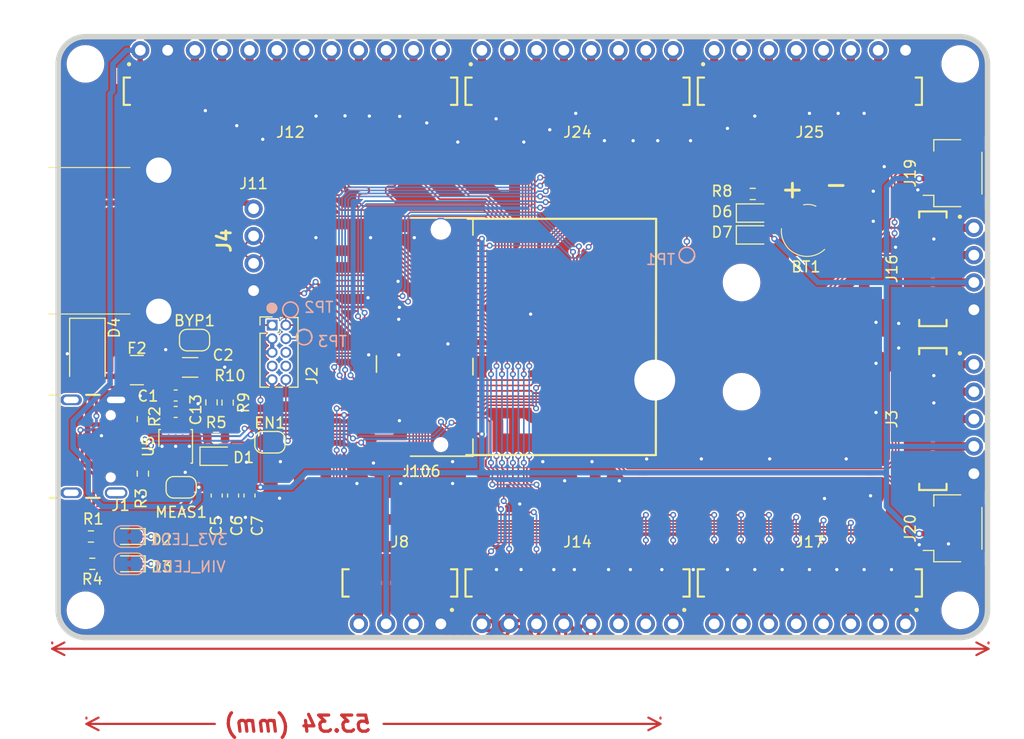
<source format=kicad_pcb>
(kicad_pcb (version 20211014) (generator pcbnew)
  (layers (0 "F.Cu" signal "Top") (31 "B.Cu" power "Bottom") (34 "B.Paste" user) (35 "F.Paste" user) (36 "B.SilkS" user "B.Silkscreen") (37 "F.SilkS" user "F.Silkscreen") (38 "B.Mask" user) (39 "F.Mask" user) (44 "Edge.Cuts" user))
  (net 0 "")
  (net 1 "GND")
  (net 2 "VIN")
  (net 3 "/USB_P")
  (net 4 "/USB_N")
  (net 5 "/3.3V_EN")
  (net 6 "/RTC_3V")
  (net 7 "/~{RESET}")
  (net 8 "/SWDIO")
  (net 9 "/SWDCK")
  (net 10 "Net-(J2-Pad6)")
  (net 11 "/~{BOOT}")
  (net 12 "/G5")
  (net 13 "/G6")
  (net 14 "/~{CS1}/DAT3")
  (net 15 "/G7")
  (net 16 "/DAT2")
  (net 17 "/G8")
  (net 18 "/DAT1")
  (net 19 "/G9/ADC_N")
  (net 20 "/CIPO1/DAT0")
  (net 21 "/G10/ADC_P")
  (net 22 "/COPI1")
  (net 23 "/CIPO")
  (net 24 "/SCK1")
  (net 25 "/COPI")
  (net 26 "/MCLK")
  (net 27 "/SCK")
  (net 28 "/I2S_SDO")
  (net 29 "/~{CS}")
  (net 30 "/I2S_SDI")
  (net 31 "/SCL1")
  (net 32 "/I2S_WS")
  (net 33 "/SDA1")
  (net 34 "/I2S_CLK")
  (net 35 "/G4")
  (net 36 "/PWM1")
  (net 37 "/G3")
  (net 38 "/G2")
  (net 39 "/CAN_TXO")
  (net 40 "/G1")
  (net 41 "/CAN_RXI")
  (net 42 "/G0")
  (net 43 "/A1")
  (net 44 "/USBHOST_N")
  (net 45 "/USBHOST_P")
  (net 46 "/A0")
  (net 47 "/PWM0")
  (net 48 "/TX2")
  (net 49 "/RX2")
  (net 50 "/RX1")
  (net 51 "/D1")
  (net 52 "/TX1")
  (net 53 "/I2C_~{INT}")
  (net 54 "/CTS1")
  (net 55 "/SCL")
  (net 56 "/RTS1")
  (net 57 "/SDA")
  (net 58 "/D0")
  (net 59 "/G11")
  (net 60 "Net-(MEAS1-Pad1)")
  (net 61 "Net-(EN1-Pad2)")
  (net 62 "Net-(3V3_LED1-Pad1)")
  (net 63 "+3V3")
  (net 64 "Net-(D2-Pad2)")
  (net 65 "Net-(D3-Pad2)")
  (net 66 "Net-(D3-Pad1)")
  (net 67 "Net-(BT1-Pad1)")
  (net 68 "Net-(J2-Pad8)")
  (net 69 "Net-(J2-Pad7)")
  (net 70 "VUSB")
  (net 71 "Net-(J106-Pad79)")
  (net 72 "Net-(J106-Pad78)")
  (net 73 "Net-(J106-Pad77)")
  (net 74 "Net-(J106-Pad76)")
  (net 75 "Net-(J1-PadB8)")
  (net 76 "Net-(J1-PadA5)")
  (net 77 "Net-(J1-PadB5)")
  (net 78 "Net-(J1-PadA8)")
  (net 79 "Net-(U5-Pad2)")
  (net 80 "Net-(U5-Pad3)")
  (net 81 "Net-(U5-Pad6)")
  (net 82 "Net-(U5-Pad7)")
  (net 83 "VBUS")
  (net 84 "/VIN_DIV3")
  (footprint "Resistor_SMD:R_0603_1608Metric" (layer "F.Cu") (at 113.1951 117.7036 90)
    (fp_text reference "R3")
    (fp_text value "5K1")
  )
  (footprint "Capacitor_SMD:C_0603_1608Metric" (layer "F.Cu") (at 116.2431 111.9632)
    (fp_text reference "C13")
    (fp_text value "0.22uF")
  )
  (footprint "MountingHole:MountingHole_3.2mm_M3" (layer "F.Cu") (at 189.1411 79.6036)
    (fp_text reference "H1" hide)
    (fp_text value "STAND-OFF" hide)
  )
  (footprint "MountingHole:MountingHole_3.2mm_M3" (layer "F.Cu") (at 107.8611 79.6036)
    (fp_text reference "H2" hide)
    (fp_text value "STAND-OFF" hide)
  )
  (footprint "MountingHole:MountingHole_3.2mm_M3" (layer "F.Cu") (at 189.1411 130.4036)
    (fp_text reference "H3" hide)
    (fp_text value "STAND-OFF" hide)
  )
  (footprint "MountingHole:MountingHole_3.2mm_M3" (layer "F.Cu") (at 107.8611 130.4036)
    (fp_text reference "H4" hide)
    (fp_text value "STAND-OFF" hide)
  )
  (footprint "CarrierBoard:ML414H_IV01E" (layer "F.Cu") (at 174.9171 95.0976 90)
    (fp_text reference "BT1")
    (fp_text value "ML414H")
  )
  (footprint "Resistor_SMD:R_0603_1608Metric" (layer "F.Cu") (at 169.8625 91.694 180)
    (fp_text reference "R8")
    (fp_text value "1K")
  )
  (footprint "Diode_SMD:D_SOD-323" (layer "F.Cu") (at 169.8371 95.504)
    (fp_text reference "D7")
    (fp_text value "BAT20J")
  )
  (footprint "CarrierBoard:TACTILE_SWITCH_SMD_5.2MM" (layer "F.Cu") (at 117.7671 129.1336 180)
    (fp_text reference "S1" hide)
    (fp_text value "431181015816" hide)
  )
  (footprint "Jumper:SolderJumper-2_P1.3mm_Open_RoundedPad1.0x1.5mm" (layer "F.Cu") (at 117.9957 105.283)
    (fp_text reference "BYP1")
    (fp_text value "JUMPER-SMT_2_NO_SILK")
  )
  (footprint "Fuse:Fuse_1210_3225Metric" (layer "F.Cu") (at 112.6363 108.077 180)
    (fp_text reference "F2")
    (fp_text value "1210L200PR")
  )
  (footprint "Capacitor_SMD:C_1206_3216Metric" (layer "F.Cu") (at 117.5893 107.823)
    (fp_text reference "C2")
    (fp_text value "10uF")
  )
  (footprint "Resistor_SMD:R_0603_1608Metric" (layer "F.Cu") (at 121.0691 111.0996 90)
    (fp_text reference "R9")
    (fp_text value "10K")
  )
  (footprint "Resistor_SMD:R_0603_1608Metric" (layer "F.Cu") (at 119.5705 111.0742 -90)
    (fp_text reference "R10")
    (fp_text value "20K")
  )
  (footprint "Jumper:SolderJumper-2_P1.3mm_Bridged_RoundedPad1.0x1.5mm" (layer "F.Cu") (at 116.7511 118.9736)
    (fp_text reference "MEAS1")
    (fp_text value "JUMPER-COMBO_2_NC_TRACE")
  )
  (footprint "Connector_PinHeader_1.27mm:PinHeader_2x05_P1.27mm_Vertical" (layer "F.Cu") (at 125.2093 103.886)
    (fp_text reference "J2")
    (fp_text value "Conn_02x05_Odd_Even")
  )
  (footprint "CarrierBoard:TACTILE_SWITCH_SMD_5.2MM" (layer "F.Cu") (at 125.7681 129.1336 180)
    (fp_text reference "S2" hide)
    (fp_text value "431181015816" hide)
  )
  (footprint "Resistor_SMD:R_0603_1608Metric" (layer "F.Cu") (at 120.0023 114.3762)
    (fp_text reference "R5")
    (fp_text value "100K")
  )
  (footprint "Diode_SMD:D_SOD-323" (layer "F.Cu") (at 120.0023 116.078)
    (fp_text reference "D1")
    (fp_text value "MM3Z3V3T1G")
  )
  (footprint "Capacitor_SMD:C_0603_1608Metric" (layer "F.Cu") (at 120.0531 119.7356 -90)
    (fp_text reference "C5")
    (fp_text value "1uF")
  )
  (footprint "Capacitor_SMD:C_0603_1608Metric" (layer "F.Cu") (at 121.5771 119.7356 -90)
    (fp_text reference "C6")
    (fp_text value "0.1uF")
  )
  (footprint "Capacitor_SMD:C_0603_1608Metric" (layer "F.Cu") (at 123.1011 119.7356 -90)
    (fp_text reference "C7")
    (fp_text value "0.22uF")
  )
  (footprint "CarrierBoard:JST_SH_SM04B-SRSS-TB_1x04-1MP_P1.00mm_Horizontal_SFP" (layer "F.Cu") (at 188.4741 89.7636 90)
    (fp_text reference "J19")
    (fp_text value "SH_SM04B-SRSS-TB")
  )
  (footprint "CarrierBoard:JST_SH_SM04B-SRSS-TB_1x04-1MP_P1.00mm_Horizontal_SFP" (layer "F.Cu") (at 188.4741 122.7836 90)
    (fp_text reference "J20")
    (fp_text value "SH_SM04B-SRSS-TB")
  )
  (footprint "CarrierBoard:PinHeader_1x04_P2.54mm_Vertical" (layer "F.Cu") (at 123.4821 93.0656)
    (fp_text reference "J11")
    (fp_text value "Conn_01x04")
  )
  (footprint "LED_SMD:LED_0603_1608Metric" (layer "F.Cu") (at 111.9251 123.5456 180)
    (fp_text reference "D2")
    (fp_text value "RED")
  )
  (footprint "LED_SMD:LED_0603_1608Metric" (layer "F.Cu") (at 111.9251 126.0856 180)
    (fp_text reference "D3")
    (fp_text value "RED")
  )
  (footprint "Resistor_SMD:R_0603_1608Metric" (layer "F.Cu") (at 108.3691 123.5456 180)
    (fp_text reference "R1")
    (fp_text value "1K")
  )
  (footprint "Resistor_SMD:R_0603_1608Metric" (layer "F.Cu") (at 108.4961 126.0856 180)
    (fp_text reference "R4")
    (fp_text value "1K")
  )
  (footprint "Jumper:SolderJumper-2_P1.3mm_Open_RoundedPad1.0x1.5mm" (layer "F.Cu") (at 125 114.7826)
    (fp_text reference "EN1")
    (fp_text value "JUMPER-SMT_2_NO_SILK")
  )
  (footprint "Diode_SMD:D_SMA" (layer "F.Cu") (at 108.0389 106.6546 -90)
    (fp_text reference "D4")
    (fp_text value "LSM115JE3")
  )
  (footprint "CarrierBoard:875832010RLF_SFP" (layer "F.Cu") (at 118.2511 96.0374 -90)
    (fp_text reference "J4")
    (fp_text value "USB_B")
  )
  (footprint "CarrierBoard:2199230-4" (layer "F.Cu") (at 139.381099 105.0036 90)
    (fp_text reference "J106")
    (fp_text value "MICROMOD-2222-C")
  )
  (footprint "CarrierBoard:PinHeader_1x04_P2.54mm_Vertical" (layer "F.Cu") (at 133.2611 131.6736 90)
    (fp_text reference "J9" hide)
    (fp_text value "Conn_01x04")
  )
  (footprint "CarrierBoard:PinHeader_1x04_P2.54mm_Vertical" (layer "F.Cu") (at 112.9561 78.3336 90)
    (fp_text reference "J22" hide)
    (fp_text value "Conn_01x04")
  )
  (footprint "CarrierBoard:PinHeader_1x08_P2.54mm_Vertical" (layer "F.Cu") (at 140.8811 78.3336 -90)
    (fp_text reference "J13" hide)
    (fp_text value "Conn_01x08")
  )
  (footprint "CarrierBoard:PinHeader_1x08_P2.54mm_Vertical" (layer "F.Cu") (at 162.4711 131.6736 -90)
    (fp_text reference "J15" hide)
    (fp_text value "Conn_01x08")
  )
  (footprint "CarrierBoard:PinHeader_1x08_P2.54mm_Vertical" (layer "F.Cu") (at 184.0611 131.6736 -90)
    (fp_text reference "J18" hide)
    (fp_text value "Conn_01x08")
  )
  (footprint "CarrierBoard:PinHeader_1x08_P2.54mm_Vertical" (layer "F.Cu") (at 144.6911 78.3336 90)
    (fp_text reference "J23" hide)
    (fp_text value "Conn_01x08")
  )
  (footprint "CarrierBoard:PinHeader_1x08_P2.54mm_Vertical" (layer "F.Cu") (at 166.2811 78.3336 90)
    (fp_text reference "J26" hide)
    (fp_text value "Conn_01x08")
  )
  (footprint "CarrierBoard:GCT_USB4105-GF-A_SFP" (layer "F.Cu") (at 106.5261 115.1636 -90)
    (fp_text reference "J1")
    (fp_text value "USB_C_Receptacle_USB2.0")
  )
  (footprint "Package_DFN_QFN:DFN-8-1EP_3x3mm_P0.65mm_EP1.55x2.4mm" (layer "F.Cu") (at 116.2431 115.1636 90)
    (fp_text reference "U5")
    (fp_text value "AP7361C-33FGE-7")
  )
  (footprint "MountingHole:MountingHole_3.2mm_M3" (layer "F.Cu") (at 168.8211 99.9236)
    (fp_text reference "H5" hide)
    (fp_text value "STAND-OFF")
  )
  (footprint "MountingHole:MountingHole_3.2mm_M3" (layer "F.Cu") (at 168.8211 110.0836)
    (fp_text reference "H6" hide)
    (fp_text value "STAND-OFF")
  )
  (footprint "CarrierBoard:Dummy_Part" (layer "F.Cu") (at 160.756099 109.0036)
    (fp_text reference "S3" hide)
    (fp_text value "M.2_StandOff")
  )
  (footprint "CarrierBoard:GCT_BG125-12-X-2-1-0420-x-x" (layer "F.Cu") (at 126.9111 82.1436 180)
    (fp_text reference "J12")
    (fp_text value "Conn_01x12_Female")
  )
  (footprint "CarrierBoard:GCT_BG125-05-X-2-1-0420-x-x" (layer "F.Cu") (at 186.6011 112.6236 90)
    (fp_text reference "J3")
    (fp_text value "Conn_01x05_Female")
  )
  (footprint "CarrierBoard:GCT_BG125-04-X-2-1-0420-x-x" (layer "F.Cu") (at 137.0711 127.8636)
    (fp_text reference "J8")
    (fp_text value "Conn_01x04_Female")
  )
  (footprint "CarrierBoard:GCT_BG125-08-X-2-1-0420-x-x" (layer "F.Cu") (at 153.5811 127.8636)
    (fp_text reference "J14")
    (fp_text value "Conn_01x08_Female")
  )
  (footprint "CarrierBoard:GCT_BG125-04-X-2-1-0420-x-x" (layer "F.Cu") (at 186.6011 98.6536 90)
    (fp_text reference "J16")
    (fp_text value "Conn_01x04_Female")
  )
  (footprint "CarrierBoard:GCT_BG125-08-X-2-1-0420-x-x" (layer "F.Cu") (at 175.1711 127.8636)
    (fp_text reference "J17")
    (fp_text value "Conn_01x08_Female")
  )
  (footprint "CarrierBoard:GCT_BG125-08-X-2-1-0420-x-x" (layer "F.Cu") (at 153.5811 82.1436 180)
    (fp_text reference "J24")
    (fp_text value "Conn_01x08_Female")
  )
  (footprint "CarrierBoard:GCT_BG125-08-X-2-1-0420-x-x" (layer "F.Cu") (at 175.1711 82.1436 180)
    (fp_text reference "J25")
    (fp_text value "Conn_01x08_Female")
  )
  (footprint "CarrierBoard:PinHeader_1x04_P2.54mm_Vertical" (layer "F.Cu") (at 190.4111 94.8436)
    (fp_text reference "J21" hide)
    (fp_text value "Conn_01x04")
  )
  (footprint "Diode_SMD:D_SOD-323" (layer "F.Cu") (at 169.8371 93.472)
    (fp_text reference "D6")
    (fp_text value "BAT60A")
  )
  (footprint "Resistor_SMD:R_0603_1608Metric" (layer "F.Cu") (at 113.1951 112.6236 -90)
    (fp_text reference "R2")
    (fp_text value "5K1")
  )
  (footprint "Capacitor_SMD:C_0603_1608Metric" (layer "F.Cu") (at 116.2431 110.4392)
    (fp_text reference "C1")
    (fp_text value "0.1uF")
  )
  (footprint "CarrierBoard:PinHeader_1x05_P2.54mm_Vertical" (layer "F.Cu") (at 190.4111 107.5436)
    (fp_text reference "J10" hide)
    (fp_text value "Conn_01x05")
  )
  (footprint "Jumper:SolderJumper-2_P1.3mm_Bridged_RoundedPad1.0x1.5mm" (layer "B.Cu") (at 111.9251 123.5456 180)
    (fp_text reference "3V3_LED1")
    (fp_text value "JUMPER-SMT_2_NC_TRACE_SILK")
  )
  (footprint "Jumper:SolderJumper-2_P1.3mm_Bridged_RoundedPad1.0x1.5mm" (layer "B.Cu") (at 111.9251 126.0856 180)
    (fp_text reference "VIN_LED1")
    (fp_text value "JUMPER-SMT_2_NC_TRACE_SILK")
  )
  (footprint "CarrierBoard:TestPoint_Pad_D1.27mm" (layer "B.Cu") (at 163.7411 97.3836 180)
    (fp_text reference "TP1")
    (fp_text value "TestPoint")
  )
  (footprint "CarrierBoard:TestPoint_Pad_D1.27mm" (layer "B.Cu") (at 126.9111 102.4636 180)
    (fp_text reference "TP2")
    (fp_text value "TestPoint")
  )
  (footprint "CarrierBoard:TestPoint_Pad_D1.27mm" (layer "B.Cu") (at 128.1811 105.0036 180)
    (fp_text reference "TP3")
    (fp_text value "TestPoint")
  )
  (gr_circle (center 125.1839 102.3112) (end 125.4379 102.3112) (layer "B.SilkS") (width 0.508) (fill none))
  (gr_line (start 143.3703 94.0054) (end 160.8853 94.0054) (layer "F.SilkS") (width 0.2032))
  (gr_line (start 160.8853 94.0054) (end 160.8599 115.9764) (layer "F.SilkS") (width 0.2032))
  (gr_line (start 160.8599 115.9764) (end 143.2433 115.9764) (layer "F.SilkS") (width 0.2032))
  (gr_circle (center 125.1839 102.3112) (end 125.4379 102.3112) (layer "F.SilkS") (width 0.508) (fill none))
  (gr_arc (start 189.1411 77.0636) (mid 190.937151 77.807549) (end 191.6811 79.6036) (layer "Edge.Cuts") (width 0.5))
  (gr_line (start 189.1411 132.9436) (end 107.8611 132.9436) (layer "Edge.Cuts") (width 0.5))
  (gr_line (start 191.6811 79.6036) (end 191.6811 130.4036) (layer "Edge.Cuts") (width 0.5))
  (gr_arc (start 107.8611 132.9436) (mid 106.065049 132.199651) (end 105.3211 130.4036) (layer "Edge.Cuts") (width 0.5))
  (gr_line (start 107.8611 77.0636) (end 189.1411 77.0636) (layer "Edge.Cuts") (width 0.5))
  (gr_line (start 105.3211 130.4036) (end 105.3211 79.6036) (layer "Edge.Cuts") (width 0.5))
  (gr_arc (start 105.3211 79.6036) (mid 106.065049 77.807549) (end 107.8611 77.0636) (layer "Edge.Cuts") (width 0.5))
  (gr_arc (start 191.6811 130.4036) (mid 190.937151 132.199651) (end 189.1411 132.9436) (layer "Edge.Cuts") (width 0.5))
  (gr_text "+" (at 172.3263 92.202) (layer "F.SilkS") (effects (font (size 1.6891 1.6891) (thickness 0.2667)) (justify left bottom)))
  (gr_text "-" (at 176.3903 91.7702) (layer "F.SilkS") (effects (font (size 1.6891 1.6891) (thickness 0.2667)) (justify left bottom)))
  (dimension (type aligned) (layer "F.Cu") (pts (xy 104.775 133.985) (xy 191.77 133.985)) (height 0) (gr_text "86.9950 mm" (at 148.2725 132.185) (layer "F.Cu") (effects (font (size 1.5 1.5) (thickness 0.3)))) (format (units 3) (units_format 1) (precision 4)) (style (thickness 0.2) (arrow_length 1.27) (text_position_mode 0) (extension_height 0.58642) (extension_offset 0.5) keep_text_aligned))
  (dimension (type aligned) (layer "F.Cu") (pts (xy 107.95 140.97) (xy 161.29 140.97)) (height 0) (gr_text "53.34 (mm)" (at 134.62 140.97) (layer "F.Cu") (effects (font (size 1.5 1.5) (thickness 0.3) italic) (justify left mirror))) (format (units 3) (units_format 2) (precision 3) suppress_zeroes) (style (thickness 0.2) (arrow_length 1.27) (text_position_mode 1) (extension_height 0.58642) (extension_offset 0.5) keep_text_aligned))
  (segment (start 111.3311 111.9386) (end 112.7761 111.9386) (width 0.1778) (layer "F.Cu") (net 1))
  (segment (start 112.7761 111.9386) (end 112.9411 111.7736) (width 0.1778) (layer "F.Cu") (net 1))
  (segment (start 111.3311 118.3886) (end 112.7761 118.3886) (width 0.1778) (layer "F.Cu") (net 1))
  (segment (start 112.7761 118.3886) (end 112.9411 118.5536) (width 0.1778) (layer "F.Cu") (net 1))
  (segment (start 188.2511 117.7036) (end 190.4111 117.7036) (width 0.762) (layer "F.Cu") (net 1))
  (segment (start 190.4111 102.4636) (end 185.1914 102.4636) (width 0.762) (layer "F.Cu") (net 1))
  (segment (start 140.8811 131.6736) (end 140.8811 126.5301) (width 0.762) (layer "F.Cu") (net 1))
  (segment (start 184.0611 78.3336) (end 184.0611 83.6041) (width 0.762) (layer "F.Cu") (net 1))
  (segment (start 115.4961 78.3336) (end 115.4961 83.5129) (width 0.762) (layer "F.Cu") (net 1))
  (via (at 160.0073 116.332) (size 0.5588) (drill 0.3048) (layers "F.Cu" "B.Cu") (net 1))
  (via (at 116.2431 115.1636) (size 0.5588) (drill 0.3048) (layers "F.Cu" "B.Cu") (net 1))
  (via (at 154.9273 116.586) (size 0.5588) (drill 0.3048) (layers "F.Cu" "B.Cu") (net 1))
  (via (at 113.1951 119.8626) (size 0.5588) (drill 0.3048) (layers "F.Cu" "B.Cu") (net 1))
  (via (at 150.3553 116.586) (size 0.5588) (drill 0.3048) (layers "F.Cu" "B.Cu") (net 1))
  (via (at 152.3873 118.364) (size 0.5588) (drill 0.3048) (layers "F.Cu" "B.Cu") (net 1))
  (via (at 122.8217 116.6368) (size 0.5588) (drill 0.3048) (layers "F.Cu" "B.Cu") (net 1))
  (via (at 122.3899 111.8108) (size 0.5588) (drill 0.3048) (layers "F.Cu" "B.Cu") (net 1))
  (via (at 112.9411 110.4646) (size 0.5588) (drill 0.3048) (layers "F.Cu" "B.Cu") (net 1))
  (via (at 121.4501 121.7676) (size 0.5588) (drill 0.3048) (layers "F.Cu" "B.Cu") (net 1))
  (via (at 118.3259 111.2012) (size 0.5588) (drill 0.3048) (layers "F.Cu" "B.Cu") (net 1))
  (via (at 134.3533 95.758) (size 0.5588) (drill 0.3048) (layers "F.Cu" "B.Cu") (net 1))
  (via (at 120.1801 121.7676) (size 0.5588) (drill 0.3048) (layers "F.Cu" "B.Cu") (net 1))
  (via (at 138.4173 95.758) (size 0.5588) (drill 0.3048) (layers "F.Cu" "B.Cu") (net 1))
  (via (at 117.5131 115.1636) (size 0.5588) (drill 0.3048) (layers "F.Cu" "B.Cu") (net 1))
  (via (at 141.5415 105.6386) (size 0.5588) (drill 0.3048) (layers "F.Cu" "B.Cu") (net 1))
  (via (at 120.7991 107.7976) (size 0.5588) (drill 0.3048) (layers "F.Cu" "B.Cu") (net 1))
  (via (at 122.7201 121.7676) (size 0.5588) (drill 0.3048) (layers "F.Cu" "B.Cu") (net 1))
  (via (at 136.9695 103.3526) (size 0.5588) (drill 0.3048) (layers "F.Cu" "B.Cu") (net 1))
  (via (at 137.033 112.776) (size 0.5588) (drill 0.3048) (layers "F.Cu" "B.Cu") (net 1))
  (via (at 117.1321 117.5766) (size 0.5588) (drill 0.3048) (layers "F.Cu" "B.Cu") (net 1))
  (via (at 178.5493 116.332) (size 0.5588) (drill 0.3048) (layers "F.Cu" "B.Cu") (net 1))
  (via (at 171.4373 116.332) (size 0.5588) (drill 0.3048) (layers "F.Cu" "B.Cu") (net 1))
  (via (at 165.0873 116.332) (size 0.5588) (drill 0.3048) (layers "F.Cu" "B.Cu") (net 1))
  (via (at 114.9731 115.1636) (size 0.5588) (drill 0.3048) (layers "F.Cu" "B.Cu") (net 1))
  (via (at 185.2041 91.313) (size 0.5588) (drill 0.3048) (layers "F.Cu" "B.Cu") (net 1))
  (via (at 146.0119 84.709) (size 0.5588) (drill 0.3048) (layers "F.Cu" "B.Cu") (net 1))
  (via (at 134.1755 106.6546) (size 0.5588) (drill 0.3048) (layers "F.Cu" "B.Cu") (net 1))
  (via (at 125.8951 119.9896) (size 0.5588) (drill 0.3048) (layers "F.Cu" "B.Cu") (net 1))
  (via (at 137.1473 118.618) (size 0.5588) (drill 0.3048) (layers "F.Cu" "B.Cu") (net 1))
  (via (at 157.4673 118.364) (size 0.5588) (drill 0.3048) (layers "F.Cu" "B.Cu") (net 1))
  (via (at 141.9733 116.586) (size 0.5588) (drill 0.3048) (layers "F.Cu" "B.Cu") (net 1))
  (via (at 142.4559 86.868) (size 0.5588) (drill 0.3048) (layers "F.Cu" "B.Cu") (net 1))
  (via (at 133.0833 118.618) (size 0.5588) (drill 0.3048) (layers "F.Cu" "B.Cu") (net 1))
  (via (at 125.9713 116.586) (size 0.5588) (drill 0.3048) (layers "F.Cu" "B.Cu") (net 1))
  (via (at 181.3179 107.442) (size 0.5588) (drill 0.3048) (layers "F.Cu" "B.Cu") (net 1))
  (via (at 134.62 116.713) (size 0.5588) (drill 0.3048) (layers "F.Cu" "B.Cu") (net 1))
  (via (at 141.9733 118.618) (size 0.5588) (drill 0.3048) (layers "F.Cu" "B.Cu") (net 1))
  (via (at 188.0489 124.2314) (size 0.5588) (drill 0.3048) (layers "F.Cu" "B.Cu") (net 1))
  (via (at 185.3311 124.3076) (size 0.5588) (drill 0.3048) (layers "F.Cu" "B.Cu") (net 1))
  (via (at 181.3179 112.014) (size 0.5588) (drill 0.3048) (layers "F.Cu" "B.Cu") (net 1))
  (via (at 181.0639 94.234) (size 0.5588) (drill 0.3048) (layers "F.Cu" "B.Cu") (net 1))
  (via (at 181.0639 91.44) (size 0.5588) (drill 0.3048) (layers "F.Cu" "B.Cu") (net 1))
  (via (at 183.4261 106.0196) (size 0.5588) (drill 0.3048) (layers "F.Cu" "B.Cu") (net 1))
  (via (at 180.8099 119.761) (size 0.5588) (drill 0.3048) (layers "F.Cu" "B.Cu") (net 1))
  (via (at 129.2733 95.758) (size 0.5588) (drill 0.3048) (layers "F.Cu" "B.Cu") (net 1))
  (via (at 182.0799 89.154) (size 0.5588) (drill 0.3048) (layers "F.Cu" "B.Cu") (net 1))
  (via (at 183.4261 103.7336) (size 0.5588) (drill 0.3048) (layers "F.Cu" "B.Cu") (net 1))
  (via (at 181.3179 103.632) (size 0.5588) (drill 0.3048) (layers "F.Cu" "B.Cu") (net 1))
  (via (at 136.9695 106.6546) (size 0.5588) (drill 0.3048) (layers "F.Cu" "B.Cu") (net 1))
  (via (at 149.225 102.87) (size 0.5588) (drill 0.3048) (layers "F.Cu" "B.Cu") (net 1))
  (via (at 177.8 84.201) (size 0.5588) (drill 0.3048) (layers "F.Cu" "B.Cu") (net 1))
  (via (at 137.0584 84.4804) (size 0.5588) (drill 0.3048) (layers "F.Cu" "B.Cu") (net 1))
  (via (at 115.316 106.172) (size 0.5588) (drill 0.3048) (layers "F.Cu" "B.Cu") (net 1))
  (via (at 172.593 126.619) (size 0.5588) (drill 0.3048) (layers "F.Cu" "B.Cu") (net 1))
  (via (at 139.573 85.09) (size 0.5588) (drill 0.3048) (layers "F.Cu" "B.Cu") (net 1))
  (via (at 109.347 114.173) (size 0.5588) (drill 0.3048) (layers "F.Cu" "B.Cu") (net 1))
  (via (at 153.289 126.619) (size 0.5588) (drill 0.3048) (layers "F.Cu" "B.Cu") (net 1))
  (via (at 161.036 86.741) (size 0.5588) (drill 0.3048) (layers "F.Cu" "B.Cu") (net 1))
  (via (at 182.753 126.619) (size 0.5588) (drill 0.3048) (layers "F.Cu" "B.Cu") (net 1))
  (via (at 177.673 126.619) (size 0.5588) (drill 0.3048) (layers "F.Cu" "B.Cu") (net 1))
  (via (at 146.05 126.619) (size 0.5588) (drill 0.3048) (layers "F.Cu" "B.Cu") (net 1))
  (via (at 167.513 85.598) (size 0.5588) (drill 0.3048) (layers "F.Cu" "B.Cu") (net 1))
  (via (at 148.59 86.868) (size 0.5588) (drill 0.3048) (layers "F.Cu" "B.Cu") (net 1))
  (via (at 186.69 111.125) (size 0.5588) (drill 0.3048) (layers "F.Cu" "B.Cu") (net 1))
  (via (at 180.213 126.619) (size 0.5588) (drill 0.3048) (layers "F.Cu" "B.Cu") (net 1))
  (via (at 151.384 126.619) (size 0.5588) (drill 0.3048) (layers "F.Cu" "B.Cu") (net 1))
  (via (at 158.496 126.619) (size 0.5588) (drill 0.3048) (layers "F.Cu" "B.Cu") (net 1))
  (via (at 167.513 126.619) (size 0.5588) (drill 0.3048) (layers "F.Cu" "B.Cu") (net 1))
  (via (at 156.083 86.741) (size 0.5588) (drill 0.3048) (layers "F.Cu" "B.Cu") (net 1))
  (via (at 183.134 96.647) (size 0.5588) (drill 0.3048) (layers "F.Cu" "B.Cu") (net 1))
  (via (at 164.338 126.619) (size 0.5588) (drill 0.3048) (layers "F.Cu" "B.Cu") (net 1))
  (via (at 153.416 84.201) (size 0.5588) (drill 0.3048) (layers "F.Cu" "B.Cu") (net 1))
  (via (at 158.75 86.741) (size 0.5588) (drill 0.3048) (layers "F.Cu" "B.Cu") (net 1))
  (via (at 175.133 126.619) (size 0.5588) (drill 0.3048) (layers "F.Cu" "B.Cu") (net 1))
  (via (at 124.333 86.614) (size 0.5588) (drill 0.3048) (layers "F.Cu" "B.Cu") (net 1))
  (via (at 134.112 101.346) (size 0.5588) (drill 0.3048) (layers "F.Cu" "B.Cu") (net 1))
  (via (at 121.92 85.344) (size 0.5588) (drill 0.3048) (layers "F.Cu" "B.Cu") (net 1))
  (via (at 186.69 108.585) (size 0.5588) (drill 0.3048) (layers "F.Cu" "B.Cu") (net 1))
  (via (at 134.239 84.455) (size 0.5588) (drill 0.3048) (layers "F.Cu" "B.Cu") (net 1))
  (via (at 156.464 126.619) (size 0.5588) (drill 0.3048) (layers "F.Cu" "B.Cu") (net 1))
  (via (at 175.133 84.201) (size 0.5588) (drill 0.3048) (layers "F.Cu" "B.Cu") (net 1))
  (via (at 106.172 106.553) (size 0.5588) (drill 0.3048) (layers "F.Cu" "B.Cu") (net 1))
  (via (at 136.906 99.822) (size 0.5588) (drill 0.3048) (layers "F.Cu" "B.Cu") (net 1))
  (via (at 148.209 120.523) (size 0.5588) (drill 0.3048) (layers "F.Cu" "B.Cu") (net 1))
  (via (at 170.053 84.455) (size 0.5588) (drill 0.3048) (layers "F.Cu" "B.Cu") (net 1))
  (via (at 186.69 95.885) (size 0.5588) (drill 0.3048) (layers "F.Cu" "B.Cu") (net 1))
  (via (at 137.033 102.235) (size 0.5588) (drill 0.3048) (layers "F.Cu" "B.Cu") (net 1))
  (via (at 118.999 83.947) (size 0.5588) (drill 0.3048) (layers "F.Cu" "B.Cu") (net 1))
  (via (at 129.286 84.455) (size 0.5588) (drill 0.3048) (layers "F.Cu" "B.Cu") (net 1))
  (via (at 170.053 126.619) (size 0.5588) (drill 0.3048) (layers "F.Cu" "B.Cu") (net 1))
  (via (at 148.336 126.619) (size 0.5588) (drill 0.3048) (layers "F.Cu" "B.Cu") (net 1))
  (via (at 161.417 126.619) (size 0.5588) (drill 0.3048) (layers "F.Cu" "B.Cu") (net 1))
  (via (at 164.084 86.741) (size 0.5588) (drill 0.3048) (layers "F.Cu" "B.Cu") (net 1))
  (via (at 131.9784 84.4296) (size 0.5588) (drill 0.3048) (layers "F.Cu" "B.Cu") (net 1))
  (via (at 176.53 120.015) (size 0.5588) (drill 0.3048) (layers "F.Cu" "B.Cu") (net 1))
  (via (at 151.003 85.725) (size 0.5588) (drill 0.3048) (layers "F.Cu" "B.Cu") (net 1))
  (via (at 180.213 84.201) (size 0.5588) (drill 0.3048) (layers "F.Cu" "B.Cu") (net 1))
  (segment (start 133.2611 129.1336) (end 133.2611 129.5156) (width 0.254) (layer "F.Cu") (net 2))
  (segment (start 116.1893 107.6736) (end 116.1893 107.823) (width 0.508) (layer "F.Cu") (net 2))
  (segment (start 107.3531 113.6396) (end 107.2896 113.7031) (width 0.1778) (layer "F.Cu") (net 2))
  (segment (start 133.2611 129.5156) (end 133.2611 131.6736) (width 0.762) (layer "F.Cu") (net 2))
  (segment (start 115.3931 109.4994) (end 115.3931 110.4392) (width 0.5588) (layer "F.Cu") (net 2))
  (segment (start 116.1893 107.823) (end 116.1893 108.7032) (width 0.5588) (layer "F.Cu") (net 2))
  (segment (start 115.3931 110.4392) (end 115.3931 111.9632) (width 0.508) (layer "F.Cu") (net 2))
  (segment (start 133.2611 131.6736) (end 133.2611 129.1336) (width 0.762) (layer "F.Cu") (net 2))
  (segment (start 114.1363 108.077) (end 114.3903 107.823) (width 0.508) (layer "F.Cu") (net 2))
  (segment (start 116.1893 107.823) (end 114.3903 107.823) (width 0.508) (layer "F.Cu") (net 2))
  (segment (start 116.1893 108.7032) (end 115.3931 109.4994) (width 0.5588) (layer "F.Cu") (net 2))
  (segment (start 119.5705 112.9792) (end 119.5451 113.0046) (width 0.254) (layer "F.Cu") (net 2))
  (segment (start 119.5451 113.0046) (end 120.8151 113.0046) (width 0.254) (layer "F.Cu") (net 2))
  (segment (start 119.5705 111.9242) (end 119.5705 112.9792) (width 0.254) (layer "F.Cu") (net 2))
  (segment (start 120.8523 113.0418) (end 120.8151 113.0046) (width 0.254) (layer "F.Cu") (net 2))
  (segment (start 120.8523 114.3762) (end 120.8523 113.0418) (width 0.254) (layer "F.Cu") (net 2))
  (segment (start 115.2681 113.0046) (end 119.5451 113.0046) (width 0.254) (layer "F.Cu") (net 2))
  (segment (start 114.0363 108.077) (end 114.0363 108.3407) (width 0.254) (layer "F.Cu") (net 2))
  (segment (start 132.8564 112.2536) (end 132.867401 112.242599) (width 0.254) (layer "F.Cu") (net 2))
  (segment (start 106.85825 122.295289) (end 106.85825 125.29775) (width 0.254) (layer "F.Cu") (net 2))
  (segment (start 108.6231 120.3579) (end 108.6231 120.53044) (width 0.254) (layer "F.Cu") (net 2))
  (segment (start 108.6231 117.787034) (end 108.6231 120.3579) (width 0.254) (layer "F.Cu") (net 2))
  (segment (start 108.8771 110.7059) (end 108.8771 110.4519) (width 0.254) (layer "F.Cu") (net 2))
  (segment (start 108.8771 110.7059) (end 108.8771 110.5789) (width 0.254) (layer "F.Cu") (net 2))
  (segment (start 108.6231 120.53044) (end 106.85825 122.295289) (width 0.254) (layer "F.Cu") (net 2))
  (segment (start 113.65308 107.823) (end 114.173 107.823) (width 0.254) (layer "F.Cu") (net 2))
  (segment (start 132.867401 112.242599) (end 133.832599 112.242599) (width 0.254) (layer "F.Cu") (net 2))
  (segment (start 107.6711 126.0856) (end 107.6461 126.0856) (width 0.254) (layer "F.Cu") (net 2))
  (segment (start 122.0724 113.0046) (end 120.8151 113.0046) (width 0.254) (layer "F.Cu") (net 2))
  (segment (start 111.82007 109.65601) (end 112.57954 108.89654) (width 0.254) (layer "F.Cu") (net 2))
  (segment (start 131.8895 115.5446) (end 131.8895 121.4755) (width 0.254) (layer "F.Cu") (net 2))
  (segment (start 108.8771 110.7059) (end 108.8771 110.3249) (width 0.254) (layer "F.Cu") (net 2))
  (segment (start 122.8234 112.2536) (end 122.0724 113.0046) (width 0.254) (layer "F.Cu") (net 2))
  (segment (start 134.242399 112.242599) (end 134.2534 112.2536) (width 0.254) (layer "F.Cu") (net 2))
  (segment (start 117.196914 107.823) (end 116.332 107.823) (width 0.508) (layer "F.Cu") (net 2))
  (segment (start 122.8234 112.2536) (end 132.8564 112.2536) (width 0.254) (layer "F.Cu") (net 2))
  (segment (start 107.55629 114.427) (end 107.55629 116.720224) (width 0.254) (layer "F.Cu") (net 2))
  (segment (start 113.48046 108.89654) (end 112.57954 108.89654) (width 0.254) (layer "F.Cu") (net 2))
  (segment (start 131.8895 124.2695) (end 133.223 125.603) (width 0.254) (layer "F.Cu") (net 2))
  (segment (start 107.6461 126.0856) (end 106.85825 125.29775) (width 0.254) (layer "F.Cu") (net 2))
  (segment (start 133.832599 112.242599) (end 133.9994 112.242599) (width 0.254) (layer "F.Cu") (net 2))
  (segment (start 133.832599 112.242599) (end 134.242399 112.242599) (width 0.254) (layer "F.Cu") (net 2))
  (segment (start 134.25365 112.25335) (end 134.2534 112.2536) (width 0.254) (layer "F.Cu") (net 2))
  (segment (start 131.8895 121.4755) (end 131.8895 124.2695) (width 0.254) (layer "F.Cu") (net 2))
  (segment (start 118.6457 106.374214) (end 117.196914 107.823) (width 0.508) (layer "F.Cu") (net 2))
  (segment (start 118.6457 105.283) (end 118.6457 106.374214) (width 0.508) (layer "F.Cu") (net 2))
  (segment (start 108.6231 120.3579) (end 108.6231 120.5484) (width 0.254) (layer "F.Cu") (net 2))
  (segment (start 108.8771 112.3446) (end 108.8771 110.6174) (width 0.1778) (layer "F.Cu") (net 2))
  (segment (start 108.8771 112.3446) (end 108.8771 110.7059) (width 0.254) (layer "F.Cu") (net 2))
  (segment (start 133.223 125.603) (end 133.223 126.492) (width 0.254) (layer "F.Cu") (net 2))
  (segment (start 107.3912 113.6396) (end 107.3912 114.26191) (width 0.254) (layer "F.Cu") (net 2))
  (segment (start 108.8771 110.4519) (end 109.67299 109.65601) (width 0.254) (layer "F.Cu") (net 2))
  (segment (start 116.332 107.823) (end 116.205 107.95) (width 0.508) (layer "F.Cu") (net 2))
  (segment (start 135.6061 112.2536) (end 134.2534 112.2536) (width 0.254) (layer "F.Cu") (net 2))
  (segment (start 107.3912 114.26191) (end 107.55629 114.427) (width 0.254) (layer "F.Cu") (net 2))
  (segment (start 114.0363 108.3407) (end 113.48046 108.89654) (width 0.254) (layer "F.Cu") (net 2))
  (segment (start 109.67299 109.65601) (end 111.82007 109.65601) (width 0.254) (layer "F.Cu") (net 2))
  (segment (start 135.606098 112.25335) (end 134.25365 112.25335) (width 0.254) (layer "F.Cu") (net 2))
  (segment (start 133.2611 126.5136) (end 133.2611 131.7879) (width 0.762) (layer "F.Cu") (net 2))
  (segment (start 107.55629 116.720224) (end 108.6231 117.787034) (width 0.254) (layer "F.Cu") (net 2))
  (segment (start 131.8895 121.4755) (end 131.8895 122.302) (width 0.254) (layer "F.Cu") (net 2))
  (via (at 131.8895 115.5446) (size 0.5588) (drill 0.3048) (layers "F.Cu" "B.Cu") (net 2))
  (via (at 107.3912 113.6396) (size 0.5588) (drill 0.3048) (layers "F.Cu" "B.Cu") (net 2))
  (via (at 108.8771 112.3446) (size 0.5588) (drill 0.3048) (layers "F.Cu" "B.Cu") (net 2))
  (via (at 131.8895 112.2536) (size 0.5588) (drill 0.3048) (layers "F.Cu" "B.Cu") (net 2))
  (segment (start 107.3531 113.6396) (end 108.3691 113.6396) (width 0.1778) (layer "B.Cu") (net 2))
  (segment (start 108.8771 112.3446) (end 108.8771 113.1316) (width 0.254) (layer "B.Cu") (net 2))
  (segment (start 131.8895 112.2536) (end 131.8895 115.5446) (width 0.254) (layer "B.Cu") (net 2))
  (segment (start 107.3912 113.6396) (end 108.3691 113.6396) (width 0.254) (layer "B.Cu") (net 2))
  (segment (start 108.3691 113.6396) (end 108.8771 113.1316) (width 0.254) (layer "B.Cu") (net 2))
  (segment (start 134.409947 113.71925) (end 123.314079 113.71925) (width 0.1778) (layer "F.Cu") (net 3))
  (segment (start 112.143601 115.9136) (end 112.177701 115.8795) (width 0.1778) (layer "F.Cu") (net 3))
  (segment (start 123.314079 113.71925) (end 123.223369 113.80996) (width 0.1778) (layer "F.Cu") (net 3))
  (segment (start 112.177701 115.8795) (end 112.898829 115.8795) (width 0.1778) (layer "F.Cu") (net 3))
  (segment (start 113.68296 115.095369) (end 113.952369 115.095369) (width 0.1778) (layer "F.Cu") (net 3))
  (segment (start 111.2811 115.9136) (end 112.143601 115.9136) (width 0.1778) (layer "F.Cu") (net 3))
  (segment (start 110.49 115.697) (end 110.49 115.062) (width 0.1778) (layer "F.Cu") (net 3))
  (segment (start 123.223369 113.80996) (end 123.223369 114.079369) (width 0.1778) (layer "F.Cu") (net 3))
  (segment (start 134.444047 113.75335) (end 134.409947 113.71925) (width 0.1778) (layer "F.Cu") (net 3))
  (segment (start 110.7066 115.9136) (end 110.49 115.697) (width 0.1778) (layer "F.Cu") (net 3))
  (segment (start 110.617 114.935) (end 111.252 114.935) (width 0.1778) (layer "F.Cu") (net 3))
  (segment (start 111.2811 115.9136) (end 110.7066 115.9136) (width 0.1778) (layer "F.Cu") (net 3))
  (segment (start 112.898829 115.8795) (end 113.68296 115.095369) (width 0.1778) (layer "F.Cu") (net 3))
  (segment (start 110.49 115.062) (end 110.617 114.935) (width 0.1778) (layer "F.Cu") (net 3))
  (segment (start 135.606098 113.75335) (end 134.444047 113.75335) (width 0.1778) (layer "F.Cu") (net 3))
  (via (at 123.223369 114.079369) (size 0.5588) (drill 0.3048) (layers "F.Cu" "B.Cu") (net 3))
  (via (at 113.952369 115.095369) (size 0.5588) (drill 0.3048) (layers "F.Cu" "B.Cu") (net 3))
  (segment (start 123.223369 114.079369) (end 122.95396 114.079369) (width 0.1778) (layer "B.Cu") (net 3))
  (segment (start 122.95396 114.079369) (end 122.390429 114.6429) (width 0.1778) (layer "B.Cu") (net 3))
  (segment (start 113.952369 114.82596) (end 114.135429 114.6429) (width 0.1778) (layer "B.Cu") (net 3))
  (segment (start 113.952369 115.095369) (end 113.952369 114.82596) (width 0.1778) (layer "B.Cu") (net 3))
  (segment (start 114.135429 114.6429) (end 122.39043 114.6429) (width 0.1778) (layer "B.Cu") (net 3))
  (segment (start 112.177701 115.4477) (end 112.719971 115.4477) (width 0.1778) (layer "F.Cu") (net 4))
  (segment (start 122.91804 113.504631) (end 122.648631 113.504631) (width 0.1778) (layer "F.Cu") (net 4))
  (segment (start 112.143601 115.4136) (end 112.177701 115.4477) (width 0.1778) (layer "F.Cu") (net 4))
  (segment (start 111.2811 115.4136) (end 112.143601 115.4136) (width 0.1778) (layer "F.Cu") (net 4))
  (segment (start 112.143601 114.683601) (end 112.143601 115.4136) (width 0.1778) (layer "F.Cu") (net 4))
  (segment (start 135.606098 113.253351) (end 134.444047 113.253351) (width 0.1778) (layer "F.Cu") (net 4))
  (segment (start 112.719971 115.4477) (end 113.377631 114.79004) (width 0.1778) (layer "F.Cu") (net 4))
  (segment (start 113.377631 114.79004) (end 113.377631 114.520631) (width 0.1778) (layer "F.Cu") (net 4))
  (segment (start 123.13522 113.287451) (end 122.91804 113.504631) (width 0.1778) (layer "F.Cu") (net 4))
  (segment (start 111.2811 114.4136) (end 111.8736 114.4136) (width 0.1778) (layer "F.Cu") (net 4))
  (segment (start 111.8736 114.4136) (end 112.143601 114.683601) (width 0.1778) (layer "F.Cu") (net 4))
  (segment (start 134.409947 113.287451) (end 123.13522 113.287451) (width 0.1778) (layer "F.Cu") (net 4))
  (segment (start 134.444047 113.253351) (end 134.409947 113.287451) (width 0.1778) (layer "F.Cu") (net 4))
  (via (at 122.648631 113.504631) (size 0.5588) (drill 0.3048) (layers "F.Cu" "B.Cu") (net 4))
  (via (at 113.377631 114.520631) (size 0.5588) (drill 0.3048) (layers "F.Cu" "B.Cu") (net 4))
  (segment (start 113.377631 114.520631) (end 113.64704 114.520631) (width 0.1778) (layer "B.Cu") (net 4))
  (segment (start 113.64704 114.520631) (end 113.956571 114.2111) (width 0.1778) (layer "B.Cu") (net 4))
  (segment (start 122.648631 113.504631) (end 122.648631 113.77404) (width 0.1778) (layer "B.Cu") (net 4))
  (segment (start 122.648631 113.77404) (end 122.211571 114.2111) (width 0.1778) (layer "B.Cu") (net 4))
  (segment (start 113.956571 114.2111) (end 122.21157 114.2111) (width 0.1778) (layer "B.Cu") (net 4))
  (segment (start 118.8523 114.3324) (end 118.9804 114.2043) (width 0.1524) (layer "F.Cu") (net 5))
  (segment (start 118.9804 114.2043) (end 119.1523 114.3762) (width 0.1524) (layer "F.Cu") (net 5))
  (segment (start 119.75341 115.05441) (end 119.126 114.427) (width 0.1524) (layer "F.Cu") (net 5))
  (segment (start 121.194316 115.05441) (end 119.75341 115.05441) (width 0.1524) (layer "F.Cu") (net 5))
  (segment (start 123.2916 114.7826) (end 123.8377 114.7826) (width 0.1524) (layer "F.Cu") (net 5))
  (segment (start 117.9316 113.6136) (end 118.3126 113.6136) (width 0.1524) (layer "F.Cu") (net 5))
  (segment (start 118.9523 114.6007) (end 119.126 114.427) (width 0.1524) (layer "F.Cu") (net 5))
  (segment (start 118.9523 116.078) (end 118.9523 114.6007) (width 0.1524) (layer "F.Cu") (net 5))
  (segment (start 124.35 114.7826) (end 123.2916 114.7826) (width 0.1524) (layer "F.Cu") (net 5))
  (segment (start 123.0169 114.7826) (end 123.2916 114.7826) (width 0.1524) (layer "F.Cu") (net 5))
  (segment (start 123.2916 114.7826) (end 121.466126 114.7826) (width 0.1524) (layer "F.Cu") (net 5))
  (segment (start 117.9316 113.6136) (end 118.4396 113.6136) (width 0.1524) (layer "F.Cu") (net 5))
  (segment (start 117.2181 113.6136) (end 117.9316 113.6136) (width 0.1524) (layer "F.Cu") (net 5))
  (segment (start 121.466126 114.7826) (end 121.194316 115.05441) (width 0.1524) (layer "F.Cu") (net 5))
  (segment (start 118.4396 113.6136) (end 119.126 114.3) (width 0.1524) (layer "F.Cu") (net 5))
  (segment (start 155.68345 95.5548) (end 163.7411 95.5548) (width 0.1524) (layer "F.Cu") (net 6))
  (segment (start 145.3171 96.5036) (end 145.3261 96.4946) (width 0.1524) (layer "F.Cu") (net 6))
  (segment (start 143.1561 96.5036) (end 145.3171 96.5036) (width 0.1524) (layer "F.Cu") (net 6))
  (segment (start 163.7411 95.5548) (end 163.7411 96.1136) (width 0.1524) (layer "F.Cu") (net 6))
  (segment (start 154.61665 96.6216) (end 155.68345 95.5548) (width 0.1524) (layer "F.Cu") (net 6))
  (segment (start 168.7871 95.504) (end 168.275 95.504) (width 0.1524) (layer "F.Cu") (net 6))
  (segment (start 169.0375 91.694) (end 169.0375 92.3285) (width 0.1778) (layer "F.Cu") (net 6))
  (segment (start 168.7871 93.8571) (end 168.783 93.853) (width 0.1524) (layer "F.Cu") (net 6))
  (segment (start 168.7871 95.504) (end 163.7919 95.504) (width 0.1778) (layer "F.Cu") (net 6))
  (segment (start 168.7871 92.7059) (end 168.7871 92.5789) (width 0.1778) (layer "F.Cu") (net 6))
  (segment (start 168.7871 95.504) (end 168.7871 93.4761) (width 0.1778) (layer "F.Cu") (net 6))
  (segment (start 168.7871 93.4761) (end 168.7871 92.7059) (width 0.1778) (layer "F.Cu") (net 6))
  (segment (start 169.0375 92.3285) (end 168.7871 92.5789) (width 0.1778) (layer "F.Cu") (net 6))
  (segment (start 168.7871 93.853) (end 168.7871 92.7059) (width 0.1778) (layer "F.Cu") (net 6))
  (segment (start 163.7919 95.504) (end 163.7411 95.5548) (width 0.1778) (layer "F.Cu") (net 6))
  (via (at 145.415 96.4946) (size 0.5588) (drill 0.3048) (layers "F.Cu" "B.Cu") (net 6))
  (via (at 154.61665 96.6216) (size 0.5588) (drill 0.3048) (layers "F.Cu" "B.Cu") (net 6))
  (via (at 163.7411 96.1136) (size 0.604) (drill 0.35) (layers "F.Cu" "B.Cu") (net 6))
  (segment (start 163.7411 96.1136) (end 163.7411 97.3836) (width 0.1524) (layer "B.Cu") (net 6))
  (segment (start 151.86355 96.4946) (end 153.00655 97.6376) (width 0.1524) (layer "B.Cu") (net 6))
  (segment (start 145.3261 96.4946) (end 151.86355 96.4946) (width 0.1524) (layer "B.Cu") (net 6))
  (segment (start 153.60065 97.6376) (end 154.61665 96.6216) (width 0.1524) (layer "B.Cu") (net 6))
  (segment (start 153.00655 97.6376) (end 153.60065 97.6376) (width 0.1524) (layer "B.Cu") (net 6))
  (segment (start 120.5611 127.2286) (end 114.9731 127.2286) (width 0.1524) (layer "F.Cu") (net 7))
  (segment (start 141.9215 113.0036) (end 141.8717 112.9538) (width 0.1524) (layer "F.Cu") (net 7))
  (segment (start 138.3411 131.6736) (end 138.3411 129.1336) (width 0.508) (layer "F.Cu") (net 7))
  (segment (start 138.3411 129.5136) (end 138.3411 129.1336) (width 0.1524) (layer "F.Cu") (net 7))
  (segment (start 126.6571 114.6556) (end 126.7079 114.7064) (width 0.1524) (layer "F.Cu") (net 7))
  (segment (start 143.1561 113.0036) (end 141.9215 113.0036) (width 0.1524) (layer "F.Cu") (net 7))
  (segment (start 138.3411 129.5136) (end 138.3411 131.6736) (width 0.762) (layer "F.Cu") (net 7))
  (segment (start 130.65759 114.32541) (end 131.89916 114.32541) (width 0.1524) (layer "F.Cu") (net 7))
  (segment (start 137.6807 123.8123) (end 137.6807 124.9807) (width 0.1524) (layer "F.Cu") (net 7))
  (segment (start 130.7211 114.38892) (end 130.65759 114.32541) (width 0.1524) (layer "F.Cu") (net 7))
  (segment (start 138.3411 131.6736) (end 138.3411 126.4031) (width 0.762) (layer "F.Cu") (net 7))
  (segment (start 120.904 127.254) (end 120.142 127.254) (width 0.1524) (layer "F.Cu") (net 7))
  (segment (start 133.04825 114.808) (end 132.946649 114.909601) (width 0.1524) (layer "F.Cu") (net 7))
  (segment (start 130.021157 126.644399) (end 130.92429 125.741266) (width 0.1524) (layer "F.Cu") (net 7))
  (segment (start 133.477 114.808) (end 133.04825 114.808) (width 0.1524) (layer "F.Cu") (net 7))
  (segment (start 122.555 126.644399) (end 122.275601 126.644399) (width 0.1524) (layer "F.Cu") (net 7))
  (segment (start 130.92429 115.93829) (end 130.7211 115.7351) (width 0.1524) (layer "F.Cu") (net 7))
  (segment (start 134.82245 116.15345) (end 133.3754 114.7064) (width 0.1524) (layer "F.Cu") (net 7))
  (segment (start 122.275601 126.644399) (end 121.513601 126.644399) (width 0.1524) (layer "F.Cu") (net 7))
  (segment (start 126.6571 114.6556) (end 126.66981 114.6556) (width 0.1524) (layer "F.Cu") (net 7))
  (segment (start 121.513601 126.644399) (end 121.285 126.873) (width 0.1524) (layer "F.Cu") (net 7))
  (segment (start 127 114.32541) (end 130.65759 114.32541) (width 0.1524) (layer "F.Cu") (net 7))
  (segment (start 121.285 126.873) (end 120.904 127.254) (width 0.1524) (layer "F.Cu") (net 7))
  (segment (start 130.92429 125.741266) (end 130.92429 115.93829) (width 0.1524) (layer "F.Cu") (net 7))
  (segment (start 132.483351 114.909601) (end 132.613399 114.909601) (width 0.1524) (layer "F.Cu") (net 7))
  (segment (start 136.98145 116.15345) (end 134.82245 116.15345) (width 0.1524) (layer "F.Cu") (net 7))
  (segment (start 132.946649 114.909601) (end 132.613399 114.909601) (width 0.1524) (layer "F.Cu") (net 7))
  (segment (start 124.333 126.94919) (end 127.30481 126.94919) (width 0.1524) (layer "F.Cu") (net 7))
  (segment (start 137.6807 124.9807) (end 138.303 125.603) (width 0.1524) (layer "F.Cu") (net 7))
  (segment (start 130.7211 115.7351) (end 130.7211 114.38892) (width 0.1524) (layer "F.Cu") (net 7))
  (segment (start 137.6807 116.8527) (end 136.98145 116.15345) (width 0.1524) (layer "F.Cu") (net 7))
  (segment (start 127.609601 126.644399) (end 130.021157 126.644399) (width 0.1524) (layer "F.Cu") (net 7))
  (segment (start 126.66981 114.6556) (end 127 114.32541) (width 0.1524) (layer "F.Cu") (net 7))
  (segment (start 137.6807 124.4092) (end 137.6807 123.8123) (width 0.1524) (layer "F.Cu") (net 7))
  (segment (start 137.6807 123.8123) (end 137.6807 116.8527) (width 0.1524) (layer "F.Cu") (net 7))
  (segment (start 127.30481 126.94919) (end 127.609601 126.644399) (width 0.1524) (layer "F.Cu") (net 7))
  (segment (start 124.028209 126.644399) (end 124.333 126.94919) (width 0.1524) (layer "F.Cu") (net 7))
  (segment (start 122.275601 126.644399) (end 124.028209 126.644399) (width 0.1524) (layer "F.Cu") (net 7))
  (segment (start 131.89916 114.32541) (end 132.483351 114.909601) (width 0.1524) (layer "F.Cu") (net 7))
  (via (at 133.477 114.808) (size 0.5588) (drill 0.3048) (layers "F.Cu" "B.Cu") (net 7))
  (via (at 126.6571 114.6556) (size 0.5588) (drill 0.3048) (layers "F.Cu" "B.Cu") (net 7))
  (via (at 141.8717 112.9538) (size 0.5588) (drill 0.3048) (layers "F.Cu" "B.Cu") (net 7))
  (segment (start 126.4793 108.966) (end 126.4793 114.4778) (width 0.1524) (layer "B.Cu") (net 7))
  (segment (start 126.4793 114.4778) (end 126.6571 114.6556) (width 0.1524) (layer "B.Cu") (net 7))
  (segment (start 135.06421 114.49021) (end 133.79479 114.49021) (width 0.1524) (layer "B.Cu") (net 7))
  (segment (start 135.06421 114.49021) (end 140.285274 114.49021) (width 0.1524) (layer "B.Cu") (net 7))
  (segment (start 133.8202 114.49021) (end 135.06421 114.49021) (width 0.1524) (layer "B.Cu") (net 7))
  (segment (start 140.571451 114.254049) (end 141.8717 112.9538) (width 0.1524) (layer "B.Cu") (net 7))
  (segment (start 133.60401 114.7064) (end 133.8202 114.49021) (width 0.1524) (layer "B.Cu") (net 7))
  (segment (start 133.79479 114.49021) (end 133.477 114.808) (width 0.1524) (layer "B.Cu") (net 7))
  (segment (start 140.285274 114.49021) (end 140.521435 114.254049) (width 0.1524) (layer "B.Cu") (net 7))
  (segment (start 140.521435 114.254049) (end 140.571451 114.254049) (width 0.1524) (layer "B.Cu") (net 7))
  (segment (start 135.6061 108.7536) (end 134.9791 108.7536) (width 0.1524) (layer "F.Cu") (net 8))
  (segment (start 133.79451 107.554864) (end 133.706323 107.466677) (width 0.1524) (layer "F.Cu") (net 8))
  (segment (start 135.606098 108.753351) (end 134.379782 108.753351) (width 0.1524) (layer "F.Cu") (net 8))
  (segment (start 132.741835 106.50219) (end 133.706323 107.466677) (width 0.1524) (layer "F.Cu") (net 8))
  (segment (start 134.951645 108.712) (end 135.636 108.712) (width 0.1524) (layer "F.Cu") (net 8))
  (segment (start 127.889 103.886) (end 128.0795 103.886) (width 0.1524) (layer "F.Cu") (net 8))
  (segment (start 130.659034 106.50219) (end 132.741835 106.50219) (width 0.1524) (layer "F.Cu") (net 8))
  (segment (start 128.042844 103.886) (end 130.659034 106.50219) (width 0.1524) (layer "F.Cu") (net 8))
  (segment (start 133.79451 108.168079) (end 133.79451 107.554864) (width 0.1524) (layer "F.Cu") (net 8))
  (segment (start 134.379782 108.753351) (end 133.79451 108.168079) (width 0.1524) (layer "F.Cu") (net 8))
  (segment (start 126.4793 103.886) (end 127.889 103.886) (width 0.1524) (layer "F.Cu") (net 8))
  (segment (start 127.889 103.886) (end 128.042844 103.886) (width 0.1524) (layer "F.Cu") (net 8))
  (segment (start 126.4793 103.886) (end 126.4793 102.8954) (width 0.1524) (layer "B.Cu") (net 8))
  (segment (start 126.4793 102.8954) (end 126.9111 102.4636) (width 0.1524) (layer "B.Cu") (net 8))
  (segment (start 133.5151 108.283813) (end 133.5151 107.6706) (width 0.1524) (layer "F.Cu") (net 9))
  (segment (start 132.6261 106.7816) (end 133.5151 107.6706) (width 0.1524) (layer "F.Cu") (net 9))
  (segment (start 126.4793 105.156) (end 128.9177 105.156) (width 0.1524) (layer "F.Cu") (net 9))
  (segment (start 130.5433 106.7816) (end 128.9177 105.156) (width 0.1524) (layer "F.Cu") (net 9))
  (segment (start 135.6061 109.2536) (end 134.484887 109.2536) (width 0.1524) (layer "F.Cu") (net 9))
  (segment (start 134.484887 109.2536) (end 133.5151 108.283813) (width 0.1524) (layer "F.Cu") (net 9))
  (segment (start 130.5433 106.7816) (end 132.6261 106.7816) (width 0.1524) (layer "F.Cu") (net 9))
  (segment (start 128.1811 105.0036) (end 128.0287 105.156) (width 0.1524) (layer "B.Cu") (net 9))
  (segment (start 128.0287 105.156) (end 126.4793 105.156) (width 0.1524) (layer "B.Cu") (net 9))
  (segment (start 131.2037 125.857) (end 131.2037 115.5192) (width 0.1524) (layer "F.Cu") (net 11))
  (segment (start 129.8321 127.2286) (end 131.2037 125.857) (width 0.1524) (layer "F.Cu") (net 11))
  (segment (start 128.4351 127.2286) (end 129.8321 127.2286) (width 0.1524) (layer "F.Cu") (net 11))
  (segment (start 128.4351 127.2286) (end 122.8471 127.2286) (width 0.1524) (layer "F.Cu") (net 11))
  (segment (start 135.5981 111.7456) (end 135.6061 111.7536) (width 0.1524) (layer "F.Cu") (net 11))
  (segment (start 131.91965 111.633) (end 132.03225 111.7456) (width 0.1524) (layer "F.Cu") (net 11))
  (segment (start 131.064 111.633) (end 131.91965 111.633) (width 0.1524) (layer "F.Cu") (net 11))
  (segment (start 132.03225 111.7456) (end 135.5981 111.7456) (width 0.1524) (layer "F.Cu") (net 11))
  (via (at 131.2037 115.5192) (size 0.5588) (drill 0.3048) (layers "F.Cu" "B.Cu") (net 11))
  (via (at 131.2037 111.633) (size 0.5588) (drill 0.3048) (layers "F.Cu" "B.Cu") (net 11))
  (segment (start 131.2037 111.771) (end 131.2291 111.7456) (width 0.1524) (layer "B.Cu") (net 11))
  (segment (start 131.2037 112.8903) (end 131.2037 115.5192) (width 0.1524) (layer "B.Cu") (net 11))
  (segment (start 131.2037 112.1537) (end 131.2037 112.8903) (width 0.1524) (layer "B.Cu") (net 11))
  (segment (start 131.2037 112.8903) (end 131.2037 111.633) (width 0.1524) (layer "B.Cu") (net 11))
  (segment (start 173.9011 123.7996) (end 173.9011 129.5136) (width 0.1524) (layer "F.Cu") (net 12))
  (segment (start 173.9011 129.5136) (end 173.9011 131.6736) (width 0.762) (layer "F.Cu") (net 12))
  (segment (start 173.9011 129.3136) (end 173.9011 126.7079) (width 0.762) (layer "F.Cu") (net 12))
  (segment (start 141.724321 122.09777) (end 173.57093 122.09777) (width 0.1524) (layer "F.Cu") (net 12))
  (segment (start 139.712749 99.185605) (end 139.712749 120.086198) (width 0.1524) (layer "F.Cu") (net 12))
  (segment (start 139.712749 120.086198) (end 141.724321 122.09777) (width 0.1524) (layer "F.Cu") (net 12))
  (segment (start 136.780493 96.253349) (end 139.712749 99.185605) (width 0.1524) (layer "F.Cu") (net 12))
  (segment (start 135.606098 96.253349) (end 136.780493 96.253349) (width 0.1524) (layer "F.Cu") (net 12))
  (segment (start 173.57093 122.09777) (end 173.9011 121.7676) (width 0.1524) (layer "F.Cu") (net 12))
  (via (at 173.9011 123.7996) (size 0.5588) (drill 0.3048) (layers "F.Cu" "B.Cu") (net 12))
  (via (at 173.9011 121.7676) (size 0.5588) (drill 0.3048) (layers "F.Cu" "B.Cu") (net 12))
  (segment (start 173.9011 123.7996) (end 173.9011 121.7676) (width 0.1524) (layer "B.Cu") (net 12))
  (segment (start 176.4411 129.5156) (end 176.4411 131.6736) (width 0.762) (layer "F.Cu") (net 13))
  (segment (start 135.6061 96.7536) (end 135.6117 96.748) (width 0.1524) (layer "F.Cu") (net 13))
  (segment (start 176.4411 123.7996) (end 176.4411 129.5156) (width 0.1524) (layer "F.Cu") (net 13))
  (segment (start 136.885351 96.753351) (end 139.43334 99.30134) (width 0.1524) (layer "F.Cu") (net 13))
  (segment (start 176.11092 122.37718) (end 176.4411 122.047) (width 0.1524) (layer "F.Cu") (net 13))
  (segment (start 135.606098 96.753351) (end 136.885351 96.753351) (width 0.1524) (layer "F.Cu") (net 13))
  (segment (start 176.4411 129.3136) (end 176.4411 126.6571) (width 0.762) (layer "F.Cu") (net 13))
  (segment (start 139.43334 99.30134) (end 139.43334 120.201933) (width 0.1524) (layer "F.Cu") (net 13))
  (segment (start 139.43334 120.201933) (end 141.608587 122.37718) (width 0.1524) (layer "F.Cu") (net 13))
  (segment (start 141.608587 122.37718) (end 176.11092 122.37718) (width 0.1524) (layer "F.Cu") (net 13))
  (via (at 176.4411 123.7996) (size 0.5588) (drill 0.3048) (layers "F.Cu" "B.Cu") (net 13))
  (via (at 176.4411 122.047) (size 0.5588) (drill 0.3048) (layers "F.Cu" "B.Cu") (net 13))
  (segment (start 176.4411 123.7996) (end 176.4411 122.195788) (width 0.1524) (layer "B.Cu") (net 13))
  (segment (start 128.1811 80.4936) (end 128.1811 78.3336) (width 0.1524) (layer "F.Cu") (net 14))
  (segment (start 128.1811 80.8736) (end 128.1811 78.3336) (width 0.762) (layer "F.Cu") (net 14))
  (segment (start 128.175921 90.275156) (end 128.1684 90.2084) (width 0.1524) (layer "F.Cu") (net 14))
  (segment (start 129.097591 92.138565) (end 129.119779 92.075156) (width 0.1524) (layer "F.Cu") (net 14))
  (segment (start 128.401643 92.315921) (end 128.4684 92.3084) (width 0.1524) (layer "F.Cu") (net 14))
  (segment (start 127.379334 91.138109) (end 127.442743 91.115921) (width 0.1524) (layer "F.Cu") (net 14))
  (segment (start 129.06185 90.995446) (end 129.097591 90.938565) (width 0.1524) (layer "F.Cu") (net 14))
  (segment (start 127.27495 91.221353) (end 127.322453 91.17385) (width 0.1524) (layer "F.Cu") (net 14))
  (segment (start 129.097591 91.878234) (end 129.06185 91.821353) (width 0.1524) (layer "F.Cu") (net 14))
  (segment (start 128.827301 90.5084) (end 128.4684 90.5084) (width 0.1524) (layer "F.Cu") (net 14))
  (segment (start 127.509499 91.7084) (end 127.442743 91.700878) (width 0.1524) (layer "F.Cu") (net 14))
  (segment (start 129.119779 92.075156) (end 129.127301 92.0084) (width 0.1524) (layer "F.Cu") (net 14))
  (segment (start 145.9611 96.7486) (end 145.9611 94.7166) (width 0.1524) (layer "F.Cu") (net 14))
  (segment (start 128.827301 92.3084) (end 128.894057 92.300878) (width 0.1524) (layer "F.Cu") (net 14))
  (segment (start 128.4684 90.5084) (end 128.401643 90.500878) (width 0.1524) (layer "F.Cu") (net 14))
  (segment (start 128.894057 91.715921) (end 128.827301 91.7084) (width 0.1524) (layer "F.Cu") (net 14))
  (segment (start 127.239209 91.538565) (end 127.217021 91.475156) (width 0.1524) (layer "F.Cu") (net 14))
  (segment (start 129.097591 90.938565) (end 129.119779 90.875156) (width 0.1524) (layer "F.Cu") (net 14))
  (segment (start 128.957466 92.27869) (end 129.014347 92.242949) (width 0.1524) (layer "F.Cu") (net 14))
  (segment (start 129.127301 90.8084) (end 129.119779 90.741643) (width 0.1524) (layer "F.Cu") (net 14))
  (segment (start 128.827301 91.1084) (end 128.894057 91.100878) (width 0.1524) (layer "F.Cu") (net 14))
  (segment (start 127.239209 91.278234) (end 127.27495 91.221353) (width 0.1524) (layer "F.Cu") (net 14))
  (segment (start 129.06185 90.621353) (end 129.014347 90.57385) (width 0.1524) (layer "F.Cu") (net 14))
  (segment (start 129.119779 90.741643) (end 129.097591 90.678234) (width 0.1524) (layer "F.Cu") (net 14))
  (segment (start 145.7061 97.0036) (end 145.9611 96.7486) (width 0.1524) (layer "F.Cu") (net 14))
  (segment (start 128.9177 93.7641) (end 128.1684 93.0148) (width 0.1524) (layer "F.Cu") (net 14))
  (segment (start 128.175921 92.541643) (end 128.198109 92.478234) (width 0.1524) (layer "F.Cu") (net 14))
  (segment (start 128.957466 91.738109) (end 128.894057 91.715921) (width 0.1524) (layer "F.Cu") (net 14))
  (segment (start 129.014347 91.042949) (end 129.06185 90.995446) (width 0.1524) (layer "F.Cu") (net 14))
  (segment (start 128.23385 92.421353) (end 128.281353 92.37385) (width 0.1524) (layer "F.Cu") (net 14))
  (segment (start 128.198109 90.338565) (end 128.175921 90.275156) (width 0.1524) (layer "F.Cu") (net 14))
  (segment (start 128.281353 92.37385) (end 128.338234 92.338109) (width 0.1524) (layer "F.Cu") (net 14))
  (segment (start 128.401643 90.500878) (end 128.338234 90.47869) (width 0.1524) (layer "F.Cu") (net 14))
  (segment (start 127.442743 91.700878) (end 127.379334 91.67869) (width 0.1524) (layer "F.Cu") (net 14))
  (segment (start 128.957466 90.538109) (end 128.894057 90.515921) (width 0.1524) (layer "F.Cu") (net 14))
  (segment (start 127.217021 91.341643) (end 127.239209 91.278234) (width 0.1524) (layer "F.Cu") (net 14))
  (segment (start 128.1684 93.0148) (end 128.1684 92.6084) (width 0.1524) (layer "F.Cu") (net 14))
  (segment (start 127.509499 91.1084) (end 128.827301 91.1084) (width 0.1524) (layer "F.Cu") (net 14))
  (segment (start 127.209499 91.4084) (end 127.217021 91.341643) (width 0.1524) (layer "F.Cu") (net 14))
  (segment (start 128.1684 86.515287) (end 128.1684 83.8454) (width 0.1524) (layer "F.Cu") (net 14))
  (segment (start 127.217021 91.475156) (end 127.209499 91.4084) (width 0.1524) (layer "F.Cu") (net 14))
  (segment (start 128.4684 92.3084) (end 128.827301 92.3084) (width 0.1524) (layer "F.Cu") (net 14))
  (segment (start 145.0086 93.7641) (end 128.9177 93.7641) (width 0.1524) (layer "F.Cu") (net 14))
  (segment (start 128.957466 91.07869) (end 129.014347 91.042949) (width 0.1524) (layer "F.Cu") (net 14))
  (segment (start 128.338234 90.47869) (end 128.281353 90.442949) (width 0.1524) (layer "F.Cu") (net 14))
  (segment (start 127.27495 91.595446) (end 127.239209 91.538565) (width 0.1524) (layer "F.Cu") (net 14))
  (segment (start 128.198109 92.478234) (end 128.23385 92.421353) (width 0.1524) (layer "F.Cu") (net 14))
  (segment (start 129.119779 90.875156) (end 129.127301 90.8084) (width 0.1524) (layer "F.Cu") (net 14))
  (segment (start 145.9611 94.7166) (end 145.0086 93.7641) (width 0.1524) (layer "F.Cu") (net 14))
  (segment (start 129.097591 90.678234) (end 129.06185 90.621353) (width 0.1524) (layer "F.Cu") (net 14))
  (segment (start 128.281353 90.442949) (end 128.23385 90.395446) (width 0.1524) (layer "F.Cu") (net 14))
  (segment (start 127.322453 91.642949) (end 127.27495 91.595446) (width 0.1524) (layer "F.Cu") (net 14))
  (segment (start 129.06185 91.821353) (end 129.014347 91.77385) (width 0.1524) (layer "F.Cu") (net 14))
  (segment (start 128.894057 92.300878) (end 128.957466 92.27869) (width 0.1524) (layer "F.Cu") (net 14))
  (segment (start 129.06185 92.195446) (end 129.097591 92.138565) (width 0.1524) (layer "F.Cu") (net 14))
  (segment (start 128.1811 80.6936) (end 128.1811 83.6041) (width 0.762) (layer "F.Cu") (net 14))
  (segment (start 128.827301 91.7084) (end 127.509499 91.7084) (width 0.1524) (layer "F.Cu") (net 14))
  (segment (start 128.894057 90.515921) (end 128.827301 90.5084) (width 0.1524) (layer "F.Cu") (net 14))
  (segment (start 127.322453 91.17385) (end 127.379334 91.138109) (width 0.1524) (layer "F.Cu") (net 14))
  (segment (start 127.379334 91.67869) (end 127.322453 91.642949) (width 0.1524) (layer "F.Cu") (net 14))
  (segment (start 143.1561 97.0036) (end 145.7061 97.0036) (width 0.1524) (layer "F.Cu") (net 14))
  (segment (start 127.442743 91.115921) (end 127.509499 91.1084) (width 0.1524) (layer "F.Cu") (net 14))
  (segment (start 128.338234 92.338109) (end 128.401643 92.315921) (width 0.1524) (layer "F.Cu") (net 14))
  (segment (start 129.119779 91.941643) (end 129.097591 91.878234) (width 0.1524) (layer "F.Cu") (net 14))
  (segment (start 128.1684 92.6084) (end 128.175921 92.541643) (width 0.1524) (layer "F.Cu") (net 14))
  (segment (start 128.1684 90.2084) (end 128.1684 86.515287) (width 0.1524) (layer "F.Cu") (net 14))
  (segment (start 128.23385 90.395446) (end 128.198109 90.338565) (width 0.1524) (layer "F.Cu") (net 14))
  (segment (start 129.014347 90.57385) (end 128.957466 90.538109) (width 0.1524) (layer "F.Cu") (net 14))
  (segment (start 129.127301 92.0084) (end 129.119779 91.941643) (width 0.1524) (layer "F.Cu") (net 14))
  (segment (start 129.014347 91.77385) (end 128.957466 91.738109) (width 0.1524) (layer "F.Cu") (net 14))
  (segment (start 128.894057 91.100878) (end 128.957466 91.07869) (width 0.1524) (layer "F.Cu") (net 14))
  (segment (start 129.014347 92.242949) (end 129.06185 92.195446) (width 0.1524) (layer "F.Cu") (net 14))
  (segment (start 178.9811 123.7996) (end 178.9811 129.5136) (width 0.1524) (layer "F.Cu") (net 15))
  (segment (start 178.9811 129.5136) (end 178.9811 131.6736) (width 0.762) (layer "F.Cu") (net 15))
  (segment (start 135.606098 97.25335) (end 136.905638 97.25335) (width 0.1524) (layer "F.Cu") (net 15))
  (segment (start 141.492853 122.65659) (end 178.60011 122.65659) (width 0.1524) (layer "F.Cu") (net 15))
  (segment (start 178.9811 122.2756) (end 178.94299 122.2756) (width 0.1524) (layer "F.Cu") (net 15))
  (segment (start 178.9811 129.3136) (end 178.9811 126.5301) (width 0.762) (layer "F.Cu") (net 15))
  (segment (start 178.60011 122.65659) (end 178.9811 122.2756) (width 0.1524) (layer "F.Cu") (net 15))
  (segment (start 139.153931 99.501643) (end 139.153931 120.317668) (width 0.1524) (layer "F.Cu") (net 15))
  (segment (start 136.905638 97.25335) (end 139.153931 99.501643) (width 0.1524) (layer "F.Cu") (net 15))
  (segment (start 139.153931 120.317668) (end 141.492853 122.65659) (width 0.1524) (layer "F.Cu") (net 15))
  (via (at 178.9811 122.2756) (size 0.5588) (drill 0.3048) (layers "F.Cu" "B.Cu") (net 15))
  (via (at 178.9811 123.7996) (size 0.5588) (drill 0.3048) (layers "F.Cu" "B.Cu") (net 15))
  (segment (start 178.9811 122.2756) (end 178.9811 123.7996) (width 0.1524) (layer "B.Cu") (net 15))
  (segment (start 130.7211 80.4916) (end 130.7211 78.3336) (width 0.1524) (layer "F.Cu") (net 16))
  (segment (start 130.7211 80.8736) (end 130.7211 78.3336) (width 0.762) (layer "F.Cu") (net 16))
  (segment (start 131.409688 87.0004) (end 131.476444 86.992878) (width 0.1524) (layer "F.Cu") (net 16))
  (segment (start 129.787622 88.630565) (end 129.765434 88.567156) (width 0.1524) (layer "F.Cu") (net 16))
  (segment (start 131.539853 89.37069) (end 131.596734 89.334949) (width 0.1524) (layer "F.Cu") (net 16))
  (segment (start 131.596734 86.46585) (end 131.539853 86.430109) (width 0.1524) (layer "F.Cu") (net 16))
  (segment (start 131.539853 91.77069) (end 131.596734 91.734949) (width 0.1524) (layer "F.Cu") (net 16))
  (segment (start 131.476444 88.807921) (end 131.409688 88.8004) (width 0.1524) (layer "F.Cu") (net 16))
  (segment (start 131.709688 91.5004) (end 131.702166 91.433643) (width 0.1524) (layer "F.Cu") (net 16))
  (segment (start 129.927747 89.97069) (end 129.870866 89.934949) (width 0.1524) (layer "F.Cu") (net 16))
  (segment (start 131.644237 89.287446) (end 131.679978 89.230565) (width 0.1524) (layer "F.Cu") (net 16))
  (segment (start 129.991156 87.007921) (end 130.057912 87.0004) (width 0.1524) (layer "F.Cu") (net 16))
  (segment (start 129.927747 90.630109) (end 129.991156 90.607921) (width 0.1524) (layer "F.Cu") (net 16))
  (segment (start 129.870866 89.46585) (end 129.927747 89.430109) (width 0.1524) (layer "F.Cu") (net 16))
  (segment (start 129.765434 89.767156) (end 129.757912 89.7004) (width 0.1524) (layer "F.Cu") (net 16))
  (segment (start 130.967043 91.807921) (end 131.0338 91.8004) (width 0.1524) (layer "F.Cu") (net 16))
  (segment (start 129.991156 88.792878) (end 129.927747 88.77069) (width 0.1524) (layer "F.Cu") (net 16))
  (segment (start 131.596734 90.06585) (end 131.539853 90.030109) (width 0.1524) (layer "F.Cu") (net 16))
  (segment (start 131.709688 86.7004) (end 131.702166 86.633643) (width 0.1524) (layer "F.Cu") (net 16))
  (segment (start 131.702166 91.433643) (end 131.679978 91.370234) (width 0.1524) (layer "F.Cu") (net 16))
  (segment (start 130.7338 92.329) (end 130.7338 92.1004) (width 0.1524) (layer "F.Cu") (net 16))
  (segment (start 130.741321 92.033643) (end 130.763509 91.970234) (width 0.1524) (layer "F.Cu") (net 16))
  (segment (start 129.870866 90.66585) (end 129.927747 90.630109) (width 0.1524) (layer "F.Cu") (net 16))
  (segment (start 131.679978 89.230565) (end 131.702166 89.167156) (width 0.1524) (layer "F.Cu") (net 16))
  (segment (start 131.409688 90.6004) (end 131.476444 90.592878) (width 0.1524) (layer "F.Cu") (net 16))
  (segment (start 131.709688 89.1004) (end 131.702166 89.033643) (width 0.1524) (layer "F.Cu") (net 16))
  (segment (start 131.702166 87.833643) (end 131.679978 87.770234) (width 0.1524) (layer "F.Cu") (net 16))
  (segment (start 131.0338 86.4004) (end 130.967043 86.392878) (width 0.1524) (layer "F.Cu") (net 16))
  (segment (start 131.702166 90.233643) (end 131.679978 90.170234) (width 0.1524) (layer "F.Cu") (net 16))
  (segment (start 131.679978 90.170234) (end 131.644237 90.113353) (width 0.1524) (layer "F.Cu") (net 16))
  (segment (start 131.476444 87.607921) (end 131.409688 87.6004) (width 0.1524) (layer "F.Cu") (net 16))
  (segment (start 131.409688 87.6004) (end 130.057912 87.6004) (width 0.1524) (layer "F.Cu") (net 16))
  (segment (start 131.644237 86.887446) (end 131.679978 86.830565) (width 0.1524) (layer "F.Cu") (net 16))
  (segment (start 144.8816 93.1926) (end 144.1196 93.1926) (width 0.1524) (layer "F.Cu") (net 16))
  (segment (start 129.823363 87.487446) (end 129.787622 87.430565) (width 0.1524) (layer "F.Cu") (net 16))
  (segment (start 131.596734 88.134949) (end 131.644237 88.087446) (width 0.1524) (layer "F.Cu") (net 16))
  (segment (start 129.757912 90.9004) (end 129.765434 90.833643) (width 0.1524) (layer "F.Cu") (net 16))
  (segment (start 131.539853 86.430109) (end 131.476444 86.407921) (width 0.1524) (layer "F.Cu") (net 16))
  (segment (start 129.927747 87.030109) (end 129.991156 87.007921) (width 0.1524) (layer "F.Cu") (net 16))
  (segment (start 131.409688 88.2004) (end 131.476444 88.192878) (width 0.1524) (layer "F.Cu") (net 16))
  (segment (start 146.2659 94.7801) (end 146.2659 94.6404) (width 0.1524) (layer "F.Cu") (net 16))
  (segment (start 143.1561 97.5036) (end 145.0016 97.5036) (width 0.1524) (layer "F.Cu") (net 16))
  (segment (start 130.741321 86.167156) (end 130.7338 86.1004) (width 0.1524) (layer "F.Cu") (net 16))
  (segment (start 131.539853 86.97069) (end 131.596734 86.934949) (width 0.1524) (layer "F.Cu") (net 16))
  (segment (start 129.870866 88.734949) (end 129.823363 88.687446) (width 0.1524) (layer "F.Cu") (net 16))
  (segment (start 130.763509 91.970234) (end 130.79925 91.913353) (width 0.1524) (layer "F.Cu") (net 16))
  (segment (start 129.787622 89.570234) (end 129.823363 89.513353) (width 0.1524) (layer "F.Cu") (net 16))
  (segment (start 144.8181 93.1926) (end 144.1196 93.1926) (width 0.1524) (layer "F.Cu") (net 16))
  (segment (start 131.409688 90.0004) (end 130.057912 90.0004) (width 0.1524) (layer "F.Cu") (net 16))
  (segment (start 129.765434 90.967156) (end 129.757912 90.9004) (width 0.1524) (layer "F.Cu") (net 16))
  (segment (start 131.679978 88.970234) (end 131.644237 88.913353) (width 0.1524) (layer "F.Cu") (net 16))
  (segment (start 129.765434 89.633643) (end 129.787622 89.570234) (width 0.1524) (layer "F.Cu") (net 16))
  (segment (start 131.702166 86.633643) (end 131.679978 86.570234) (width 0.1524) (layer "F.Cu") (net 16))
  (segment (start 131.709688 90.3004) (end 131.702166 90.233643) (width 0.1524) (layer "F.Cu") (net 16))
  (segment (start 131.644237 90.487446) (end 131.679978 90.430565) (width 0.1524) (layer "F.Cu") (net 16))
  (segment (start 131.644237 86.513353) (end 131.596734 86.46585) (width 0.1524) (layer "F.Cu") (net 16))
  (segment (start 130.7211 80.6936) (end 130.7211 83.6549) (width 0.762) (layer "F.Cu") (net 16))
  (segment (start 130.057912 87.0004) (end 131.409688 87.0004) (width 0.1524) (layer "F.Cu") (net 16))
  (segment (start 129.787622 90.770234) (end 129.823363 90.713353) (width 0.1524) (layer "F.Cu") (net 16))
  (segment (start 129.757912 89.7004) (end 129.765434 89.633643) (width 0.1524) (layer "F.Cu") (net 16))
  (segment (start 131.596734 86.934949) (end 131.644237 86.887446) (width 0.1524) (layer "F.Cu") (net 16))
  (segment (start 131.539853 88.17069) (end 131.596734 88.134949) (width 0.1524) (layer "F.Cu") (net 16))
  (segment (start 131.644237 88.087446) (end 131.679978 88.030565) (width 0.1524) (layer "F.Cu") (net 16))
  (segment (start 129.927747 88.230109) (end 129.991156 88.207921) (width 0.1524) (layer "F.Cu") (net 16))
  (segment (start 129.787622 91.030565) (end 129.765434 90.967156) (width 0.1524) (layer "F.Cu") (net 16))
  (segment (start 131.596734 89.334949) (end 131.644237 89.287446) (width 0.1524) (layer "F.Cu") (net 16))
  (segment (start 129.823363 91.087446) (end 129.787622 91.030565) (width 0.1524) (layer "F.Cu") (net 16))
  (segment (start 130.057912 88.2004) (end 131.409688 88.2004) (width 0.1524) (layer "F.Cu") (net 16))
  (segment (start 131.539853 88.830109) (end 131.476444 88.807921) (width 0.1524) (layer "F.Cu") (net 16))
  (segment (start 129.757912 88.5004) (end 129.765434 88.433643) (width 0.1524) (layer "F.Cu") (net 16))
  (segment (start 129.927747 91.17069) (end 129.870866 91.134949) (width 0.1524) (layer "F.Cu") (net 16))
  (segment (start 130.967043 86.392878) (end 130.903634 86.37069) (width 0.1524) (layer "F.Cu") (net 16))
  (segment (start 131.539853 90.030109) (end 131.476444 90.007921) (width 0.1524) (layer "F.Cu") (net 16))
  (segment (start 131.679978 86.830565) (end 131.702166 86.767156) (width 0.1524) (layer "F.Cu") (net 16))
  (segment (start 145.601244 97.5036) (end 146.2659 96.838944) (width 0.1524) (layer "F.Cu") (net 16))
  (segment (start 129.991156 90.607921) (end 130.057912 90.6004) (width 0.1524) (layer "F.Cu") (net 16))
  (segment (start 131.476444 86.407921) (end 131.409688 86.4004) (width 0.1524) (layer "F.Cu") (net 16))
  (segment (start 129.991156 87.592878) (end 129.927747 87.57069) (width 0.1524) (layer "F.Cu") (net 16))
  (segment (start 130.903634 91.830109) (end 130.967043 91.807921) (width 0.1524) (layer "F.Cu") (net 16))
  (segment (start 131.539853 90.57069) (end 131.596734 90.534949) (width 0.1524) (layer "F.Cu") (net 16))
  (segment (start 130.7338 92.1004) (end 130.741321 92.033643) (width 0.1524) (layer "F.Cu") (net 16))
  (segment (start 129.823363 88.687446) (end 129.787622 88.630565) (width 0.1524) (layer "F.Cu") (net 16))
  (segment (start 131.596734 88.86585) (end 131.539853 88.830109) (width 0.1524) (layer "F.Cu") (net 16))
  (segment (start 145.0016 97.5036) (end 145.5871 97.5036) (width 0.1524) (layer "F.Cu") (net 16))
  (segment (start 131.539853 91.230109) (end 131.476444 91.207921) (width 0.1524) (layer "F.Cu") (net 16))
  (segment (start 129.823363 90.713353) (end 129.870866 90.66585) (width 0.1524) (layer "F.Cu") (net 16))
  (segment (start 129.765434 87.233643) (end 129.787622 87.170234) (width 0.1524) (layer "F.Cu") (net 16))
  (segment (start 131.596734 87.66585) (end 131.539853 87.630109) (width 0.1524) (layer "F.Cu") (net 16))
  (segment (start 129.927747 87.57069) (end 129.870866 87.534949) (width 0.1524) (layer "F.Cu") (net 16))
  (segment (start 129.870866 91.134949) (end 129.823363 91.087446) (width 0.1524) (layer "F.Cu") (net 16))
  (segment (start 129.870866 88.26585) (end 129.927747 88.230109) (width 0.1524) (layer "F.Cu") (net 16))
  (segment (start 130.057912 90.0004) (end 129.991156 89.992878) (width 0.1524) (layer "F.Cu") (net 16))
  (segment (start 130.903634 86.37069) (end 130.846753 86.334949) (width 0.1524) (layer "F.Cu") (net 16))
  (segment (start 130.057912 88.8004) (end 129.991156 88.792878) (width 0.1524) (layer "F.Cu") (net 16))
  (segment (start 131.679978 87.770234) (end 131.644237 87.713353) (width 0.1524) (layer "F.Cu") (net 16))
  (segment (start 131.702166 89.033643) (end 131.679978 88.970234) (width 0.1524) (layer "F.Cu") (net 16))
  (segment (start 131.644237 91.313353) (end 131.596734 91.26585) (width 0.1524) (layer "F.Cu") (net 16))
  (segment (start 145.0016 97.5036) (end 145.601244 97.5036) (width 0.1524) (layer "F.Cu") (net 16))
  (segment (start 131.476444 90.007921) (end 131.409688 90.0004) (width 0.1524) (layer "F.Cu") (net 16))
  (segment (start 129.991156 88.207921) (end 130.057912 88.2004) (width 0.1524) (layer "F.Cu") (net 16))
  (segment (start 129.823363 89.887446) (end 129.787622 89.830565) (width 0.1524) (layer "F.Cu") (net 16))
  (segment (start 131.476444 86.992878) (end 131.539853 86.97069) (width 0.1524) (layer "F.Cu") (net 16))
  (segment (start 129.787622 89.830565) (end 129.765434 89.767156) (width 0.1524) (layer "F.Cu") (net 16))
  (segment (start 131.644237 87.713353) (end 131.596734 87.66585) (width 0.1524) (layer "F.Cu") (net 16))
  (segment (start 129.765434 88.433643) (end 129.787622 88.370234) (width 0.1524) (layer "F.Cu") (net 16))
  (segment (start 129.991156 91.192878) (end 129.927747 91.17069) (width 0.1524) (layer "F.Cu") (net 16))
  (segment (start 129.823363 88.313353) (end 129.870866 88.26585) (width 0.1524) (layer "F.Cu") (net 16))
  (segment (start 129.787622 88.370234) (end 129.823363 88.313353) (width 0.1524) (layer "F.Cu") (net 16))
  (segment (start 130.763509 86.230565) (end 130.741321 86.167156) (width 0.1524) (layer "F.Cu") (net 16))
  (segment (start 129.765434 90.833643) (end 129.787622 90.770234) (width 0.1524) (layer "F.Cu") (net 16))
  (segment (start 144.1196 93.1926) (end 131.5974 93.1926) (width 0.1524) (layer "F.Cu") (net 16))
  (segment (start 129.787622 87.430565) (end 129.765434 87.367156) (width 0.1524) (layer "F.Cu") (net 16))
  (segment (start 129.870866 89.934949) (end 129.823363 89.887446) (width 0.1524) (layer "F.Cu") (net 16))
  (segment (start 129.927747 89.430109) (end 129.991156 89.407921) (width 0.1524) (layer "F.Cu") (net 16))
  (segment (start 129.991156 89.992878) (end 129.927747 89.97069) (width 0.1524) (layer "F.Cu") (net 16))
  (segment (start 131.476444 91.207921) (end 131.409688 91.2004) (width 0.1524) (layer "F.Cu") (net 16))
  (segment (start 131.644237 90.113353) (end 131.596734 90.06585) (width 0.1524) (layer "F.Cu") (net 16))
  (segment (start 131.702166 91.567156) (end 131.709688 91.5004) (width 0.1524) (layer "F.Cu") (net 16))
  (segment (start 131.409688 88.8004) (end 130.057912 88.8004) (width 0.1524) (layer "F.Cu") (net 16))
  (segment (start 129.823363 89.513353) (end 129.870866 89.46585) (width 0.1524) (layer "F.Cu") (net 16))
  (segment (start 131.476444 89.392878) (end 131.539853 89.37069) (width 0.1524) (layer "F.Cu") (net 16))
  (segment (start 146.2659 96.838944) (end 146.2659 94.7801) (width 0.1524) (layer "F.Cu") (net 16))
  (segment (start 129.870866 87.06585) (end 129.927747 87.030109) (width 0.1524) (layer "F.Cu") (net 16))
  (segment (start 131.644237 91.687446) (end 131.679978 91.630565) (width 0.1524) (layer "F.Cu") (net 16))
  (segment (start 131.702166 90.367156) (end 131.709688 90.3004) (width 0.1524) (layer "F.Cu") (net 16))
  (segment (start 131.476444 90.592878) (end 131.539853 90.57069) (width 0.1524) (layer "F.Cu") (net 16))
  (segment (start 131.476444 91.792878) (end 131.539853 91.77069) (width 0.1524) (layer "F.Cu") (net 16))
  (segment (start 131.679978 91.630565) (end 131.702166 91.567156) (width 0.1524) (layer "F.Cu") (net 16))
  (segment (start 130.846753 86.334949) (end 130.79925 86.287446) (width 0.1524) (layer "F.Cu") (net 16))
  (segment (start 131.679978 86.570234) (end 131.644237 86.513353) (width 0.1524) (layer "F.Cu") (net 16))
  (segment (start 130.7338 85.29214) (end 130.7338 83.7184) (width 0.1524) (layer "F.Cu") (net 16))
  (segment (start 131.679978 88.030565) (end 131.702166 87.967156) (width 0.1524) (layer "F.Cu") (net 16))
  (segment (start 146.2659 94.7801) (end 146.2659 94.5769) (width 0.1524) (layer "F.Cu") (net 16))
  (segment (start 130.057912 89.4004) (end 131.409688 89.4004) (width 0.1524) (layer "F.Cu") (net 16))
  (segment (start 131.409688 89.4004) (end 131.476444 89.392878) (width 0.1524) (layer "F.Cu") (net 16))
  (segment (start 129.757912 87.3004) (end 129.765434 87.233643) (width 0.1524) (layer "F.Cu") (net 16))
  (segment (start 131.596734 91.734949) (end 131.644237 91.687446) (width 0.1524) (layer "F.Cu") (net 16))
  (segment (start 131.0338 91.8004) (end 131.409688 91.8004) (width 0.1524) (layer "F.Cu") (net 16))
  (segment (start 130.7211 83.7565) (end 130.683 83.7184) (width 0.1524) (layer "F.Cu") (net 16))
  (segment (start 129.765434 87.367156) (end 129.757912 87.3004) (width 0.1524) (layer "F.Cu") (net 16))
  (segment (start 131.679978 90.430565) (end 131.702166 90.367156) (width 0.1524) (layer "F.Cu") (net 16))
  (segment (start 129.991156 89.407921) (end 130.057912 89.4004) (width 0.1524) (layer "F.Cu") (net 16))
  (segment (start 130.79925 86.287446) (end 130.763509 86.230565) (width 0.1524) (layer "F.Cu") (net 16))
  (segment (start 131.476444 88.192878) (end 131.539853 88.17069) (width 0.1524) (layer "F.Cu") (net 16))
  (segment (start 130.057912 91.2004) (end 129.991156 91.192878) (width 0.1524) (layer "F.Cu") (net 16))
  (segment (start 129.787622 87.170234) (end 129.823363 87.113353) (width 0.1524) (layer "F.Cu") (net 16))
  (segment (start 131.644237 88.913353) (end 131.596734 88.86585) (width 0.1524) (layer "F.Cu") (net 16))
  (segment (start 131.679978 91.370234) (end 131.644237 91.313353) (width 0.1524) (layer "F.Cu") (net 16))
  (segment (start 131.409688 91.8004) (end 131.476444 91.792878) (width 0.1524) (layer "F.Cu") (net 16))
  (segment (start 131.539853 87.630109) (end 131.476444 87.607921) (width 0.1524) (layer "F.Cu") (net 16))
  (segment (start 131.596734 91.26585) (end 131.539853 91.230109) (width 0.1524) (layer "F.Cu") (net 16))
  (segment (start 130.7338 86.1004) (end 130.7338 85.29214) (width 0.1524) (layer "F.Cu") (net 16))
  (segment (start 130.79925 91.913353) (end 130.846753 91.86585) (width 0.1524) (layer "F.Cu") (net 16))
  (segment (start 146.2659 94.5769) (end 144.8816 93.1926) (width 0.1524) (layer "F.Cu") (net 16))
  (segment (start 131.5974 93.1926) (end 130.7338 92.329) (width 0.1524) (layer "F.Cu") (net 16))
  (segment (start 131.409688 91.2004) (end 130.057912 91.2004) (width 0.1524) (layer "F.Cu") (net 16))
  (segment (start 130.846753 91.86585) (end 130.903634 91.830109) (width 0.1524) (layer "F.Cu") (net 16))
  (segment (start 131.702166 87.967156) (end 131.709688 87.9004) (width 0.1524) (layer "F.Cu") (net 16))
  (segment (start 130.057912 90.6004) (end 131.409688 90.6004) (width 0.1524) (layer "F.Cu") (net 16))
  (segment (start 129.927747 88.77069) (end 129.870866 88.734949) (width 0.1524) (layer "F.Cu") (net 16))
  (segment (start 131.702166 89.167156) (end 131.709688 89.1004) (width 0.1524) (layer "F.Cu") (net 16))
  (segment (start 131.409688 86.4004) (end 131.0338 86.4004) (width 0.1524) (layer "F.Cu") (net 16))
  (segment (start 131.596734 90.534949) (end 131.644237 90.487446) (width 0.1524) (layer "F.Cu") (net 16))
  (segment (start 129.870866 87.534949) (end 129.823363 87.487446) (width 0.1524) (layer "F.Cu") (net 16))
  (segment (start 131.709688 87.9004) (end 131.702166 87.833643) (width 0.1524) (layer "F.Cu") (net 16))
  (segment (start 129.823363 87.113353) (end 129.870866 87.06585) (width 0.1524) (layer "F.Cu") (net 16))
  (segment (start 131.702166 86.767156) (end 131.709688 86.7004) (width 0.1524) (layer "F.Cu") (net 16))
  (segment (start 130.057912 87.6004) (end 129.991156 87.592878) (width 0.1524) (layer "F.Cu") (net 16))
  (segment (start 129.765434 88.567156) (end 129.757912 88.5004) (width 0.1524) (layer "F.Cu") (net 16))
  (segment (start 135.6061 97.7536) (end 135.6259 97.7734) (width 0.1524) (layer "F.Cu") (net 17))
  (segment (start 181.5211 129.5136) (end 181.5211 131.6736) (width 0.762) (layer "F.Cu") (net 17))
  (segment (start 138.874521 120.433402) (end 138.874521 99.617377) (width 0.1524) (layer "F.Cu") (net 17))
  (segment (start 138.874521 99.617377) (end 137.030544 97.7734) (width 0.1524) (layer "F.Cu") (net 17))
  (segment (start 181.5211 129.5136) (end 181.5211 123.2916) (width 0.1524) (layer "F.Cu") (net 17))
  (segment (start 181.1655 122.936) (end 141.37712 122.936) (width 0.1524) (layer "F.Cu") (net 17))
  (segment (start 141.37712 122.936) (end 138.874521 120.433402) (width 0.1524) (layer "F.Cu") (net 17))
  (segment (start 135.6259 97.7734) (end 137.030544 97.7734) (width 0.1524) (layer "F.Cu") (net 17))
  (segment (start 181.5211 123.2916) (end 181.1655 122.936) (width 0.1524) (layer "F.Cu") (net 17))
  (segment (start 181.5211 131.6736) (end 181.5211 126.4031) (width 0.762) (layer "F.Cu") (net 17))
  (segment (start 133.2611 80.4936) (end 133.2611 78.3336) (width 0.1524) (layer "F.Cu") (net 18))
  (segment (start 133.2611 80.8736) (end 133.2611 78.3336) (width 0.762) (layer "F.Cu") (net 18))
  (segment (start 132.434941 91.04369) (end 132.37806 91.007949) (width 0.1524) (layer "F.Cu") (net 18))
  (segment (start 132.330557 86.160446) (end 132.294816 86.103565) (width 0.1524) (layer "F.Cu") (net 18))
  (segment (start 132.330557 90.586353) (end 132.37806 90.53885) (width 0.1524) (layer "F.Cu") (net 18))
  (segment (start 134.061859 86.84369) (end 134.11874 86.807949) (width 0.1524) (layer "F.Cu") (net 18))
  (segment (start 134.224172 90.240156) (end 134.231694 90.1734) (width 0.1524) (layer "F.Cu") (net 18))
  (segment (start 134.224172 86.640156) (end 134.231694 86.5734) (width 0.1524) (layer "F.Cu") (net 18))
  (segment (start 134.231694 86.5734) (end 134.224172 86.506643) (width 0.1524) (layer "F.Cu") (net 18))
  (segment (start 132.272628 87.240156) (end 132.265106 87.1734) (width 0.1524) (layer "F.Cu") (net 18))
  (segment (start 134.201984 90.043234) (end 134.166243 89.986353) (width 0.1524) (layer "F.Cu") (net 18))
  (segment (start 134.166243 91.186353) (end 134.11874 91.13885) (width 0.1524) (layer "F.Cu") (net 18))
  (segment (start 146.545309 94.461165) (end 144.895744 92.8116) (width 0.1524) (layer "F.Cu") (net 18))
  (segment (start 132.37806 89.33885) (end 132.434941 89.303109) (width 0.1524) (layer "F.Cu") (net 18))
  (segment (start 132.330557 89.386353) (end 132.37806 89.33885) (width 0.1524) (layer "F.Cu") (net 18))
  (segment (start 132.565106 86.2734) (end 132.49835 86.265878) (width 0.1524) (layer "F.Cu") (net 18))
  (segment (start 146.545309 96.954679) (end 146.545309 94.461165) (width 0.1524) (layer "F.Cu") (net 18))
  (segment (start 132.49835 91.065878) (end 132.434941 91.04369) (width 0.1524) (layer "F.Cu") (net 18))
  (segment (start 134.11874 86.33885) (end 134.061859 86.303109) (width 0.1524) (layer "F.Cu") (net 18))
  (segment (start 133.99845 86.280921) (end 133.931694 86.2734) (width 0.1524) (layer "F.Cu") (net 18))
  (segment (start 132.330557 88.560446) (end 132.294816 88.503565) (width 0.1524) (layer "F.Cu") (net 18))
  (segment (start 132.37806 89.807949) (end 132.330557 89.760446) (width 0.1524) (layer "F.Cu") (net 18))
  (segment (start 132.565106 88.0734) (end 133.931694 88.0734) (width 0.1524) (layer "F.Cu") (net 18))
  (segment (start 132.37806 91.007949) (end 132.330557 90.960446) (width 0.1524) (layer "F.Cu") (net 18))
  (segment (start 134.201984 86.443234) (end 134.166243 86.386353) (width 0.1524) (layer "F.Cu") (net 18))
  (segment (start 133.2484 92.456) (end 133.2484 91.9734) (width 0.1524) (layer "F.Cu") (net 18))
  (segment (start 132.37806 86.207949) (end 132.330557 86.160446) (width 0.1524) (layer "F.Cu") (net 18))
  (segment (start 132.49835 85.680921) (end 132.565106 85.6734) (width 0.1524) (layer "F.Cu") (net 18))
  (segment (start 132.434941 90.503109) (end 132.49835 90.480921) (width 0.1524) (layer "F.Cu") (net 18))
  (segment (start 134.061859 88.703109) (end 133.99845 88.680921) (width 0.1524) (layer "F.Cu") (net 18))
  (segment (start 132.265106 87.1734) (end 132.272628 87.106643) (width 0.1524) (layer "F.Cu") (net 18))
  (segment (start 132.565106 85.6734) (end 132.9484 85.6734) (width 0.1524) (layer "F.Cu") (net 18))
  (segment (start 133.931694 89.2734) (end 133.99845 89.265878) (width 0.1524) (layer "F.Cu") (net 18))
  (segment (start 134.224172 91.440156) (end 134.231694 91.3734) (width 0.1524) (layer "F.Cu") (net 18))
  (segment (start 132.272628 88.306643) (end 132.294816 88.243234) (width 0.1524) (layer "F.Cu") (net 18))
  (segment (start 134.061859 91.103109) (end 133.99845 91.080921) (width 0.1524) (layer "F.Cu") (net 18))
  (segment (start 134.166243 91.560446) (end 134.201984 91.503565) (width 0.1524) (layer "F.Cu") (net 18))
  (segment (start 132.49835 89.865878) (end 132.434941 89.84369) (width 0.1524) (layer "F.Cu") (net 18))
  (segment (start 134.11874 91.13885) (end 134.061859 91.103109) (width 0.1524) (layer "F.Cu") (net 18))
  (segment (start 133.2484 85.3734) (end 133.2484 83.5914) (width 0.1524) (layer "F.Cu") (net 18))
  (segment (start 132.434941 89.84369) (end 132.37806 89.807949) (width 0.1524) (layer "F.Cu") (net 18))
  (segment (start 134.201984 87.903565) (end 134.224172 87.840156) (width 0.1524) (layer "F.Cu") (net 18))
  (segment (start 132.330557 85.786353) (end 132.37806 85.73885) (width 0.1524) (layer "F.Cu") (net 18))
  (segment (start 134.201984 88.843234) (end 134.166243 88.786353) (width 0.1524) (layer "F.Cu") (net 18))
  (segment (start 132.434941 88.64369) (end 132.37806 88.607949) (width 0.1524) (layer "F.Cu") (net 18))
  (segment (start 134.11874 87.53885) (end 134.061859 87.503109) (width 0.1524) (layer "F.Cu") (net 18))
  (segment (start 134.061859 89.24369) (end 134.11874 89.207949) (width 0.1524) (layer "F.Cu") (net 18))
  (segment (start 132.272628 85.906643) (end 132.294816 85.843234) (width 0.1524) (layer "F.Cu") (net 18))
  (segment (start 134.166243 87.960446) (end 134.201984 87.903565) (width 0.1524) (layer "F.Cu") (net 18))
  (segment (start 132.294816 89.443234) (end 132.330557 89.386353) (width 0.1524) (layer "F.Cu") (net 18))
  (segment (start 132.330557 88.186353) (end 132.37806 88.13885) (width 0.1524) (layer "F.Cu") (net 18))
  (segment (start 134.166243 88.786353) (end 134.11874 88.73885) (width 0.1524) (layer "F.Cu") (net 18))
  (segment (start 133.481643 91.680921) (end 133.5484 91.6734) (width 0.1524) (layer "F.Cu") (net 18))
  (segment (start 132.49835 86.265878) (end 132.434941 86.24369) (width 0.1524) (layer "F.Cu") (net 18))
  (segment (start 132.294816 90.643234) (end 132.330557 90.586353) (width 0.1524) (layer "F.Cu") (net 18))
  (segment (start 134.11874 89.207949) (end 134.166243 89.160446) (width 0.1524) (layer "F.Cu") (net 18))
  (segment (start 132.434941 87.44369) (end 132.37806 87.407949) (width 0.1524) (layer "F.Cu") (net 18))
  (segment (start 133.931694 91.6734) (end 133.99845 91.665878) (width 0.1524) (layer "F.Cu") (net 18))
  (segment (start 144.8689 92.8116) (end 144.6784 92.8116) (width 0.1524) (layer "F.Cu") (net 18))
  (segment (start 133.931694 91.0734) (end 132.565106 91.0734) (width 0.1524) (layer "F.Cu") (net 18))
  (segment (start 134.166243 89.160446) (end 134.201984 89.103565) (width 0.1524) (layer "F.Cu") (net 18))
  (segment (start 133.240879 85.440156) (end 133.2484 85.3734) (width 0.1524) (layer "F.Cu") (net 18))
  (segment (start 132.434941 88.103109) (end 132.49835 88.080921) (width 0.1524) (layer "F.Cu") (net 18))
  (segment (start 132.265106 90.7734) (end 132.272628 90.706643) (width 0.1524) (layer "F.Cu") (net 18))
  (segment (start 133.5484 91.6734) (end 133.931694 91.6734) (width 0.1524) (layer "F.Cu") (net 18))
  (segment (start 133.99845 88.680921) (end 133.931694 88.6734) (width 0.1524) (layer "F.Cu") (net 18))
  (segment (start 133.931694 90.4734) (end 133.99845 90.465878) (width 0.1524) (layer "F.Cu") (net 18))
  (segment (start 134.231694 90.1734) (end 134.224172 90.106643) (width 0.1524) (layer "F.Cu") (net 18))
  (segment (start 132.265106 89.5734) (end 132.272628 89.506643) (width 0.1524) (layer "F.Cu") (net 18))
  (segment (start 134.224172 86.506643) (end 134.201984 86.443234) (width 0.1524) (layer "F.Cu") (net 18))
  (segment (start 132.565106 88.6734) (end 132.49835 88.665878) (width 0.1524) (layer "F.Cu") (net 18))
  (segment (start 132.49835 87.465878) (end 132.434941 87.44369) (width 0.1524) (layer "F.Cu") (net 18))
  (segment (start 134.11874 91.607949) (end 134.166243 91.560446) (width 0.1524) (layer "F.Cu") (net 18))
  (segment (start 133.99845 86.865878) (end 134.061859 86.84369) (width 0.1524) (layer "F.Cu") (net 18))
  (segment (start 132.37806 86.93885) (end 132.434941 86.903109) (width 0.1524) (layer "F.Cu") (net 18))
  (segment (start 133.015157 85.665878) (end 133.078566 85.64369) (width 0.1524) (layer "F.Cu") (net 18))
  (segment (start 132.565106 90.4734) (end 133.931694 90.4734) (width 0.1524) (layer "F.Cu") (net 18))
  (segment (start 132.434941 89.303109) (end 132.49835 89.280921) (width 0.1524) (layer "F.Cu") (net 18))
  (segment (start 133.99845 89.265878) (end 134.061859 89.24369) (width 0.1524) (layer "F.Cu") (net 18))
  (segment (start 134.224172 90.106643) (end 134.201984 90.043234) (width 0.1524) (layer "F.Cu") (net 18))
  (segment (start 133.2611 80.6936) (end 133.2611 83.4771) (width 0.762) (layer "F.Cu") (net 18))
  (segment (start 132.49835 89.280921) (end 132.565106 89.2734) (width 0.1524) (layer "F.Cu") (net 18))
  (segment (start 132.330557 90.960446) (end 132.294816 90.903565) (width 0.1524) (layer "F.Cu") (net 18))
  (segment (start 134.201984 86.703565) (end 134.224172 86.640156) (width 0.1524) (layer "F.Cu") (net 18))
  (segment (start 132.565106 91.0734) (end 132.49835 91.065878) (width 0.1524) (layer "F.Cu") (net 18))
  (segment (start 133.931694 88.0734) (end 133.99845 88.065878) (width 0.1524) (layer "F.Cu") (net 18))
  (segment (start 132.434941 86.903109) (end 132.49835 86.880921) (width 0.1524) (layer "F.Cu") (net 18))
  (segment (start 143.1561 98.0036) (end 145.496388 98.0036) (width 0.1524) (layer "F.Cu") (net 18))
  (segment (start 133.99845 91.080921) (end 133.931694 91.0734) (width 0.1524) (layer "F.Cu") (net 18))
  (segment (start 132.294816 88.503565) (end 132.272628 88.440156) (width 0.1524) (layer "F.Cu") (net 18))
  (segment (start 132.37806 88.13885) (end 132.434941 88.103109) (width 0.1524) (layer "F.Cu") (net 18))
  (segment (start 132.294816 86.103565) (end 132.272628 86.040156) (width 0.1524) (layer "F.Cu") (net 18))
  (segment (start 134.201984 91.503565) (end 134.224172 91.440156) (width 0.1524) (layer "F.Cu") (net 18))
  (segment (start 133.2484 91.9734) (end 133.255921 91.906643) (width 0.1524) (layer "F.Cu") (net 18))
  (segment (start 134.11874 88.007949) (end 134.166243 87.960446) (width 0.1524) (layer "F.Cu") (net 18))
  (segment (start 134.231694 88.9734) (end 134.224172 88.906643) (width 0.1524) (layer "F.Cu") (net 18))
  (segment (start 134.166243 90.360446) (end 134.201984 90.303565) (width 0.1524) (layer "F.Cu") (net 18))
  (segment (start 133.31385 91.786353) (end 133.361353 91.73885) (width 0.1524) (layer "F.Cu") (net 18))
  (segment (start 133.418234 91.703109) (end 133.481643 91.680921) (width 0.1524) (layer "F.Cu") (net 18))
  (segment (start 132.37806 87.407949) (end 132.330557 87.360446) (width 0.1524) (layer "F.Cu") (net 18))
  (segment (start 134.061859 90.44369) (end 134.11874 90.407949) (width 0.1524) (layer "F.Cu") (net 18))
  (segment (start 132.272628 89.640156) (end 132.265106 89.5734) (width 0.1524) (layer "F.Cu") (net 18))
  (segment (start 132.565106 86.8734) (end 133.931694 86.8734) (width 0.1524) (layer "F.Cu") (net 18))
  (segment (start 133.218691 85.503565) (end 133.240879 85.440156) (width 0.1524) (layer "F.Cu") (net 18))
  (segment (start 134.231694 91.3734) (end 134.224172 91.306643) (width 0.1524) (layer "F.Cu") (net 18))
  (segment (start 133.931694 87.4734) (end 132.565106 87.4734) (width 0.1524) (layer "F.Cu") (net 18))
  (segment (start 133.604 92.8116) (end 133.2484 92.456) (width 0.1524) (layer "F.Cu") (net 18))
  (segment (start 144.6784 92.8116) (end 133.604 92.8116) (width 0.1524) (layer "F.Cu") (net 18))
  (segment (start 134.061859 86.303109) (end 133.99845 86.280921) (width 0.1524) (layer "F.Cu") (net 18))
  (segment (start 145.496388 98.0036) (end 146.545309 96.954679) (width 0.1524) (layer "F.Cu") (net 18))
  (segment (start 133.99845 90.465878) (end 134.061859 90.44369) (width 0.1524) (layer "F.Cu") (net 18))
  (segment (start 134.224172 87.706643) (end 134.201984 87.643234) (width 0.1524) (layer "F.Cu") (net 18))
  (segment (start 134.201984 91.243234) (end 134.166243 91.186353) (width 0.1524) (layer "F.Cu") (net 18))
  (segment (start 134.201984 87.643234) (end 134.166243 87.586353) (width 0.1524) (layer "F.Cu") (net 18))
  (segment (start 134.11874 89.93885) (end 134.061859 89.903109) (width 0.1524) (layer "F.Cu") (net 18))
  (segment (start 133.361353 91.73885) (end 133.418234 91.703109) (width 0.1524) (layer "F.Cu") (net 18))
  (segment (start 134.224172 88.906643) (end 134.201984 88.843234) (width 0.1524) (layer "F.Cu") (net 18))
  (segment (start 133.99845 87.480921) (end 133.931694 87.4734) (width 0.1524) (layer "F.Cu") (net 18))
  (segment (start 132.272628 90.706643) (end 132.294816 90.643234) (width 0.1524) (layer "F.Cu") (net 18))
  (segment (start 134.166243 87.586353) (end 134.11874 87.53885) (width 0.1524) (layer "F.Cu") (net 18))
  (segment (start 132.37806 88.607949) (end 132.330557 88.560446) (width 0.1524) (layer "F.Cu") (net 18))
  (segment (start 134.224172 89.040156) (end 134.231694 88.9734) (width 0.1524) (layer "F.Cu") (net 18))
  (segment (start 132.49835 90.480921) (end 132.565106 90.4734) (width 0.1524) (layer "F.Cu") (net 18))
  (segment (start 134.061859 88.04369) (end 134.11874 88.007949) (width 0.1524) (layer "F.Cu") (net 18))
  (segment (start 133.255921 91.906643) (end 133.278109 91.843234) (width 0.1524) (layer "F.Cu") (net 18))
  (segment (start 132.265106 85.9734) (end 132.272628 85.906643) (width 0.1524) (layer "F.Cu") (net 18))
  (segment (start 132.294816 90.903565) (end 132.272628 90.840156) (width 0.1524) (layer "F.Cu") (net 18))
  (segment (start 132.37806 85.73885) (end 132.434941 85.703109) (width 0.1524) (layer "F.Cu") (net 18))
  (segment (start 132.49835 88.080921) (end 132.565106 88.0734) (width 0.1524) (layer "F.Cu") (net 18))
  (segment (start 132.565106 89.2734) (end 133.931694 89.2734) (width 0.1524) (layer "F.Cu") (net 18))
  (segment (start 133.078566 85.64369) (end 133.135447 85.607949) (width 0.1524) (layer "F.Cu") (net 18))
  (segment (start 133.18295 85.560446) (end 133.218691 85.503565) (width 0.1524) (layer "F.Cu") (net 18))
  (segment (start 134.061859 91.64369) (end 134.11874 91.607949) (width 0.1524) (layer "F.Cu") (net 18))
  (segment (start 133.931694 88.6734) (end 132.565106 88.6734) (width 0.1524) (layer "F.Cu") (net 18))
  (segment (start 133.135447 85.607949) (end 133.18295 85.560446) (width 0.1524) (layer "F.Cu") (net 18))
  (segment (start 132.272628 86.040156) (end 132.265106 85.9734) (width 0.1524) (layer "F.Cu") (net 18))
  (segment (start 132.49835 88.665878) (end 132.434941 88.64369) (width 0.1524) (layer "F.Cu") (net 18))
  (segment (start 134.166243 86.386353) (end 134.11874 86.33885) (width 0.1524) (layer "F.Cu") (net 18))
  (segment (start 134.201984 89.103565) (end 134.224172 89.040156) (width 0.1524) (layer "F.Cu") (net 18))
  (segment (start 134.224172 91.306643) (end 134.201984 91.243234) (width 0.1524) (layer "F.Cu") (net 18))
  (segment (start 133.2484 83.5914) (end 133.2992 83.5406) (width 0.1524) (layer "F.Cu") (net 18))
  (segment (start 132.294816 88.243234) (end 132.330557 88.186353) (width 0.1524) (layer "F.Cu") (net 18))
  (segment (start 134.061859 89.903109) (end 133.99845 89.880921) (width 0.1524) (layer "F.Cu") (net 18))
  (segment (start 132.294816 87.043234) (end 132.330557 86.986353) (width 0.1524) (layer "F.Cu") (net 18))
  (segment (start 132.272628 87.106643) (end 132.294816 87.043234) (width 0.1524) (layer "F.Cu") (net 18))
  (segment (start 133.99845 89.880921) (end 133.931694 89.8734) (width 0.1524) (layer "F.Cu") (net 18))
  (segment (start 132.265106 88.3734) (end 132.272628 88.306643) (width 0.1524) (layer "F.Cu") (net 18))
  (segment (start 132.330557 87.360446) (end 132.294816 87.303565) (width 0.1524) (layer "F.Cu") (net 18))
  (segment (start 132.272628 89.506643) (end 132.294816 89.443234) (width 0.1524) (layer "F.Cu") (net 18))
  (segment (start 134.224172 87.840156) (end 134.231694 87.7734) (width 0.1524) (layer "F.Cu") (net 18))
  (segment (start 132.37806 90.53885) (end 132.434941 90.503109) (width 0.1524) (layer "F.Cu") (net 18))
  (segment (start 134.061859 87.503109) (end 133.99845 87.480921) (width 0.1524) (layer "F.Cu") (net 18))
  (segment (start 132.565106 89.8734) (end 132.49835 89.865878) (width 0.1524) (layer "F.Cu") (net 18))
  (segment (start 132.49835 86.880921) (end 132.565106 86.8734) (width 0.1524) (layer "F.Cu") (net 18))
  (segment (start 132.294816 87.303565) (end 132.272628 87.240156) (width 0.1524) (layer "F.Cu") (net 18))
  (segment (start 132.434941 85.703109) (end 132.49835 85.680921) (width 0.1524) (layer "F.Cu") (net 18))
  (segment (start 134.166243 86.760446) (end 134.201984 86.703565) (width 0.1524) (layer "F.Cu") (net 18))
  (segment (start 133.99845 91.665878) (end 134.061859 91.64369) (width 0.1524) (layer "F.Cu") (net 18))
  (segment (start 132.294816 85.843234) (end 132.330557 85.786353) (width 0.1524) (layer "F.Cu") (net 18))
  (segment (start 132.9484 85.6734) (end 133.015157 85.665878) (width 0.1524) (layer "F.Cu") (net 18))
  (segment (start 132.434941 86.24369) (end 132.37806 86.207949) (width 0.1524) (layer "F.Cu") (net 18))
  (segment (start 144.895744 92.8116) (end 144.6784 92.8116) (width 0.1524) (layer "F.Cu") (net 18))
  (segment (start 133.931694 86.8734) (end 133.99845 86.865878) (width 0.1524) (layer "F.Cu") (net 18))
  (segment (start 132.330557 89.760446) (end 132.294816 89.703565) (width 0.1524) (layer "F.Cu") (net 18))
  (segment (start 133.931694 86.2734) (end 132.565106 86.2734) (width 0.1524) (layer "F.Cu") (net 18))
  (segment (start 133.931694 89.8734) (end 132.565106 89.8734) (width 0.1524) (layer "F.Cu") (net 18))
  (segment (start 134.11874 88.73885) (end 134.061859 88.703109) (width 0.1524) (layer "F.Cu") (net 18))
  (segment (start 134.201984 90.303565) (end 134.224172 90.240156) (width 0.1524) (layer "F.Cu") (net 18))
  (segment (start 132.272628 90.840156) (end 132.265106 90.7734) (width 0.1524) (layer "F.Cu") (net 18))
  (segment (start 133.99845 88.065878) (end 134.061859 88.04369) (width 0.1524) (layer "F.Cu") (net 18))
  (segment (start 132.565106 87.4734) (end 132.49835 87.465878) (width 0.1524) (layer "F.Cu") (net 18))
  (segment (start 133.278109 91.843234) (end 133.31385 91.786353) (width 0.1524) (layer "F.Cu") (net 18))
  (segment (start 132.294816 89.703565) (end 132.272628 89.640156) (width 0.1524) (layer "F.Cu") (net 18))
  (segment (start 134.11874 86.807949) (end 134.166243 86.760446) (width 0.1524) (layer "F.Cu") (net 18))
  (segment (start 132.330557 86.986353) (end 132.37806 86.93885) (width 0.1524) (layer "F.Cu") (net 18))
  (segment (start 134.11874 90.407949) (end 134.166243 90.360446) (width 0.1524) (layer "F.Cu") (net 18))
  (segment (start 134.231694 87.7734) (end 134.224172 87.706643) (width 0.1524) (layer "F.Cu") (net 18))
  (segment (start 132.272628 88.440156) (end 132.265106 88.3734) (width 0.1524) (layer "F.Cu") (net 18))
  (segment (start 134.166243 89.986353) (end 134.11874 89.93885) (width 0.1524) (layer "F.Cu") (net 18))
  (segment (start 157.3911 129.5136) (end 157.3911 131.6736) (width 0.762) (layer "F.Cu") (net 19))
  (segment (start 135.6061 98.2536) (end 137.055712 98.2536) (width 0.1524) (layer "F.Cu") (net 19))
  (segment (start 141.591555 123.54558) (end 153.94942 123.54558) (width 0.1524) (layer "F.Cu") (net 19))
  (segment (start 135.606098 98.25335) (end 137.11535 98.25335) (width 0.1524) (layer "F.Cu") (net 19))
  (segment (start 138.595111 120.549136) (end 141.591555 123.54558) (width 0.1524) (layer "F.Cu") (net 19))
  (segment (start 155.29558 123.54558) (end 157.353 125.603) (width 0.1524) (layer "F.Cu") (net 19))
  (segment (start 153.94942 123.54558) (end 155.29558 123.54558) (width 0.1524) (layer "F.Cu") (net 19))
  (segment (start 138.595111 99.733111) (end 138.595111 120.549136) (width 0.1524) (layer "F.Cu") (net 19))
  (segment (start 137.11535 98.25335) (end 138.595111 99.733111) (width 0.1524) (layer "F.Cu") (net 19))
  (segment (start 157.3911 129.3136) (end 157.3911 126.6571) (width 0.762) (layer "F.Cu") (net 19))
  (segment (start 135.8011 80.8736) (end 135.8011 78.3336) (width 0.762) (layer "F.Cu") (net 20))
  (segment (start 135.8211 82.4436) (end 135.8211 80.8936) (width 0.1524) (layer "F.Cu") (net 20))
  (segment (start 135.8211 80.8936) (end 135.8011 80.8736) (width 0.1524) (layer "F.Cu") (net 20))
  (segment (start 135.8011 80.4916) (end 135.8011 78.3336) (width 0.1524) (layer "F.Cu") (net 20))
  (segment (start 135.8011 82.4636) (end 135.8211 82.4436) (width 0.1524) (layer "F.Cu") (net 20))
  (segment (start 134.916223 87.45305) (end 134.973104 87.417309) (width 0.1524) (layer "F.Cu") (net 20))
  (segment (start 135.103269 87.3876) (end 136.422731 87.3876) (width 0.1524) (layer "F.Cu") (net 20))
  (segment (start 136.552896 90.417309) (end 136.489487 90.395121) (width 0.1524) (layer "F.Cu") (net 20))
  (segment (start 134.810791 86.554356) (end 134.803269 86.4876) (width 0.1524) (layer "F.Cu") (net 20))
  (segment (start 134.86872 90.274646) (end 134.832979 90.217765) (width 0.1524) (layer "F.Cu") (net 20))
  (segment (start 134.803269 86.4876) (end 134.810791 86.420843) (width 0.1524) (layer "F.Cu") (net 20))
  (segment (start 135.529757 86.180078) (end 135.593166 86.15789) (width 0.1524) (layer "F.Cu") (net 20))
  (segment (start 134.916223 89.122149) (end 134.86872 89.074646) (width 0.1524) (layer "F.Cu") (net 20))
  (segment (start 136.609777 88.05305) (end 136.552896 88.017309) (width 0.1524) (layer "F.Cu") (net 20))
  (segment (start 135.593166 86.15789) (end 135.650047 86.122149) (width 0.1524) (layer "F.Cu") (net 20))
  (segment (start 136.422731 90.9876) (end 136.489487 90.980078) (width 0.1524) (layer "F.Cu") (net 20))
  (segment (start 136.715209 90.754356) (end 136.722731 90.6876) (width 0.1524) (layer "F.Cu") (net 20))
  (segment (start 136.609777 89.722149) (end 136.65728 89.674646) (width 0.1524) (layer "F.Cu") (net 20))
  (segment (start 134.810791 86.420843) (end 134.832979 86.357434) (width 0.1524) (layer "F.Cu") (net 20))
  (segment (start 136.693021 90.557434) (end 136.65728 90.500553) (width 0.1524) (layer "F.Cu") (net 20))
  (segment (start 135.763 85.341066) (end 135.763 83.5406) (width 0.1524) (layer "F.Cu") (net 20))
  (segment (start 144.9959 92.516612) (end 136.687212 92.516612) (width 0.1524) (layer "F.Cu") (net 20))
  (segment (start 134.916223 88.65305) (end 134.973104 88.617309) (width 0.1524) (layer "F.Cu") (net 20))
  (segment (start 135.036513 89.795121) (end 135.103269 89.7876) (width 0.1524) (layer "F.Cu") (net 20))
  (segment (start 136.552896 87.35789) (end 136.609777 87.322149) (width 0.1524) (layer "F.Cu") (net 20))
  (segment (start 134.973104 86.217309) (end 135.036513 86.195121) (width 0.1524) (layer "F.Cu") (net 20))
  (segment (start 146.824719 94.345431) (end 144.9959 92.516612) (width 0.1524) (layer "F.Cu") (net 20))
  (segment (start 134.832979 88.757434) (end 134.86872 88.700553) (width 0.1524) (layer "F.Cu") (net 20))
  (segment (start 134.803269 88.8876) (end 134.810791 88.820843) (width 0.1524) (layer "F.Cu") (net 20))
  (segment (start 134.916223 86.722149) (end 134.86872 86.674646) (width 0.1524) (layer "F.Cu") (net 20))
  (segment (start 135.103269 86.1876) (end 135.463 86.1876) (width 0.1524) (layer "F.Cu") (net 20))
  (segment (start 135.103269 86.7876) (end 135.036513 86.780078) (width 0.1524) (layer "F.Cu") (net 20))
  (segment (start 134.803269 87.6876) (end 134.810791 87.620843) (width 0.1524) (layer "F.Cu") (net 20))
  (segment (start 135.763 91.2876) (end 135.770521 91.220843) (width 0.1524) (layer "F.Cu") (net 20))
  (segment (start 135.932834 91.017309) (end 135.996243 90.995121) (width 0.1524) (layer "F.Cu") (net 20))
  (segment (start 136.693021 90.817765) (end 136.715209 90.754356) (width 0.1524) (layer "F.Cu") (net 20))
  (segment (start 136.715209 89.420843) (end 136.693021 89.357434) (width 0.1524) (layer "F.Cu") (net 20))
  (segment (start 134.916223 90.322149) (end 134.86872 90.274646) (width 0.1524) (layer "F.Cu") (net 20))
  (segment (start 136.693021 88.157434) (end 136.65728 88.100553) (width 0.1524) (layer "F.Cu") (net 20))
  (segment (start 135.036513 86.780078) (end 134.973104 86.75789) (width 0.1524) (layer "F.Cu") (net 20))
  (segment (start 136.552896 88.017309) (end 136.489487 87.995121) (width 0.1524) (layer "F.Cu") (net 20))
  (segment (start 134.832979 90.217765) (end 134.810791 90.154356) (width 0.1524) (layer "F.Cu") (net 20))
  (segment (start 135.036513 90.380078) (end 134.973104 90.35789) (width 0.1524) (layer "F.Cu") (net 20))
  (segment (start 145.887067 98.008067) (end 146.824719 97.070414) (width 0.1524) (layer "F.Cu") (net 20))
  (segment (start 136.489487 90.980078) (end 136.552896 90.95789) (width 0.1524) (layer "F.Cu") (net 20))
  (segment (start 136.722731 89.4876) (end 136.715209 89.420843) (width 0.1524) (layer "F.Cu") (net 20))
  (segment (start 135.755479 85.954356) (end 135.763 85.8876) (width 0.1524) (layer "F.Cu") (net 20))
  (segment (start 136.489487 86.795121) (end 136.422731 86.7876) (width 0.1524) (layer "F.Cu") (net 20))
  (segment (start 135.036513 89.180078) (end 134.973104 89.15789) (width 0.1524) (layer "F.Cu") (net 20))
  (segment (start 135.103269 89.1876) (end 135.036513 89.180078) (width 0.1524) (layer "F.Cu") (net 20))
  (segment (start 143.1561 98.5036) (end 145.391534 98.5036) (width 0.1524) (layer "F.Cu") (net 20))
  (segment (start 136.715209 87.020843) (end 136.693021 86.957434) (width 0.1524) (layer "F.Cu") (net 20))
  (segment (start 134.916223 89.85305) (end 134.973104 89.817309) (width 0.1524) (layer "F.Cu") (net 20))
  (segment (start 136.687212 92.516612) (end 135.763 91.5924) (width 0.1524) (layer "F.Cu") (net 20))
  (segment (start 136.489487 89.780078) (end 136.552896 89.75789) (width 0.1524) (layer "F.Cu") (net 20))
  (segment (start 136.552896 89.75789) (end 136.609777 89.722149) (width 0.1524) (layer "F.Cu") (net 20))
  (segment (start 136.715209 88.354356) (end 136.722731 88.2876) (width 0.1524) (layer "F.Cu") (net 20))
  (segment (start 146.824719 97.070414) (end 146.824719 94.345431) (width 0.1524) (layer "F.Cu") (net 20))
  (segment (start 136.489487 87.380078) (end 136.552896 87.35789) (width 0.1524) (layer "F.Cu") (net 20))
  (segment (start 136.693021 89.617765) (end 136.715209 89.554356) (width 0.1524) (layer "F.Cu") (net 20))
  (segment (start 136.422731 87.9876) (end 135.103269 87.9876) (width 0.1524) (layer "F.Cu") (net 20))
  (segment (start 135.733291 86.017765) (end 135.755479 85.954356) (width 0.1524) (layer "F.Cu") (net 20))
  (segment (start 136.65728 88.100553) (end 136.609777 88.05305) (width 0.1524) (layer "F.Cu") (net 20))
  (segment (start 136.722731 90.6876) (end 136.715209 90.620843) (width 0.1524) (layer "F.Cu") (net 20))
  (segment (start 135.8011 80.6936) (end 135.8011 83.5279) (width 0.762) (layer "F.Cu") (net 20))
  (segment (start 134.86872 89.074646) (end 134.832979 89.017765) (width 0.1524) (layer "F.Cu") (net 20))
  (segment (start 134.810791 90.020843) (end 134.832979 89.957434) (width 0.1524) (layer "F.Cu") (net 20))
  (segment (start 136.552896 90.95789) (end 136.609777 90.922149) (width 0.1524) (layer "F.Cu") (net 20))
  (segment (start 135.792709 91.157434) (end 135.82845 91.100553) (width 0.1524) (layer "F.Cu") (net 20))
  (segment (start 134.973104 87.417309) (end 135.036513 87.395121) (width 0.1524) (layer "F.Cu") (net 20))
  (segment (start 134.86872 89.900553) (end 134.916223 89.85305) (width 0.1524) (layer "F.Cu") (net 20))
  (segment (start 135.69755 86.074646) (end 135.733291 86.017765) (width 0.1524) (layer "F.Cu") (net 20))
  (segment (start 135.036513 87.395121) (end 135.103269 87.3876) (width 0.1524) (layer "F.Cu") (net 20))
  (segment (start 135.875953 91.05305) (end 135.932834 91.017309) (width 0.1524) (layer "F.Cu") (net 20))
  (segment (start 136.715209 90.620843) (end 136.693021 90.557434) (width 0.1524) (layer "F.Cu") (net 20))
  (segment (start 136.65728 86.900553) (end 136.609777 86.85305) (width 0.1524) (layer "F.Cu") (net 20))
  (segment (start 136.422731 89.7876) (end 136.489487 89.780078) (width 0.1524) (layer "F.Cu") (net 20))
  (segment (start 136.65728 90.874646) (end 136.693021 90.817765) (width 0.1524) (layer "F.Cu") (net 20))
  (segment (start 134.810791 88.954356) (end 134.803269 88.8876) (width 0.1524) (layer "F.Cu") (net 20))
  (segment (start 134.832979 87.557434) (end 134.86872 87.500553) (width 0.1524) (layer "F.Cu") (net 20))
  (segment (start 135.650047 86.122149) (end 135.69755 86.074646) (width 0.1524) (layer "F.Cu") (net 20))
  (segment (start 134.803269 90.0876) (end 134.810791 90.020843) (width 0.1524) (layer "F.Cu") (net 20))
  (segment (start 134.832979 86.617765) (end 134.810791 86.554356) (width 0.1524) (layer "F.Cu") (net 20))
  (segment (start 135.763 85.8876) (end 135.763 85.341066) (width 0.1524) (layer "F.Cu") (net 20))
  (segment (start 136.489487 87.995121) (end 136.422731 87.9876) (width 0.1524) (layer "F.Cu") (net 20))
  (segment (start 136.489487 88.580078) (end 136.552896 88.55789) (width 0.1524) (layer "F.Cu") (net 20))
  (segment (start 136.65728 87.274646) (end 136.693021 87.217765) (width 0.1524) (layer "F.Cu") (net 20))
  (segment (start 136.693021 86.957434) (end 136.65728 86.900553) (width 0.1524) (layer "F.Cu") (net 20))
  (segment (start 136.552896 86.817309) (end 136.489487 86.795121) (width 0.1524) (layer "F.Cu") (net 20))
  (segment (start 134.973104 89.817309) (end 135.036513 89.795121) (width 0.1524) (layer "F.Cu") (net 20))
  (segment (start 136.422731 90.3876) (end 135.103269 90.3876) (width 0.1524) (layer "F.Cu") (net 20))
  (segment (start 136.693021 88.417765) (end 136.715209 88.354356) (width 0.1524) (layer "F.Cu") (net 20))
  (segment (start 135.103269 90.3876) (end 135.036513 90.380078) (width 0.1524) (layer "F.Cu") (net 20))
  (segment (start 145.887067 98.008067) (end 145.823567 98.071566) (width 0.1524) (layer "F.Cu") (net 20))
  (segment (start 136.422731 87.3876) (end 136.489487 87.380078) (width 0.1524) (layer "F.Cu") (net 20))
  (segment (start 135.103269 87.9876) (end 135.036513 87.980078) (width 0.1524) (layer "F.Cu") (net 20))
  (segment (start 136.422731 88.5876) (end 136.489487 88.580078) (width 0.1524) (layer "F.Cu") (net 20))
  (segment (start 134.832979 86.357434) (end 134.86872 86.300553) (width 0.1524) (layer "F.Cu") (net 20))
  (segment (start 135.103269 89.7876) (end 136.422731 89.7876) (width 0.1524) (layer "F.Cu") (net 20))
  (segment (start 134.810791 90.154356) (end 134.803269 90.0876) (width 0.1524) (layer "F.Cu") (net 20))
  (segment (start 136.65728 89.674646) (end 136.693021 89.617765) (width 0.1524) (layer "F.Cu") (net 20))
  (segment (start 136.422731 86.7876) (end 135.103269 86.7876) (width 0.1524) (layer "F.Cu") (net 20))
  (segment (start 135.763 91.5924) (end 135.763 91.2876) (width 0.1524) (layer "F.Cu") (net 20))
  (segment (start 134.832979 89.957434) (end 134.86872 89.900553) (width 0.1524) (layer "F.Cu") (net 20))
  (segment (start 136.65728 89.300553) (end 136.609777 89.25305) (width 0.1524) (layer "F.Cu") (net 20))
  (segment (start 134.973104 89.15789) (end 134.916223 89.122149) (width 0.1524) (layer "F.Cu") (net 20))
  (segment (start 136.715209 89.554356) (end 136.722731 89.4876) (width 0.1524) (layer "F.Cu") (net 20))
  (segment (start 136.489487 89.195121) (end 136.422731 89.1876) (width 0.1524) (layer "F.Cu") (net 20))
  (segment (start 136.489487 90.395121) (end 136.422731 90.3876) (width 0.1524) (layer "F.Cu") (net 20))
  (segment (start 134.973104 87.95789) (end 134.916223 87.922149) (width 0.1524) (layer "F.Cu") (net 20))
  (segment (start 134.973104 86.75789) (end 134.916223 86.722149) (width 0.1524) (layer "F.Cu") (net 20))
  (segment (start 136.063 90.9876) (end 136.422731 90.9876) (width 0.1524) (layer "F.Cu") (net 20))
  (segment (start 134.810791 88.820843) (end 134.832979 88.757434) (width 0.1524) (layer "F.Cu") (net 20))
  (segment (start 136.65728 90.500553) (end 136.609777 90.45305) (width 0.1524) (layer "F.Cu") (net 20))
  (segment (start 136.552896 89.217309) (end 136.489487 89.195121) (width 0.1524) (layer "F.Cu") (net 20))
  (segment (start 134.86872 86.300553) (end 134.916223 86.25305) (width 0.1524) (layer "F.Cu") (net 20))
  (segment (start 136.609777 88.522149) (end 136.65728 88.474646) (width 0.1524) (layer "F.Cu") (net 20))
  (segment (start 134.916223 86.25305) (end 134.973104 86.217309) (width 0.1524) (layer "F.Cu") (net 20))
  (segment (start 134.832979 87.817765) (end 134.810791 87.754356) (width 0.1524) (layer "F.Cu") (net 20))
  (segment (start 145.391534 98.5036) (end 145.887067 98.008067) (width 0.1524) (layer "F.Cu") (net 20))
  (segment (start 136.609777 90.45305) (end 136.552896 90.417309) (width 0.1524) (layer "F.Cu") (net 20))
  (segment (start 136.693021 87.217765) (end 136.715209 87.154356) (width 0.1524) (layer "F.Cu") (net 20))
  (segment (start 135.82845 91.100553) (end 135.875953 91.05305) (width 0.1524) (layer "F.Cu") (net 20))
  (segment (start 136.715209 88.220843) (end 136.693021 88.157434) (width 0.1524) (layer "F.Cu") (net 20))
  (segment (start 134.86872 87.500553) (end 134.916223 87.45305) (width 0.1524) (layer "F.Cu") (net 20))
  (segment (start 134.86872 87.874646) (end 134.832979 87.817765) (width 0.1524) (layer "F.Cu") (net 20))
  (segment (start 135.996243 90.995121) (end 136.063 90.9876) (width 0.1524) (layer "F.Cu") (net 20))
  (segment (start 135.770521 91.220843) (end 135.792709 91.157434) (width 0.1524) (layer "F.Cu") (net 20))
  (segment (start 135.036513 88.595121) (end 135.103269 88.5876) (width 0.1524) (layer "F.Cu") (net 20))
  (segment (start 136.722731 87.0876) (end 136.715209 87.020843) (width 0.1524) (layer "F.Cu") (net 20))
  (segment (start 134.86872 88.700553) (end 134.916223 88.65305) (width 0.1524) (layer "F.Cu") (net 20))
  (segment (start 135.036513 87.980078) (end 134.973104 87.95789) (width 0.1524) (layer "F.Cu") (net 20))
  (segment (start 135.103269 88.5876) (end 136.422731 88.5876) (width 0.1524) (layer "F.Cu") (net 20))
  (segment (start 134.832979 89.017765) (end 134.810791 88.954356) (width 0.1524) (layer "F.Cu") (net 20))
  (segment (start 136.65728 88.474646) (end 136.693021 88.417765) (width 0.1524) (layer "F.Cu") (net 20))
  (segment (start 135.463 86.1876) (end 135.529757 86.180078) (width 0.1524) (layer "F.Cu") (net 20))
  (segment (start 136.609777 90.922149) (end 136.65728 90.874646) (width 0.1524) (layer "F.Cu") (net 20))
  (segment (start 136.609777 89.25305) (end 136.552896 89.217309) (width 0.1524) (layer "F.Cu") (net 20))
  (segment (start 136.722731 88.2876) (end 136.715209 88.220843) (width 0.1524) (layer "F.Cu") (net 20))
  (segment (start 134.810791 87.754356) (end 134.803269 87.6876) (width 0.1524) (layer "F.Cu") (net 20))
  (segment (start 136.693021 89.357434) (end 136.65728 89.300553) (width 0.1524) (layer "F.Cu") (net 20))
  (segment (start 136.552896 88.55789) (end 136.609777 88.522149) (width 0.1524) (layer "F.Cu") (net 20))
  (segment (start 134.973104 88.617309) (end 135.036513 88.595121) (width 0.1524) (layer "F.Cu") (net 20))
  (segment (start 134.86872 86.674646) (end 134.832979 86.617765) (width 0.1524) (layer "F.Cu") (net 20))
  (segment (start 136.422731 89.1876) (end 135.103269 89.1876) (width 0.1524) (layer "F.Cu") (net 20))
  (segment (start 134.810791 87.620843) (end 134.832979 87.557434) (width 0.1524) (layer "F.Cu") (net 20))
  (segment (start 134.916223 87.922149) (end 134.86872 87.874646) (width 0.1524) (layer "F.Cu") (net 20))
  (segment (start 136.609777 87.322149) (end 136.65728 87.274646) (width 0.1524) (layer "F.Cu") (net 20))
  (segment (start 136.609777 86.85305) (end 136.552896 86.817309) (width 0.1524) (layer "F.Cu") (net 20))
  (segment (start 134.973104 90.35789) (end 134.916223 90.322149) (width 0.1524) (layer "F.Cu") (net 20))
  (segment (start 135.036513 86.195121) (end 135.103269 86.1876) (width 0.1524) (layer "F.Cu") (net 20))
  (segment (start 136.715209 87.154356) (end 136.722731 87.0876) (width 0.1524) (layer "F.Cu") (net 20))
  (segment (start 135.6061 98.7536) (end 137.1965 98.7536) (width 0.1524) (layer "F.Cu") (net 21))
  (segment (start 154.8511 129.5156) (end 154.8511 131.6736) (width 0.762) (layer "F.Cu") (net 21))
  (segment (start 141.475821 123.82499) (end 138.315701 120.66487) (width 0.1524) (layer "F.Cu") (net 21))
  (segment (start 138.315701 99.908733) (end 137.160317 98.753349) (width 0.1524) (layer "F.Cu") (net 21))
  (segment (start 154.8511 131.6736) (end 154.8511 126.9111) (width 0.762) (layer "F.Cu") (net 21))
  (segment (start 137.160317 98.753349) (end 135.606098 98.753349) (width 0.1524) (layer "F.Cu") (net 21))
  (segment (start 151.12999 123.82499) (end 153.03499 123.82499) (width 0.1524) (layer "F.Cu") (net 21))
  (segment (start 153.03499 123.82499) (end 154.813 125.603) (width 0.1524) (layer "F.Cu") (net 21))
  (segment (start 151.12999 123.82499) (end 141.475821 123.82499) (width 0.1524) (layer "F.Cu") (net 21))
  (segment (start 138.315701 120.66487) (end 138.315701 99.908733) (width 0.1524) (layer "F.Cu") (net 21))
  (segment (start 138.3411 80.8736) (end 138.3411 78.3336) (width 0.762) (layer "F.Cu") (net 22))
  (segment (start 138.3411 80.4936) (end 138.3411 78.3336) (width 0.1524) (layer "F.Cu") (net 22))
  (segment (start 138.3411 89.7636) (end 138.3411 80.8736) (width 0.1524) (layer "F.Cu") (net 22))
  (segment (start 140.7541 92.1766) (end 138.3411 89.7636) (width 0.1524) (layer "F.Cu") (net 22))
  (segment (start 145.563216 92.688784) (end 145.436216 92.561784) (width 0.1524) (layer "F.Cu") (net 22))
  (segment (start 143.4846 92.1766) (end 140.7541 92.1766) (width 0.1524) (layer "F.Cu") (net 22))
  (segment (start 145.563216 92.688784) (end 147.104129 94.229697) (width 0.1524) (layer "F.Cu") (net 22))
  (segment (start 145.051032 92.1766) (end 145.563216 92.688784) (width 0.1524) (layer "F.Cu") (net 22))
  (segment (start 138.3411 83.5936) (end 138.3411 81.1149) (width 0.762) (layer "F.Cu") (net 22))
  (segment (start 143.4846 92.1766) (end 145.051032 92.1766) (width 0.1524) (layer "F.Cu") (net 22))
  (segment (start 144.8054 92.1766) (end 143.4846 92.1766) (width 0.1524) (layer "F.Cu") (net 22))
  (segment (start 147.104129 94.229697) (end 147.104129 97.186148) (width 0.1524) (layer "F.Cu") (net 22))
  (segment (start 147.104129 97.186148) (end 145.286677 99.0036) (width 0.1524) (layer "F.Cu") (net 22))
  (segment (start 145.286677 99.0036) (end 144.8364 99.0036) (width 0.1524) (layer "F.Cu") (net 22))
  (segment (start 144.8364 99.0036) (end 143.1561 99.0036) (width 0.1524) (layer "F.Cu") (net 22))
  (segment (start 125.6411 80.4916) (end 125.6411 78.3336) (width 0.762) (layer "F.Cu") (net 23))
  (segment (start 125.6411 85.5091) (end 125.6411 80.4916) (width 0.1524) (layer "F.Cu") (net 23))
  (segment (start 125.42523 85.72497) (end 125.6411 85.5091) (width 0.1524) (layer "F.Cu") (net 23))
  (segment (start 125.6411 80.6936) (end 125.6411 83.6549) (width 0.762) (layer "F.Cu") (net 23))
  (segment (start 135.6061 99.2536) (end 130.528382 99.2536) (width 0.1524) (layer "F.Cu") (net 23))
  (segment (start 130.528382 99.2536) (end 125.42523 94.150448) (width 0.1524) (layer "F.Cu") (net 23))
  (segment (start 125.42523 94.150448) (end 125.42523 85.72497) (width 0.1524) (layer "F.Cu") (net 23))
  (segment (start 140.8811 80.8736) (end 140.8811 78.3336) (width 0.762) (layer "F.Cu") (net 24))
  (segment (start 147.383538 94.11396) (end 145.166767 91.89719) (width 0.1524) (layer "F.Cu") (net 24))
  (segment (start 140.8811 79.9211) (end 140.8811 78.3336) (width 0.1524) (layer "F.Cu") (net 24))
  (segment (start 143.1561 99.5036) (end 145.18182 99.5036) (width 0.1524) (layer "F.Cu") (net 24))
  (segment (start 140.8811 80.4916) (end 140.8811 79.9211) (width 0.1524) (layer "F.Cu") (net 24))
  (segment (start 147.383538 97.301883) (end 147.383538 94.11396) (width 0.1524) (layer "F.Cu") (net 24))
  (segment (start 140.8811 79.9211) (end 140.8811 83.4771) (width 0.762) (layer "F.Cu") (net 24))
  (segment (start 140.8811 89.2302) (end 140.8811 80.8736) (width 0.1524) (layer "F.Cu") (net 24))
  (segment (start 145.18182 99.5036) (end 147.383538 97.301883) (width 0.1524) (layer "F.Cu") (net 24))
  (segment (start 143.54809 91.89719) (end 140.8811 89.2302) (width 0.1524) (layer "F.Cu") (net 24))
  (segment (start 145.166767 91.89719) (end 143.54809 91.89719) (width 0.1524) (layer "F.Cu") (net 24))
  (segment (start 123.1011 80.4936) (end 123.1011 78.3336) (width 0.762) (layer "F.Cu") (net 25))
  (segment (start 123.1011 85.5091) (end 123.1011 86.4489) (width 0.1524) (layer "F.Cu") (net 25))
  (segment (start 123.1011 85.5091) (end 123.1011 80.4936) (width 0.1524) (layer "F.Cu") (net 25))
  (segment (start 125.14582 94.266182) (end 125.14582 89.83982) (width 0.1524) (layer "F.Cu") (net 25))
  (segment (start 130.632988 99.75335) (end 125.14582 94.266182) (width 0.1524) (layer "F.Cu") (net 25))
  (segment (start 123.1011 87.526955) (end 123.1011 86.4489) (width 0.1524) (layer "F.Cu") (net 25))
  (segment (start 135.606098 99.75335) (end 130.632988 99.75335) (width 0.1524) (layer "F.Cu") (net 25))
  (segment (start 125.14582 89.83982) (end 125.14582 89.571675) (width 0.1524) (layer "F.Cu") (net 25))
  (segment (start 123.1011 80.6936) (end 123.1011 83.8581) (width 0.762) (layer "F.Cu") (net 25))
  (segment (start 125.14582 89.571675) (end 123.1011 87.526955) (width 0.1524) (layer "F.Cu") (net 25))
  (segment (start 125.14582 89.83982) (end 125.14582 89.571676) (width 0.1524) (layer "F.Cu") (net 25))
  (segment (start 123.1011 86.4489) (end 123.1011 86.7791) (width 0.1524) (layer "F.Cu") (net 25))
  (segment (start 123.1011 86.7156) (end 123.1011 85.5091) (width 0.1524) (layer "F.Cu") (net 25))
  (segment (start 144.6911 80.8736) (end 144.6911 78.3336) (width 0.762) (layer "F.Cu") (net 26))
  (segment (start 144.6911 80.4936) (end 144.6911 78.3336) (width 0.1524) (layer "F.Cu") (net 26))
  (segment (start 144.653 85.040644) (end 144.653 83.566) (width 0.1524) (layer "F.Cu") (net 26))
  (segment (start 148.106678 88.494322) (end 144.653 85.040644) (width 0.1524) (layer "F.Cu") (net 26))
  (segment (start 145.076964 100.0036) (end 148.47569 96.604874) (width 0.1524) (layer "F.Cu") (net 26))
  (segment (start 143.1561 100.0036) (end 145.076964 100.0036) (width 0.1524) (layer "F.Cu") (net 26))
  (segment (start 148.2979 88.685544) (end 148.106678 88.494322) (width 0.1524) (layer "F.Cu") (net 26))
  (segment (start 148.47569 96.604874) (end 148.47569 88.863334) (width 0.1524) (layer "F.Cu") (net 26))
  (segment (start 144.6911 80.6936) (end 144.6911 83.4771) (width 0.762) (layer "F.Cu") (net 26))
  (segment (start 148.47569 88.863334) (end 148.106678 88.494322) (width 0.1524) (layer "F.Cu") (net 26))
  (segment (start 120.5611 80.4916) (end 120.5611 78.3486) (width 0.1524) (layer "F.Cu") (net 27))
  (segment (start 120.5761 78.3336) (end 120.5611 78.3486) (width 0.762) (layer "F.Cu") (net 27))
  (segment (start 120.5611 80.3021) (end 120.5611 78.3486) (width 0.762) (layer "F.Cu") (net 27))
  (segment (start 124.86641 94.381916) (end 130.737843 100.253349) (width 0.1524) (layer "F.Cu") (net 27))
  (segment (start 122.16822 86.995) (end 120.5611 85.38788) (width 0.1524) (layer "F.Cu") (net 27))
  (segment (start 120.5611 85.0519) (end 120.5611 85.2551) (width 0.1524) (layer "F.Cu") (net 27))
  (segment (start 124.86641 89.68741) (end 124.86641 94.381916) (width 0.1524) (layer "F.Cu") (net 27))
  (segment (start 122.174 86.995) (end 122.16822 86.995) (width 0.1524) (layer "F.Cu") (net 27))
  (segment (start 120.5611 80.3021) (end 120.5611 83.9089) (width 0.762) (layer "F.Cu") (net 27))
  (segment (start 120.5611 85.38788) (end 120.5611 85.0519) (width 0.1524) (layer "F.Cu") (net 27))
  (segment (start 135.606098 100.253349) (end 130.737843 100.253349) (width 0.1524) (layer "F.Cu") (net 27))
  (segment (start 121.92 86.741) (end 122.174 86.995) (width 0.1524) (layer "F.Cu") (net 27))
  (segment (start 120.5611 80.8736) (end 120.5611 85.0519) (width 0.1524) (layer "F.Cu") (net 27))
  (segment (start 120.5611 80.8736) (end 120.5611 80.3021) (width 0.762) (layer "F.Cu") (net 27))
  (segment (start 122.174 86.995) (end 124.86641 89.68741) (width 0.1524) (layer "F.Cu") (net 27))
  (segment (start 147.2311 80.4936) (end 147.2311 78.3336) (width 0.1524) (layer "F.Cu") (net 28))
  (segment (start 147.2311 80.8636) (end 147.2211 80.8736) (width 0.762) (layer "F.Cu") (net 28))
  (segment (start 144.991908 100.4838) (end 148.7551 96.720608) (width 0.1524) (layer "F.Cu") (net 28))
  (segment (start 143.1561 100.5036) (end 143.1759 100.4838) (width 0.1524) (layer "F.Cu") (net 28))
  (segment (start 143.1759 100.4838) (end 144.991908 100.4838) (width 0.1524) (layer "F.Cu") (net 28))
  (segment (start 147.2311 79.7941) (end 147.2311 80.8636) (width 0.762) (layer "F.Cu") (net 28))
  (segment (start 147.2311 78.3336) (end 147.2311 79.7941) (width 0.762) (layer "F.Cu") (net 28))
  (segment (start 148.7551 88.7476) (end 147.2211 87.2136) (width 0.1524) (layer "F.Cu") (net 28))
  (segment (start 147.2211 87.2136) (end 147.2211 80.8736) (width 0.1524) (layer "F.Cu") (net 28))
  (segment (start 148.7551 96.720608) (end 148.7551 88.7476) (width 0.1524) (layer "F.Cu") (net 28))
  (segment (start 147.2311 83.4936) (end 147.2311 79.7941) (width 0.762) (layer "F.Cu") (net 28))
  (segment (start 118.0211 78.3486) (end 118.0361 78.3336) (width 0.1524) (layer "F.Cu") (net 29))
  (segment (start 118.2751 85.4456) (end 118.0211 85.1916) (width 0.1524) (layer "F.Cu") (net 29))
  (segment (start 118.0211 80.4936) (end 118.0211 78.3486) (width 0.1524) (layer "F.Cu") (net 29))
  (segment (start 118.0211 85.1916) (end 118.0211 80.8736) (width 0.1524) (layer "F.Cu") (net 29))
  (segment (start 118.0361 78.3336) (end 118.0361 80.8586) (width 0.762) (layer "F.Cu") (net 29))
  (segment (start 118.0361 80.8586) (end 118.0211 80.8736) (width 0.762) (layer "F.Cu") (net 29))
  (segment (start 123.8377 89.059625) (end 123.688038 88.909962) (width 0.1524) (layer "F.Cu") (net 29))
  (segment (start 120.201887 85.4456) (end 119.3546 85.4456) (width 0.1524) (layer "F.Cu") (net 29))
  (segment (start 124.587 94.49765) (end 130.84295 100.7536) (width 0.1524) (layer "F.Cu") (net 29))
  (segment (start 124.587 94.49765) (end 124.587 89.808924) (width 0.1524) (layer "F.Cu") (net 29))
  (segment (start 118.0211 83.5936) (end 118.0211 80.9371) (width 0.762) (layer "F.Cu") (net 29))
  (segment (start 130.84295 100.7536) (end 135.6061 100.7536) (width 0.1524) (layer "F.Cu") (net 29))
  (segment (start 124.587 89.808924) (end 123.688038 88.909962) (width 0.1524) (layer "F.Cu") (net 29))
  (segment (start 118.0361 78.3336) (end 118.0361 83.7669) (width 0.762) (layer "F.Cu") (net 29))
  (segment (start 119.3546 85.4456) (end 120.223676 85.4456) (width 0.1524) (layer "F.Cu") (net 29))
  (segment (start 121.476433 86.698357) (end 123.688038 88.909962) (width 0.1524) (layer "F.Cu") (net 29))
  (segment (start 120.223676 85.4456) (end 124.587 89.808924) (width 0.1524) (layer "F.Cu") (net 29))
  (segment (start 119.3546 85.4456) (end 118.2751 85.4456) (width 0.1524) (layer "F.Cu") (net 29))
  (segment (start 149.7711 87.9856) (end 149.7711 80.8736) (width 0.1524) (layer "F.Cu") (net 30))
  (segment (start 149.7711 80.4936) (end 149.7711 78.3336) (width 0.1524) (layer "F.Cu") (net 30))
  (segment (start 149.7711 80.8736) (end 149.7711 78.3336) (width 0.762) (layer "F.Cu") (net 30))
  (segment (start 149.03451 89.59849) (end 149.03451 89.281) (width 0.1524) (layer "F.Cu") (net 30))
  (segment (start 149.03451 88.72219) (end 149.7711 87.9856) (width 0.1524) (layer "F.Cu") (net 30))
  (segment (start 149.03451 89.59849) (end 149.03451 88.72219) (width 0.1524) (layer "F.Cu") (net 30))
  (segment (start 143.2013 100.9584) (end 144.912454 100.9584) (width 0.1524) (layer "F.Cu") (net 30))
  (segment (start 144.912454 100.9584) (end 149.03451 96.836343) (width 0.1524) (layer "F.Cu") (net 30))
  (segment (start 149.03451 96.836343) (end 149.03451 89.59849) (width 0.1524) (layer "F.Cu") (net 30))
  (segment (start 149.7711 80.6936) (end 149.7711 83.7311) (width 0.762) (layer "F.Cu") (net 30))
  (segment (start 143.1561 101.0036) (end 143.2013 100.9584) (width 0.1524) (layer "F.Cu") (net 30))
  (segment (start 188.2521 94.8436) (end 188.2511 94.8436) (width 0.762) (layer "F.Cu") (net 31))
  (segment (start 135.6661 101.1936) (end 137.3251 101.1936) (width 0.1524) (layer "F.Cu") (net 31))
  (segment (start 135.6061 101.2536) (end 135.6661 101.1936) (width 0.1524) (layer "F.Cu") (net 31))
  (segment (start 188.2511 94.8436) (end 190.4111 94.8436) (width 0.762) (layer "F.Cu") (net 31))
  (segment (start 190.4111 94.8436) (end 188.2521 94.8436) (width 0.762) (layer "F.Cu") (net 31))
  (segment (start 185.1511 94.8436) (end 188.3664 94.8436) (width 0.762) (layer "F.Cu") (net 31))
  (segment (start 182.562499 94.805499) (end 182.562499 94.805501) (width 0.1524) (layer "F.Cu") (net 31))
  (segment (start 182.6537 94.8436) (end 182.8546 94.8436) (width 0.1524) (layer "F.Cu") (net 31))
  (segment (start 153.7081 97.33) (end 153.52446 97.51364) (width 0.1524) (layer "F.Cu") (net 31))
  (segment (start 182.76569 93.90076) (end 182.76569 89.901866) (width 0.1524) (layer "F.Cu") (net 31))
  (segment (start 153.7081 96.5708) (end 153.7081 97.33) (width 0.1524) (layer "F.Cu") (net 31))
  (segment (start 153.52446 99.217816) (end 157.355834 103.04919) (width 0.1524) (layer "F.Cu") (net 31))
  (segment (start 182.649956 94.8436) (end 182.8546 94.8436) (width 0.1524) (layer "F.Cu") (net 31))
  (segment (start 182.6006 94.8436) (end 182.562499 94.805499) (width 0.1524) (layer "F.Cu") (net 31))
  (segment (start 153.52446 97.51364) (end 153.52446 99.217816) (width 0.1524) (layer "F.Cu") (net 31))
  (segment (start 182.562499 94.805499) (end 182.562499 94.103951) (width 0.1524) (layer "F.Cu") (net 31))
  (segment (start 182.562499 94.805501) (end 174.31881 103.04919) (width 0.1524) (layer "F.Cu") (net 31))
  (segment (start 182.649956 94.8436) (end 182.6006 94.8436) (width 0.1524) (layer "F.Cu") (net 31))
  (segment (start 182.76569 89.901866) (end 184.402556 88.265) (width 0.1524) (layer "F.Cu") (net 31))
  (segment (start 182.562499 94.103951) (end 182.76569 93.90076) (width 0.1524) (layer "F.Cu") (net 31))
  (segment (start 182.8546 94.8436) (end 185.1406 94.8436) (width 0.1524) (layer "F.Cu") (net 31))
  (segment (start 157.355834 103.04919) (end 173.42981 103.04919) (width 0.1524) (layer "F.Cu") (net 31))
  (segment (start 174.31881 103.04919) (end 173.42981 103.04919) (width 0.1524) (layer "F.Cu") (net 31))
  (segment (start 184.402556 88.265) (end 186.563 88.265) (width 0.1524) (layer "F.Cu") (net 31))
  (via (at 153.7081 96.5708) (size 0.5588) (drill 0.3048) (layers "F.Cu" "B.Cu") (net 31))
  (via (at 137.3251 101.1936) (size 0.5588) (drill 0.3048) (layers "F.Cu" "B.Cu") (net 31))
  (segment (start 137.3251 100.7491) (end 137.3251 101.1936) (width 0.1524) (layer "B.Cu") (net 31))
  (segment (start 138.0363 93.3958) (end 137.541 93.8911) (width 0.1524) (layer "B.Cu") (net 31))
  (segment (start 149.874144 93.3958) (end 149.5298 93.3958) (width 0.1524) (layer "B.Cu") (net 31))
  (segment (start 149.5298 93.3958) (end 138.0363 93.3958) (width 0.1524) (layer "B.Cu") (net 31))
  (segment (start 137.541 100.5332) (end 137.3251 100.7491) (width 0.1524) (layer "B.Cu") (net 31))
  (segment (start 153.7081 96.5708) (end 153.049144 96.5708) (width 0.1524) (layer "B.Cu") (net 31))
  (segment (start 149.6695 93.3958) (end 149.5298 93.3958) (width 0.1524) (layer "B.Cu") (net 31))
  (segment (start 153.049144 96.5708) (end 149.874144 93.3958) (width 0.1524) (layer "B.Cu") (net 31))
  (segment (start 137.541 93.8911) (end 137.541 100.5332) (width 0.1524) (layer "B.Cu") (net 31))
  (segment (start 152.3111 80.4916) (end 152.3111 78.3336) (width 0.1524) (layer "F.Cu") (net 32))
  (segment (start 143.1763 101.5238) (end 144.742198 101.5238) (width 0.1524) (layer "F.Cu") (net 32))
  (segment (start 152.3111 80.0481) (end 152.3111 78.3336) (width 0.762) (layer "F.Cu") (net 32))
  (segment (start 152.3111 80.8736) (end 152.3111 80.0481) (width 0.762) (layer "F.Cu") (net 32))
  (segment (start 152.3111 85.6361) (end 152.3111 80.8736) (width 0.1524) (layer "F.Cu") (net 32))
  (segment (start 149.31392 96.952077) (end 149.31392 96.48192) (width 0.1524) (layer "F.Cu") (net 32))
  (segment (start 152.3111 85.840744) (end 152.3111 85.6361) (width 0.1524) (layer "F.Cu") (net 32))
  (segment (start 149.31392 96.48192) (end 149.31392 90.51292) (width 0.1524) (layer "F.Cu") (net 32))
  (segment (start 149.31392 90.51292) (end 149.31392 88.837924) (width 0.1524) (layer "F.Cu") (net 32))
  (segment (start 149.31392 90.51292) (end 149.31392 90.424) (width 0.1524) (layer "F.Cu") (net 32))
  (segment (start 143.1561 101.5036) (end 143.1763 101.5238) (width 0.1524) (layer "F.Cu") (net 32))
  (segment (start 152.3111 83.4936) (end 152.3111 80.0481) (width 0.762) (layer "F.Cu") (net 32))
  (segment (start 144.742198 101.5238) (end 149.31392 96.952077) (width 0.1524) (layer "F.Cu") (net 32))
  (segment (start 149.31392 88.837924) (end 152.3111 85.840744) (width 0.1524) (layer "F.Cu") (net 32))
  (segment (start 190.4111 97.3836) (end 187.8711 97.3836) (width 0.762) (layer "F.Cu") (net 33))
  (segment (start 135.6061 101.7536) (end 135.6581 101.7016) (width 0.1524) (layer "F.Cu") (net 33))
  (segment (start 135.6581 101.7016) (end 137.8331 101.7016) (width 0.1524) (layer "F.Cu") (net 33))
  (segment (start 183.0197 95.3262) (end 183.0197 95.8342) (width 0.1524) (layer "F.Cu") (net 33))
  (segment (start 183.2991 96.1136) (end 184.3151 96.1136) (width 0.1524) (layer "F.Cu") (net 33))
  (segment (start 183.0451 94.3356) (end 183.0451 90.0176) (width 0.1524) (layer "F.Cu") (net 33))
  (segment (start 184.3151 96.1136) (end 184.8231 96.6216) (width 0.1524) (layer "F.Cu") (net 33))
  (segment (start 183.0197 95.3262) (end 183.0451 95.3516) (width 0.1524) (layer "F.Cu") (net 33))
  (segment (start 184.8231 97.2566) (end 184.6961 97.3836) (width 0.1524) (layer "F.Cu") (net 33))
  (segment (start 184.8231 96.6216) (end 184.8231 97.2566) (width 0.1524) (layer "F.Cu") (net 33))
  (segment (start 184.6961 97.3836) (end 187.8711 97.3836) (width 0.1524) (layer "F.Cu") (net 33))
  (segment (start 183.7991 89.2636) (end 186.6011 89.2636) (width 0.1524) (layer "F.Cu") (net 33))
  (segment (start 183.0451 90.0176) (end 183.7991 89.2636) (width 0.1524) (layer "F.Cu") (net 33))
  (segment (start 183.0197 95.8342) (end 183.2991 96.1136) (width 0.1524) (layer "F.Cu") (net 33))
  (segment (start 188.2511 97.3836) (end 190.4111 97.3836) (width 0.762) (layer "F.Cu") (net 33))
  (segment (start 153.24505 97.70695) (end 153.24505 99.33355) (width 0.1524) (layer "F.Cu") (net 33))
  (segment (start 157.2401 103.3286) (end 174.434544 103.3286) (width 0.1524) (layer "F.Cu") (net 33))
  (segment (start 153.162 97.6239) (end 153.24505 97.70695) (width 0.1524) (layer "F.Cu") (net 33))
  (segment (start 153.24505 99.33355) (end 157.2401 103.3286) (width 0.1524) (layer "F.Cu") (net 33))
  (segment (start 153.162 97.0788) (end 153.162 97.6239) (width 0.1524) (layer "F.Cu") (net 33))
  (segment (start 174.434544 103.3286) (end 180.379544 97.3836) (width 0.1524) (layer "F.Cu") (net 33))
  (segment (start 181.3814 97.3836) (end 184.6961 97.3836) (width 0.1524) (layer "F.Cu") (net 33))
  (segment (start 185.2511 97.3836) (end 190.4746 97.3836) (width 0.762) (layer "F.Cu") (net 33))
  (segment (start 180.379544 97.3836) (end 181.3814 97.3836) (width 0.1524) (layer "F.Cu") (net 33))
  (via (at 137.8331 101.7016) (size 0.5588) (drill 0.3048) (layers "F.Cu" "B.Cu") (net 33))
  (via (at 183.0451 95.3516) (size 0.5588) (drill 0.3048) (layers "F.Cu" "B.Cu") (net 33))
  (via (at 153.162 97.0788) (size 0.5588) (drill 0.3048) (layers "F.Cu" "B.Cu") (net 33))
  (via (at 183.0451 94.3356) (size 0.5588) (drill 0.3048) (layers "F.Cu" "B.Cu") (net 33))
  (segment (start 183.0451 95.3516) (end 183.0451 94.3356) (width 0.1524) (layer "B.Cu") (net 33))
  (segment (start 137.8331 93.994144) (end 138.152034 93.67521) (width 0.1524) (layer "B.Cu") (net 33))
  (segment (start 137.8331 95.1611) (end 137.8331 93.994144) (width 0.1524) (layer "B.Cu") (net 33))
  (segment (start 138.152034 93.67521) (end 149.75841 93.67521) (width 0.1524) (layer "B.Cu") (net 33))
  (segment (start 137.8331 95.1611) (end 137.8331 94.001788) (width 0.1524) (layer "B.Cu") (net 33))
  (segment (start 149.75841 93.67521) (end 153.162 97.0788) (width 0.1524) (layer "B.Cu") (net 33))
  (segment (start 153.162 97.0788) (end 152.9588 97.0788) (width 0.1524) (layer "B.Cu") (net 33))
  (segment (start 137.8331 101.7016) (end 137.8331 95.1611) (width 0.1524) (layer "B.Cu") (net 33))
  (segment (start 154.8511 80.4936) (end 154.8511 78.3336) (width 0.762) (layer "F.Cu") (net 34))
  (segment (start 151.912494 86.634494) (end 152.039494 86.507494) (width 0.1524) (layer "F.Cu") (net 34))
  (segment (start 144.626542 102.0346) (end 149.606 97.055141) (width 0.1524) (layer "F.Cu") (net 34))
  (segment (start 154.8511 84.2899) (end 153.289 85.852) (width 0.1524) (layer "F.Cu") (net 34))
  (segment (start 153.289 85.852) (end 152.694988 85.852) (width 0.1524) (layer "F.Cu") (net 34))
  (segment (start 149.606 90.297) (end 149.606 89.7255) (width 0.1524) (layer "F.Cu") (net 34))
  (segment (start 149.606 90.297) (end 149.606 88.940988) (width 0.1524) (layer "F.Cu") (net 34))
  (segment (start 152.694988 85.852) (end 151.912494 86.634494) (width 0.1524) (layer "F.Cu") (net 34))
  (segment (start 143.1561 102.0036) (end 143.1871 102.0346) (width 0.1524) (layer "F.Cu") (net 34))
  (segment (start 149.606 97.055141) (end 149.606 90.297) (width 0.1524) (layer "F.Cu") (net 34))
  (segment (start 154.8511 83.5936) (end 154.8511 84.2899) (width 0.1524) (layer "F.Cu") (net 34))
  (segment (start 143.1871 102.0346) (end 144.626542 102.0346) (width 0.1524) (layer "F.Cu") (net 34))
  (segment (start 154.8511 80.6936) (end 154.8511 83.6041) (width 0.762) (layer "F.Cu") (net 34))
  (segment (start 149.606 88.940988) (end 151.912494 86.634494) (width 0.1524) (layer "F.Cu") (net 34))
  (segment (start 171.3611 123.7996) (end 171.3611 129.5156) (width 0.1524) (layer "F.Cu") (net 35))
  (segment (start 171.3611 131.6736) (end 171.3611 129.5156) (width 0.762) (layer "F.Cu") (net 35))
  (segment (start 160.789362 120.497579) (end 162.934218 120.497579) (width 0.1524) (layer "F.Cu") (net 35))
  (segment (start 150.145166 119.60859) (end 151.237296 120.70072) (width 0.1524) (layer "F.Cu") (net 35))
  (segment (start 169.49725 121.539) (end 169.672 121.539) (width 0.1524) (layer "F.Cu") (net 35))
  (segment (start 149.098 107.061) (end 149.098 107.696) (width 0.1524) (layer "F.Cu") (net 35))
  (segment (start 149.098 116.078) (end 149.098 116.967) (width 0.1524) (layer "F.Cu") (net 35))
  (segment (start 159.403018 120.142) (end 160.433783 120.142) (width 0.1524) (layer "F.Cu") (net 35))
  (segment (start 144.540349 102.503349) (end 149.098 107.061) (width 0.1524) (layer "F.Cu") (net 35))
  (segment (start 166.907894 121.056399) (end 169.014649 121.056399) (width 0.1524) (layer "F.Cu") (net 35))
  (segment (start 149.94584 119.60859) (end 150.145166 119.60859) (width 0.1524) (layer "F.Cu") (net 35))
  (segment (start 162.934218 120.497579) (end 163.213628 120.776989) (width 0.1524) (layer "F.Cu") (net 35))
  (segment (start 151.237296 120.70072) (end 158.844298 120.70072) (width 0.1524) (layer "F.Cu") (net 35))
  (segment (start 163.213628 120.776989) (end 166.628484 120.776989) (width 0.1524) (layer "F.Cu") (net 35))
  (segment (start 160.433783 120.142) (end 160.789362 120.497579) (width 0.1524) (layer "F.Cu") (net 35))
  (segment (start 148.86941 118.53216) (end 149.94584 119.60859) (width 0.1524) (layer "F.Cu") (net 35))
  (segment (start 166.628484 120.776989) (end 166.907894 121.056399) (width 0.1524) (layer "F.Cu") (net 35))
  (segment (start 169.014649 121.056399) (end 169.49725 121.539) (width 0.1524) (layer "F.Cu") (net 35))
  (segment (start 171.3611 131.6736) (end 171.3611 126.6571) (width 0.762) (layer "F.Cu") (net 35))
  (segment (start 148.86941 117.19559) (end 148.86941 118.53216) (width 0.1524) (layer "F.Cu") (net 35))
  (segment (start 143.156101 102.503349) (end 144.540349 102.503349) (width 0.1524) (layer "F.Cu") (net 35))
  (segment (start 169.672 121.539) (end 171.3611 121.539) (width 0.1524) (layer "F.Cu") (net 35))
  (segment (start 149.098 116.967) (end 148.86941 117.19559) (width 0.1524) (layer "F.Cu") (net 35))
  (segment (start 158.844298 120.70072) (end 159.403018 120.142) (width 0.1524) (layer "F.Cu") (net 35))
  (via (at 171.3611 121.539) (size 0.5588) (drill 0.3048) (layers "F.Cu" "B.Cu") (net 35))
  (via (at 171.3611 123.7996) (size 0.5588) (drill 0.3048) (layers "F.Cu" "B.Cu") (net 35))
  (via (at 149.098 107.696) (size 0.5588) (drill 0.3048) (layers "F.Cu" "B.Cu") (net 35))
  (via (at 149.098 116.078) (size 0.5588) (drill 0.3048) (layers "F.Cu" "B.Cu") (net 35))
  (segment (start 149.098 107.696) (end 149.098 116.078) (width 0.1524) (layer "B.Cu") (net 35))
  (segment (start 171.3611 123.7996) (end 171.3611 121.539) (width 0.1524) (layer "B.Cu") (net 35))
  (segment (start 135.6061 102.7536) (end 137.4373 102.7536) (width 0.1524) (layer "F.Cu") (net 36))
  (segment (start 137.9601 103.2764) (end 137.9601 120.704413) (width 0.1524) (layer "F.Cu") (net 36))
  (segment (start 137.4373 102.7536) (end 137.9601 103.2764) (width 0.1524) (layer "F.Cu") (net 36))
  (segment (start 137.9601 120.704413) (end 141.360087 124.1044) (width 0.1524) (layer "F.Cu") (net 36))
  (segment (start 152.3111 129.5136) (end 152.3111 131.6736) (width 0.762) (layer "F.Cu") (net 36))
  (segment (start 150.7744 124.1044) (end 152.273 125.603) (width 0.1524) (layer "F.Cu") (net 36))
  (segment (start 141.360087 124.1044) (end 150.3934 124.1044) (width 0.1524) (layer "F.Cu") (net 36))
  (segment (start 150.3934 124.1044) (end 150.7744 124.1044) (width 0.1524) (layer "F.Cu") (net 36))
  (segment (start 152.273 125.603) (end 152.273 126.111) (width 0.1524) (layer "F.Cu") (net 36))
  (segment (start 152.3111 129.3136) (end 152.3111 126.7841) (width 0.762) (layer "F.Cu") (net 36))
  (segment (start 143.1561 103.0036) (end 143.1617 102.998) (width 0.1524) (layer "F.Cu") (net 37))
  (segment (start 168.8211 129.5136) (end 168.8211 131.6736) (width 0.762) (layer "F.Cu") (net 37))
  (segment (start 168.8211 123.8504) (end 168.8211 129.5136) (width 0.1524) (layer "F.Cu") (net 37))
  (segment (start 166.512749 121.056399) (end 166.99535 121.539) (width 0.1524) (layer "F.Cu") (net 37))
  (segment (start 162.818483 120.776989) (end 163.097893 121.056399) (width 0.1524) (layer "F.Cu") (net 37))
  (segment (start 148.59 106.948144) (end 144.638856 102.997) (width 0.1524) (layer "F.Cu") (net 37))
  (segment (start 160.673627 120.776989) (end 162.818483 120.776989) (width 0.1524) (layer "F.Cu") (net 37))
  (segment (start 150.029432 119.888) (end 151.121562 120.98013) (width 0.1524) (layer "F.Cu") (net 37))
  (segment (start 166.99535 121.539) (end 168.783 121.539) (width 0.1524) (layer "F.Cu") (net 37))
  (segment (start 149.830106 119.888) (end 150.029432 119.888) (width 0.1524) (layer "F.Cu") (net 37))
  (segment (start 160.343419 120.446781) (end 160.673627 120.776989) (width 0.1524) (layer "F.Cu") (net 37))
  (segment (start 163.097893 121.056399) (end 166.512749 121.056399) (width 0.1524) (layer "F.Cu") (net 37))
  (segment (start 148.59 116.6876) (end 148.59 118.647894) (width 0.1524) (layer "F.Cu") (net 37))
  (segment (start 148.59 118.647894) (end 149.830106 119.888) (width 0.1524) (layer "F.Cu") (net 37))
  (segment (start 148.59 108.458) (end 148.59 107.823) (width 0.1524) (layer "F.Cu") (net 37))
  (segment (start 148.59 107.569) (end 148.59 107.823) (width 0.1524) (layer "F.Cu") (net 37))
  (segment (start 148.59 107.293636) (end 148.59 107.569) (width 0.1524) (layer "F.Cu") (net 37))
  (segment (start 151.121562 120.98013) (end 158.960032 120.98013) (width 0.1524) (layer "F.Cu") (net 37))
  (segment (start 144.638856 102.997) (end 143.129 102.997) (width 0.1524) (layer "F.Cu") (net 37))
  (segment (start 148.59 107.569) (end 148.59 106.948144) (width 0.1524) (layer "F.Cu") (net 37))
  (segment (start 158.960032 120.98013) (end 159.493381 120.446781) (width 0.1524) (layer "F.Cu") (net 37))
  (segment (start 159.493381 120.446781) (end 160.343419 120.446781) (width 0.1524) (layer "F.Cu") (net 37))
  (segment (start 143.156101 103.00335) (end 144.299714 103.00335) (width 0.1524) (layer "F.Cu") (net 37))
  (via (at 168.7703 123.7996) (size 0.5588) (drill 0.3048) (layers "F.Cu" "B.Cu") (net 37))
  (via (at 148.59 108.458) (size 0.5588) (drill 0.3048) (layers "F.Cu" "B.Cu") (net 37))
  (via (at 168.783 121.539) (size 0.5588) (drill 0.3048) (layers "F.Cu" "B.Cu") (net 37))
  (via (at 148.59 116.6876) (size 0.5588) (drill 0.3048) (layers "F.Cu" "B.Cu") (net 37))
  (segment (start 148.59 116.6876) (end 148.59 108.458) (width 0.1524) (layer "B.Cu") (net 37))
  (segment (start 168.7703 123.7996) (end 168.7703 121.5517) (width 0.1524) (layer "B.Cu") (net 37))
  (segment (start 168.7703 121.5517) (end 168.783 121.539) (width 0.1524) (layer "B.Cu") (net 37))
  (segment (start 166.2811 131.6736) (end 166.2811 129.5156) (width 0.762) (layer "F.Cu") (net 38))
  (segment (start 143.1561 103.5036) (end 143.1617 103.498) (width 0.1524) (layer "F.Cu") (net 38))
  (segment (start 166.2811 123.7996) (end 166.2811 129.5156) (width 0.1524) (layer "F.Cu") (net 38))
  (segment (start 162.702749 121.056399) (end 163.18535 121.539) (width 0.1524) (layer "F.Cu") (net 38))
  (segment (start 149.939069 120.192781) (end 150.128144 120.381856) (width 0.1524) (layer "F.Cu") (net 38))
  (segment (start 159.71519 120.72619) (end 159.609116 120.72619) (width 0.1524) (layer "F.Cu") (net 38))
  (segment (start 159.94381 120.72619) (end 160.07081 120.72619) (width 0.1524) (layer "F.Cu") (net 38))
  (segment (start 148.082 118.535038) (end 149.739743 120.192781) (width 0.1524) (layer "F.Cu") (net 38))
  (segment (start 149.739743 120.192781) (end 149.939069 120.192781) (width 0.1524) (layer "F.Cu") (net 38))
  (segment (start 148.082 106.835288) (end 148.082 107.7214) (width 0.1524) (layer "F.Cu") (net 38))
  (segment (start 160.557893 121.056399) (end 162.702749 121.056399) (width 0.1524) (layer "F.Cu") (net 38))
  (segment (start 166.2811 131.6736) (end 166.2811 126.7841) (width 0.762) (layer "F.Cu") (net 38))
  (segment (start 150.128144 120.381856) (end 150.015288 120.269) (width 0.1524) (layer "F.Cu") (net 38))
  (segment (start 160.227684 120.72619) (end 160.557893 121.056399) (width 0.1524) (layer "F.Cu") (net 38))
  (segment (start 159.94381 120.72619) (end 160.227684 120.72619) (width 0.1524) (layer "F.Cu") (net 38))
  (segment (start 159.71519 120.72619) (end 159.94381 120.72619) (width 0.1524) (layer "F.Cu") (net 38))
  (segment (start 163.18535 121.539) (end 166.2811 121.539) (width 0.1524) (layer "F.Cu") (net 38))
  (segment (start 143.156101 103.503349) (end 144.750061 103.503349) (width 0.1524) (layer "F.Cu") (net 38))
  (segment (start 148.082 116.078) (end 148.082 118.535038) (width 0.1524) (layer "F.Cu") (net 38))
  (segment (start 144.750061 103.503349) (end 148.082 106.835288) (width 0.1524) (layer "F.Cu") (net 38))
  (segment (start 160.07081 120.72619) (end 160.22319 120.72619) (width 0.1524) (layer "F.Cu") (net 38))
  (segment (start 159.075766 121.25954) (end 151.005828 121.25954) (width 0.1524) (layer "F.Cu") (net 38))
  (segment (start 159.408153 120.927153) (end 159.075766 121.25954) (width 0.1524) (layer "F.Cu") (net 38))
  (segment (start 159.609116 120.72619) (end 159.408153 120.927153) (width 0.1524) (layer "F.Cu") (net 38))
  (segment (start 151.005828 121.25954) (end 150.128144 120.381856) (width 0.1524) (layer "F.Cu") (net 38))
  (via (at 148.082 107.7214) (size 0.5588) (drill 0.3048) (layers "F.Cu" "B.Cu") (net 38))
  (via (at 166.2811 121.539) (size 0.5588) (drill 0.3048) (layers "F.Cu" "B.Cu") (net 38))
  (via (at 166.2811 123.7996) (size 0.5588) (drill 0.3048) (layers "F.Cu" "B.Cu") (net 38))
  (via (at 148.082 116.078) (size 0.5588) (drill 0.3048) (layers "F.Cu" "B.Cu") (net 38))
  (segment (start 148.1201 107.7214) (end 148.1455 107.7468) (width 0.1524) (layer "B.Cu") (net 38))
  (segment (start 148.082 107.7214) (end 148.082 116.078) (width 0.1524) (layer "B.Cu") (net 38))
  (segment (start 166.2811 121.539) (end 166.2811 123.7996) (width 0.1524) (layer "B.Cu") (net 38))
  (segment (start 171.3611 80.8736) (end 171.3611 78.3336) (width 0.762) (layer "F.Cu") (net 39))
  (segment (start 135.6061 103.7536) (end 134.329025 103.7536) (width 0.1524) (layer "F.Cu") (net 39))
  (segment (start 133.801025 103.2256) (end 133.801025 102.743) (width 0.1524) (layer "F.Cu") (net 39))
  (segment (start 171.3611 80.4936) (end 171.3611 78.3336) (width 0.1524) (layer "F.Cu") (net 39))
  (segment (start 134.329025 103.7536) (end 133.801025 103.2256) (width 0.1524) (layer "F.Cu") (net 39))
  (segment (start 151.017144 92.964) (end 150.114 92.964) (width 0.1524) (layer "F.Cu") (net 39))
  (segment (start 171.3611 84.788813) (end 163.716387 92.433525) (width 0.1524) (layer "F.Cu") (net 39))
  (segment (start 151.547619 92.433525) (end 151.017144 92.964) (width 0.1524) (layer "F.Cu") (net 39))
  (segment (start 163.716387 92.433525) (end 151.547619 92.433525) (width 0.1524) (layer "F.Cu") (net 39))
  (segment (start 171.3611 83.5936) (end 171.3611 80.8609) (width 0.762) (layer "F.Cu") (net 39))
  (via (at 133.801025 102.743) (size 0.5588) (drill 0.3048) (layers "F.Cu" "B.Cu") (net 39))
  (via (at 150.114 92.964) (size 0.5588) (drill 0.3048) (layers "F.Cu" "B.Cu") (net 39))
  (segment (start 133.961034 92.63381) (end 149.02181 92.63381) (width 0.1524) (layer "B.Cu") (net 39))
  (segment (start 133.477 93.117844) (end 133.961034 92.63381) (width 0.1524) (layer "B.Cu") (net 39))
  (segment (start 149.352 92.964) (end 149.02181 92.63381) (width 0.1524) (layer "B.Cu") (net 39))
  (segment (start 150.114 92.964) (end 149.352 92.964) (width 0.1524) (layer "B.Cu") (net 39))
  (segment (start 133.801025 102.743) (end 133.477 102.418975) (width 0.1524) (layer "B.Cu") (net 39))
  (segment (start 133.477 102.418975) (end 133.477 93.117844) (width 0.1524) (layer "B.Cu") (net 39))
  (segment (start 162.4711 129.5136) (end 162.4711 131.6736) (width 0.1524) (layer "F.Cu") (net 40))
  (segment (start 143.1561 104.0036) (end 143.1617 103.998) (width 0.1524) (layer "F.Cu") (net 40))
  (segment (start 162.4711 129.8194) (end 162.4711 131.6736) (width 0.762) (layer "F.Cu") (net 40))
  (segment (start 150.890094 121.53895) (end 157.47995 121.53895) (width 0.1524) (layer "F.Cu") (net 40))
  (segment (start 162.4711 123.897588) (end 162.4711 126.4539) (width 0.1524) (layer "F.Cu") (net 40))
  (segment (start 160.64535 121.539) (end 162.4711 121.539) (width 0.1524) (layer "F.Cu") (net 40))
  (segment (start 160.11195 121.0056) (end 160.64535 121.539) (width 0.1524) (layer "F.Cu") (net 40))
  (segment (start 162.4711 129.3136) (end 162.4711 126.5301) (width 0.762) (layer "F.Cu") (net 40))
  (segment (start 149.823335 120.472191) (end 150.890094 121.53895) (width 0.1524) (layer "F.Cu") (net 40))
  (segment (start 159.72485 121.0056) (end 159.542225 121.188225) (width 0.1524) (layer "F.Cu") (net 40))
  (segment (start 147.574 118.422182) (end 149.624009 120.472191) (width 0.1524) (layer "F.Cu") (net 40))
  (segment (start 157.47995 121.53895) (end 159.1915 121.53895) (width 0.1524) (layer "F.Cu") (net 40))
  (segment (start 160.0454 121.0056) (end 160.11195 121.0056) (width 0.1524) (layer "F.Cu") (net 40))
  (segment (start 159.1915 121.53895) (end 159.542225 121.188225) (width 0.1524) (layer "F.Cu") (net 40))
  (segment (start 149.624009 120.472191) (end 149.823335 120.472191) (width 0.1524) (layer "F.Cu") (net 40))
  (segment (start 147.574 106.722432) (end 147.574 108.458) (width 0.1524) (layer "F.Cu") (net 40))
  (segment (start 147.574 116.6876) (end 147.574 118.422182) (width 0.1524) (layer "F.Cu") (net 40))
  (segment (start 159.542225 121.188225) (end 159.605725 121.124725) (width 0.1524) (layer "F.Cu") (net 40))
  (segment (start 158.115 121.53895) (end 157.47995 121.53895) (width 0.1524) (layer "F.Cu") (net 40))
  (segment (start 160.0454 121.0056) (end 159.72485 121.0056) (width 0.1524) (layer "F.Cu") (net 40))
  (segment (start 143.156101 104.003351) (end 144.854919 104.003351) (width 0.1524) (layer "F.Cu") (net 40))
  (segment (start 144.854919 104.003351) (end 147.574 106.722432) (width 0.1524) (layer "F.Cu") (net 40))
  (via (at 147.574 116.6876) (size 0.5588) (drill 0.3048) (layers "F.Cu" "B.Cu") (net 40))
  (via (at 162.4711 121.539) (size 0.5588) (drill 0.3048) (layers "F.Cu" "B.Cu") (net 40))
  (via (at 147.574 108.458) (size 0.5588) (drill 0.3048) (layers "F.Cu" "B.Cu") (net 40))
  (via (at 162.4711 123.897588) (size 0.5588) (drill 0.3048) (layers "F.Cu" "B.Cu") (net 40))
  (segment (start 147.574 116.6876) (end 147.574 108.458) (width 0.1524) (layer "B.Cu") (net 40))
  (segment (start 162.4711 121.539) (end 162.4711 123.897588) (width 0.1524) (layer "B.Cu") (net 40))
  (segment (start 134.2891 104.2536) (end 133.1468 103.1113) (width 0.1524) (layer "F.Cu") (net 41))
  (segment (start 133.1468 103.1113) (end 133.191421 103.066679) (width 0.1524) (layer "F.Cu") (net 41))
  (segment (start 135.6061 104.2536) (end 134.2891 104.2536) (width 0.1524) (layer "F.Cu") (net 41))
  (segment (start 168.8211 86.897013) (end 168.8211 80.8736) (width 0.1524) (layer "F.Cu") (net 41))
  (segment (start 168.8211 80.4936) (end 168.8211 78.3336) (width 0.1524) (layer "F.Cu") (net 41))
  (segment (start 151.13 92.456) (end 151.511 92.075) (width 0.1524) (layer "F.Cu") (net 41))
  (segment (start 150.622 92.456) (end 150.876 92.456) (width 0.1524) (layer "F.Cu") (net 41))
  (segment (start 163.643114 92.075) (end 163.927057 91.791057) (width 0.1524) (layer "F.Cu") (net 41))
  (segment (start 168.8211 80.8736) (end 168.8211 79.9211) (width 0.762) (layer "F.Cu") (net 41))
  (segment (start 168.8211 83.4936) (end 168.8211 79.9211) (width 0.762) (layer "F.Cu") (net 41))
  (segment (start 168.8211 79.9211) (end 168.8211 78.3336) (width 0.762) (layer "F.Cu") (net 41))
  (segment (start 163.927057 91.791057) (end 168.8211 86.897013) (width 0.1524) (layer "F.Cu") (net 41))
  (segment (start 151.511 92.075) (end 163.643114 92.075) (width 0.1524) (layer "F.Cu") (net 41))
  (segment (start 150.622 92.456) (end 151.13 92.456) (width 0.1524) (layer "F.Cu") (net 41))
  (via (at 133.191421 103.066679) (size 0.5588) (drill 0.3048) (layers "F.Cu" "B.Cu") (net 41))
  (via (at 150.622 92.456) (size 0.5588) (drill 0.3048) (layers "F.Cu" "B.Cu") (net 41))
  (segment (start 133.191421 103.066679) (end 133.191421 93.008279) (width 0.1524) (layer "B.Cu") (net 41))
  (segment (start 133.191421 93.008279) (end 133.8453 92.3544) (width 0.1524) (layer "B.Cu") (net 41))
  (segment (start 149.7076 92.3544) (end 133.8453 92.3544) (width 0.1524) (layer "B.Cu") (net 41))
  (segment (start 149.8092 92.456) (end 149.7076 92.3544) (width 0.1524) (layer "B.Cu") (net 41))
  (segment (start 150.622 92.456) (end 149.8092 92.456) (width 0.1524) (layer "B.Cu") (net 41))
  (segment (start 150.622 92.456) (end 150.114 92.456) (width 0.1524) (layer "B.Cu") (net 41))
  (segment (start 143.1561 104.5036) (end 143.1759 104.5234) (width 0.1524) (layer "F.Cu") (net 42))
  (segment (start 159.9311 129.5136) (end 159.9311 131.6736) (width 0.762) (layer "F.Cu") (net 42))
  (segment (start 159.9311 123.897588) (end 159.9311 129.5136) (width 0.1524) (layer "F.Cu") (net 42))
  (segment (start 149.508274 120.7516) (end 149.7076 120.7516) (width 0.1524) (layer "F.Cu") (net 42))
  (segment (start 159.9311 125.8189) (end 159.893 125.857) (width 0.762) (layer "F.Cu") (net 42))
  (segment (start 143.156101 104.50335) (end 144.959774 104.50335) (width 0.1524) (layer "F.Cu") (net 42))
  (segment (start 159.9311 131.6736) (end 159.9311 126.8349) (width 0.762) (layer "F.Cu") (net 42))
  (segment (start 147.066 116.078) (end 147.066 118.309326) (width 0.1524) (layer "F.Cu") (net 42))
  (segment (start 150.77436 121.81836) (end 159.62634 121.81836) (width 0.1524) (layer "F.Cu") (net 42))
  (segment (start 147.066 106.609576) (end 147.066 107.696) (width 0.1524) (layer "F.Cu") (net 42))
  (segment (start 159.62634 121.81836) (end 159.9311 121.5136) (width 0.1524) (layer "F.Cu") (net 42))
  (segment (start 147.066 118.309326) (end 149.508274 120.7516) (width 0.1524) (layer "F.Cu") (net 42))
  (segment (start 149.7076 120.7516) (end 150.77436 121.81836) (width 0.1524) (layer "F.Cu") (net 42))
  (segment (start 144.959774 104.50335) (end 147.066 106.609576) (width 0.1524) (layer "F.Cu") (net 42))
  (via (at 147.066 107.696) (size 0.5588) (drill 0.3048) (layers "F.Cu" "B.Cu") (net 42))
  (via (at 147.066 116.078) (size 0.5588) (drill 0.3048) (layers "F.Cu" "B.Cu") (net 42))
  (via (at 159.9311 123.897588) (size 0.5588) (drill 0.3048) (layers "F.Cu" "B.Cu") (net 42))
  (via (at 159.9311 121.539) (size 0.5588) (drill 0.3048) (layers "F.Cu" "B.Cu") (net 42))
  (segment (start 147.1803 107.696) (end 147.2311 107.7468) (width 0.1524) (layer "B.Cu") (net 42))
  (segment (start 159.9311 121.5136) (end 159.9311 123.897588) (width 0.1524) (layer "B.Cu") (net 42))
  (segment (start 147.066 107.696) (end 147.066 116.078) (width 0.1524) (layer "B.Cu") (net 42))
  (segment (start 147.2311 129.5136) (end 147.2311 131.6736) (width 0.762) (layer "F.Cu") (net 43))
  (segment (start 146.558 106.49672) (end 146.558 108.458) (width 0.1524) (layer "F.Cu") (net 43))
  (segment (start 147.2311 124.6886) (end 147.2311 126.4539) (width 0.1524) (layer "F.Cu") (net 43))
  (segment (start 143.156101 105.003349) (end 145.064629 105.003349) (width 0.1524) (layer "F.Cu") (net 43))
  (segment (start 146.558 116.6876) (end 146.558 117.221) (width 0.1524) (layer "F.Cu") (net 43))
  (segment (start 146.7231 117.3861) (end 146.558 117.221) (width 0.1524) (layer "F.Cu") (net 43))
  (segment (start 146.7231 108.3056) (end 146.7739 108.3564) (width 0.1524) (layer "F.Cu") (net 43))
  (segment (start 147.2311 129.3136) (end 147.2311 126.7079) (width 0.762) (layer "F.Cu") (net 43))
  (segment (start 146.7231 120.2436) (end 146.7231 117.3861) (width 0.1524) (layer "F.Cu") (net 43))
  (segment (start 145.064629 105.003349) (end 146.558 106.49672) (width 0.1524) (layer "F.Cu") (net 43))
  (via (at 146.7231 120.2436) (size 0.5588) (drill 0.3048) (layers "F.Cu" "B.Cu") (net 43))
  (via (at 147.2311 124.6886) (size 0.5588) (drill 0.3048) (layers "F.Cu" "B.Cu") (net 43))
  (via (at 146.558 108.458) (size 0.5588) (drill 0.3048) (layers "F.Cu" "B.Cu") (net 43))
  (via (at 146.558 116.6876) (size 0.5588) (drill 0.3048) (layers "F.Cu" "B.Cu") (net 43))
  (segment (start 147.2311 120.7516) (end 146.7231 120.2436) (width 0.1524) (layer "B.Cu") (net 43))
  (segment (start 147.2311 124.6886) (end 147.2311 120.7516) (width 0.1524) (layer "B.Cu") (net 43))
  (segment (start 146.558 116.6876) (end 146.558 108.458) (width 0.1524) (layer "B.Cu") (net 43))
  (segment (start 118.8831 95.0374) (end 118.9499 94.9706) (width 0.1524) (layer "F.Cu") (net 44))
  (segment (start 119.0404 95.0374) (end 119.7991 95.7961) (width 0.1778) (layer "F.Cu") (net 44))
  (segment (start 127.8509 98.33557) (end 127.8509 99.22457) (width 0.1778) (layer "F.Cu") (net 44))
  (segment (start 126.17503 96.6597) (end 127.8509 98.33557) (width 0.1778) (layer "F.Cu") (net 44))
  (segment (start 122.428 96.6597) (end 121.22203 96.6597) (width 0.1778) (layer "F.Cu") (net 44))
  (segment (start 127.8509 99.22457) (end 133.92203 105.2957) (width 0.1778) (layer "F.Cu") (net 44))
  (segment (start 124.5362 96.6597) (end 126.17503 96.6597) (width 0.1778) (layer "F.Cu") (net 44))
  (segment (start 123.4821 95.6056) (end 124.5362 96.6597) (width 0.1778) (layer "F.Cu") (net 44))
  (segment (start 120.35843 95.7961) (end 119.7991 95.7961) (width 0.1778) (layer "F.Cu") (net 44))
  (segment (start 123.4821 95.6056) (end 122.428 96.6597) (width 0.1778) (layer "F.Cu") (net 44))
  (segment (start 118.2511 95.0374) (end 119.0404 95.0374) (width 0.1778) (layer "F.Cu") (net 44))
  (segment (start 133.92203 105.2957) (end 135.5852 105.2957) (width 0.1778) (layer "F.Cu") (net 44))
  (segment (start 121.22203 96.6597) (end 120.35843 95.7961) (width 0.1778) (layer "F.Cu") (net 44))
  (segment (start 122.428 97.0915) (end 121.04317 97.0915) (width 0.1778) (layer "F.Cu") (net 45))
  (segment (start 123.4821 98.1456) (end 124.5362 97.0915) (width 0.1778) (layer "F.Cu") (net 45))
  (segment (start 123.4821 98.1456) (end 123.4821 98.1329) (width 0.1778) (layer "F.Cu") (net 45))
  (segment (start 133.74317 105.7275) (end 135.5852 105.7275) (width 0.1778) (layer "F.Cu") (net 45))
  (segment (start 127.4191 99.40343) (end 133.74317 105.7275) (width 0.1778) (layer "F.Cu") (net 45))
  (segment (start 124.5362 97.0915) (end 125.99617 97.0915) (width 0.1778) (layer "F.Cu") (net 45))
  (segment (start 123.4821 98.1456) (end 122.428 97.0915) (width 0.1778) (layer "F.Cu") (net 45))
  (segment (start 125.99617 97.0915) (end 127.4191 98.51443) (width 0.1778) (layer "F.Cu") (net 45))
  (segment (start 119.1166 97.0374) (end 119.9261 96.2279) (width 0.1778) (layer "F.Cu") (net 45))
  (segment (start 118.2511 97.0374) (end 119.1166 97.0374) (width 0.1778) (layer "F.Cu") (net 45))
  (segment (start 120.17957 96.2279) (end 119.9261 96.2279) (width 0.1778) (layer "F.Cu") (net 45))
  (segment (start 121.04317 97.0915) (end 120.17957 96.2279) (width 0.1778) (layer "F.Cu") (net 45))
  (segment (start 127.4191 98.51443) (end 127.4191 99.40343) (width 0.1778) (layer "F.Cu") (net 45))
  (segment (start 144.6911 129.5156) (end 144.6911 131.6736) (width 0.762) (layer "F.Cu") (net 46))
  (segment (start 144.6911 129.5156) (end 144.6911 125.7808) (width 0.1524) (layer "F.Cu") (net 46))
  (segment (start 144.6911 126.4136) (end 144.6911 125.7808) (width 0.1524) (layer "F.Cu") (net 46))
  (segment (start 146.44369 117.614692) (end 146.44369 119.80876) (width 0.1524) (layer "F.Cu") (net 46))
  (segment (start 144.6911 126.5136) (end 144.6911 125.7808) (width 0.762) (layer "F.Cu") (net 46))
  (segment (start 146.44369 119.80876) (end 146.240499 120.011951) (width 0.1524) (layer "F.Cu") (net 46))
  (segment (start 146.05 107.696) (end 146.05 106.729356) (width 0.1524) (layer "F.Cu") (net 46))
  (segment (start 146.05 106.383864) (end 146.05 107.696) (width 0.1524) (layer "F.Cu") (net 46))
  (segment (start 144.6911 125.7808) (end 145.5547 124.9172) (width 0.1524) (layer "F.Cu") (net 46))
  (segment (start 145.669486 106.00335) (end 146.05 106.383864) (width 0.1524) (layer "F.Cu") (net 46))
  (segment (start 146.05 116.078) (end 146.05 117.221002) (width 0.1524) (layer "F.Cu") (net 46))
  (segment (start 144.6911 131.6736) (end 144.6911 126.5301) (width 0.762) (layer "F.Cu") (net 46))
  (segment (start 143.1561 106.0036) (end 145.324244 106.0036) (width 0.1524) (layer "F.Cu") (net 46))
  (segment (start 146.240499 120.011951) (end 146.240499 120.776999) (width 0.1524) (layer "F.Cu") (net 46))
  (segment (start 146.05 117.221002) (end 146.44369 117.614692) (width 0.1524) (layer "F.Cu") (net 46))
  (segment (start 143.156101 106.00335) (end 145.669486 106.00335) (width 0.1524) (layer "F.Cu") (net 46))
  (segment (start 146.240499 120.776999) (end 146.4691 121.0056) (width 0.1524) (layer "F.Cu") (net 46))
  (via (at 146.4691 121.0056) (size 0.5588) (drill 0.3048) (layers "F.Cu" "B.Cu") (net 46))
  (via (at 145.5547 124.9172) (size 0.5588) (drill 0.3048) (layers "F.Cu" "B.Cu") (net 46))
  (via (at 146.05 107.696) (size 0.5588) (drill 0.3048) (layers "F.Cu" "B.Cu") (net 46))
  (via (at 146.05 116.078) (size 0.5588) (drill 0.3048) (layers "F.Cu" "B.Cu") (net 46))
  (segment (start 146.4691 121.0056) (end 146.4691 124.0028) (width 0.1524) (layer "B.Cu") (net 46))
  (segment (start 146.4691 124.0028) (end 145.5547 124.9172) (width 0.1524) (layer "B.Cu") (net 46))
  (segment (start 146.05 116.078) (end 146.05 115.062) (width 0.1524) (layer "B.Cu") (net 46))
  (segment (start 146.05 115.062) (end 146.05 115.57) (width 0.1524) (layer "B.Cu") (net 46))
  (segment (start 146.05 107.696) (end 146.05 115.062) (width 0.1524) (layer "B.Cu") (net 46))
  (segment (start 149.7711 129.5156) (end 149.7711 131.6736) (width 0.762) (layer "F.Cu") (net 47))
  (segment (start 149.1742 121.285) (end 149.5171 121.285) (width 0.1524) (layer "F.Cu") (net 47))
  (segment (start 149.7711 124.714) (end 149.7711 126.4539) (width 0.1524) (layer "F.Cu") (net 47))
  (segment (start 146.16428 117.730426) (end 146.16428 119.64672) (width 0.1524) (layer "F.Cu") (net 47))
  (segment (start 145.428851 106.503351) (end 145.542 106.6165) (width 0.1524) (layer "F.Cu") (net 47))
  (segment (start 145.961089 119.849911) (end 145.961089 121.259589) (width 0.1524) (layer "F.Cu") (net 47))
  (segment (start 145.542 116.6876) (end 145.542 117.108146) (width 0.1524) (layer "F.Cu") (net 47))
  (segment (start 148.9456 121.5136) (end 149.1742 121.285) (width 0.1524) (layer "F.Cu") (net 47))
  (segment (start 145.542 106.6165) (end 145.542 108.458) (width 0.1524) (layer "F.Cu") (net 47))
  (segment (start 145.542 117.108146) (end 146.16428 117.730426) (width 0.1524) (layer "F.Cu") (net 47))
  (segment (start 149.7711 131.6736) (end 149.7711 126.5301) (width 0.762) (layer "F.Cu") (net 47))
  (segment (start 143.1561 106.5036) (end 145.1116 106.5036) (width 0.1524) (layer "F.Cu") (net 47))
  (segment (start 146.2151 121.5136) (end 148.9456 121.5136) (width 0.1524) (layer "F.Cu") (net 47))
  (segment (start 146.16428 119.64672) (end 145.961089 119.849911) (width 0.1524) (layer "F.Cu") (net 47))
  (segment (start 145.961089 121.259589) (end 146.2151 121.5136) (width 0.1524) (layer "F.Cu") (net 47))
  (segment (start 145.542 106.934) (end 145.542 108.458) (width 0.1524) (layer "F.Cu") (net 47))
  (segment (start 143.156101 106.503351) (end 145.428851 106.503351) (width 0.1524) (layer "F.Cu") (net 47))
  (via (at 149.5171 121.285) (size 0.5588) (drill 0.3048) (layers "F.Cu" "B.Cu") (net 47))
  (via (at 145.542 116.6876) (size 0.5588) (drill 0.3048) (layers "F.Cu" "B.Cu") (net 47))
  (via (at 149.7711 124.714) (size 0.5588) (drill 0.3048) (layers "F.Cu" "B.Cu") (net 47))
  (via (at 145.542 108.458) (size 0.5588) (drill 0.3048) (layers "F.Cu" "B.Cu") (net 47))
  (segment (start 149.5171 121.285) (end 149.7711 121.539) (width 0.1524) (layer "B.Cu") (net 47))
  (segment (start 149.7711 121.539) (end 149.7711 124.714) (width 0.1524) (layer "B.Cu") (net 47))
  (segment (start 145.542 116.6876) (end 145.542 115.57) (width 0.1524) (layer "B.Cu") (net 47))
  (segment (start 145.542 108.458) (end 145.542 115.57) (width 0.1524) (layer "B.Cu") (net 47))
  (segment (start 145.542 115.57) (end 145.542 116.078) (width 0.1524) (layer "B.Cu") (net 47))
  (segment (start 173.9011 85.1916) (end 173.9011 80.4916) (width 0.1524) (layer "F.Cu") (net 48))
  (segment (start 173.9011 80.4916) (end 173.9011 78.3336) (width 0.762) (layer "F.Cu") (net 48))
  (segment (start 171.865803 85.92819) (end 171.9834 85.92819) (width 0.1524) (layer "F.Cu") (net 48))
  (segment (start 153.31441 93.31959) (end 164.474403 93.31959) (width 0.1524) (layer "F.Cu") (net 48))
  (segment (start 149.793623 108.965989) (end 150.43149 108.328122) (width 0.1524) (layer "F.Cu") (net 48))
  (segment (start 150.43149 108.328122) (end 150.43149 96.20251) (width 0.1524) (layer "F.Cu") (net 48))
  (segment (start 143.156101 109.00335) (end 149.18765 109.00335) (width 0.1524) (layer "F.Cu") (net 48))
  (segment (start 149.18765 109.00335) (end 149.225011 108.965989) (width 0.1524) (layer "F.Cu") (net 48))
  (segment (start 150.43149 96.20251) (end 153.31441 93.31959) (width 0.1524) (layer "F.Cu") (net 48))
  (segment (start 173.16451 85.92819) (end 173.9011 85.1916) (width 0.1524) (layer "F.Cu") (net 48))
  (segment (start 173.9011 83.4936) (end 173.9011 80.4916) (width 0.762) (layer "F.Cu") (net 48))
  (segment (start 149.225011 108.965989) (end 149.793623 108.965989) (width 0.1524) (layer "F.Cu") (net 48))
  (segment (start 171.865803 85.92819) (end 173.16451 85.92819) (width 0.1524) (layer "F.Cu") (net 48))
  (segment (start 164.474403 93.31959) (end 171.865803 85.92819) (width 0.1524) (layer "F.Cu") (net 48))
  (segment (start 175.4251 86.2076) (end 176.4411 85.1916) (width 0.1524) (layer "F.Cu") (net 49))
  (segment (start 176.4411 80.4936) (end 176.4411 78.3336) (width 0.1524) (layer "F.Cu") (net 49))
  (segment (start 150.7109 96.345813) (end 153.457712 93.599) (width 0.1524) (layer "F.Cu") (net 49))
  (segment (start 153.457712 93.599) (end 164.590137 93.599) (width 0.1524) (layer "F.Cu") (net 49))
  (segment (start 171.981537 86.2076) (end 175.4251 86.2076) (width 0.1524) (layer "F.Cu") (net 49))
  (segment (start 164.590137 93.599) (end 171.981537 86.2076) (width 0.1524) (layer "F.Cu") (net 49))
  (segment (start 176.4411 80.8736) (end 176.4411 78.3336) (width 0.762) (layer "F.Cu") (net 49))
  (segment (start 150.7109 108.1574) (end 150.7109 108.0389) (width 0.1524) (layer "F.Cu") (net 49))
  (segment (start 143.1561 109.5036) (end 148.4926 109.5036) (width 0.1524) (layer "F.Cu") (net 49))
  (segment (start 149.909357 109.245399) (end 150.7109 108.443856) (width 0.1524) (layer "F.Cu") (net 49))
  (segment (start 149.501351 109.245399) (end 149.707601 109.245399) (width 0.1524) (layer "F.Cu") (net 49))
  (segment (start 149.24315 109.5036) (end 149.501351 109.245399) (width 0.1524) (layer "F.Cu") (net 49))
  (segment (start 176.4411 85.1916) (end 176.4411 83.4771) (width 0.1524) (layer "F.Cu") (net 49))
  (segment (start 148.4926 109.5036) (end 149.0006 109.5036) (width 0.1524) (layer "F.Cu") (net 49))
  (segment (start 149.0006 109.5036) (end 149.24315 109.5036) (width 0.1524) (layer "F.Cu") (net 49))
  (segment (start 150.7109 108.443856) (end 150.7109 108.0389) (width 0.1524) (layer "F.Cu") (net 49))
  (segment (start 150.7109 108.0389) (end 150.7109 96.345813) (width 0.1524) (layer "F.Cu") (net 49))
  (segment (start 149.707601 109.245399) (end 149.909357 109.245399) (width 0.1524) (layer "F.Cu") (net 49))
  (segment (start 149.590251 109.245399) (end 149.707601 109.245399) (width 0.1524) (layer "F.Cu") (net 49))
  (segment (start 176.4411 83.5936) (end 176.4411 81.0641) (width 0.762) (layer "F.Cu") (net 49))
  (segment (start 166.2811 80.4936) (end 166.2811 78.3336) (width 0.1524) (layer "F.Cu") (net 50))
  (segment (start 133.6931 109.7536) (end 132.4991 108.5596) (width 0.1524) (layer "F.Cu") (net 50))
  (segment (start 166.2811 80.8736) (end 166.2811 78.3336) (width 0.762) (layer "F.Cu") (net 50))
  (segment (start 135.6061 109.7536) (end 133.6931 109.7536) (width 0.1524) (layer "F.Cu") (net 50))
  (segment (start 150.850725 91.925525) (end 150.114 91.925525) (width 0.1524) (layer "F.Cu") (net 50))
  (segment (start 161.608901 91.035125) (end 162.009013 90.635013) (width 0.1524) (layer "F.Cu") (net 50))
  (segment (start 151.741125 91.035125) (end 150.850725 91.925525) (width 0.1524) (layer "F.Cu") (net 50))
  (segment (start 161.6837 90.960325) (end 161.882013 90.762013) (width 0.1524) (layer "F.Cu") (net 50))
  (segment (start 166.2811 86.362925) (end 166.2811 83.6041) (width 0.1524) (layer "F.Cu") (net 50))
  (segment (start 161.882013 90.762013) (end 161.658291 90.985735) (width 0.1524) (layer "F.Cu") (net 50))
  (segment (start 154.281125 91.035125) (end 161.608901 91.035125) (width 0.1524) (layer "F.Cu") (net 50))
  (segment (start 162.009013 90.635013) (end 166.2811 86.362925) (width 0.1524) (layer "F.Cu") (net 50))
  (segment (start 154.281125 91.035125) (end 151.741125 91.035125) (width 0.1524) (layer "F.Cu") (net 50))
  (segment (start 161.882013 90.762013) (end 162.009013 90.635013) (width 0.1524) (layer "F.Cu") (net 50))
  (segment (start 166.2811 83.5936) (end 166.2811 81.1149) (width 0.762) (layer "F.Cu") (net 50))
  (segment (start 154.709875 91.035125) (end 154.281125 91.035125) (width 0.1524) (layer "F.Cu") (net 50))
  (via (at 150.114 91.925525) (size 0.5588) (drill 0.3048) (layers "F.Cu" "B.Cu") (net 50))
  (via (at 132.4991 108.5596) (size 0.5588) (drill 0.3048) (layers "F.Cu" "B.Cu") (net 50))
  (segment (start 132.27051 92.215408) (end 132.27051 107.63251) (width 0.1524) (layer "B.Cu") (net 50))
  (segment (start 132.560393 91.925525) (end 132.27051 92.215408) (width 0.1524) (layer "B.Cu") (net 50))
  (segment (start 132.4991 108.5596) (end 132.4991 107.8611) (width 0.1524) (layer "B.Cu") (net 50))
  (segment (start 132.27051 107.63251) (end 132.4991 107.8611) (width 0.1524) (layer "B.Cu") (net 50))
  (segment (start 150.114 91.925525) (end 132.560393 91.925525) (width 0.1524) (layer "B.Cu") (net 50))
  (segment (start 181.5211 80.4936) (end 181.5211 78.3336) (width 0.762) (layer "F.Cu") (net 51))
  (segment (start 149.29435 110.0036) (end 149.439375 110.148625) (width 0.1524) (layer "F.Cu") (net 51))
  (segment (start 152.879501 94.967501) (end 151.26972 96.577281) (width 0.1524) (layer "F.Cu") (net 51))
  (segment (start 148.4414 110.0036) (end 149.058819 110.0036) (width 0.1524) (layer "F.Cu") (net 51))
  (segment (start 147.9766 110.0036) (end 149.022886 110.0036) (width 0.1524) (layer "F.Cu") (net 51))
  (segment (start 148.4414 110.0036) (end 148.2306 110.0036) (width 0.1524) (layer "F.Cu") (net 51))
  (segment (start 149.022887 110.0036) (end 148.4414 110.0036) (width 0.1524) (layer "F.Cu") (net 51))
  (segment (start 148.2306 110.0036) (end 147.9766 110.0036) (width 0.1524) (layer "F.Cu") (net 51))
  (segment (start 175.23459 86.76641) (end 172.213016 86.76641) (width 0.1524) (layer "F.Cu") (net 51))
  (segment (start 172.213016 86.76641) (end 164.821606 94.15782) (width 0.1524) (layer "F.Cu") (net 51))
  (segment (start 181.5211 83.5936) (end 181.5211 81.0641) (width 0.762) (layer "F.Cu") (net 51))
  (segment (start 147.9766 110.0036) (end 147.7226 110.0036) (width 0.1524) (layer "F.Cu") (net 51))
  (segment (start 180.20029 86.76641) (end 181.5211 85.4456) (width 0.1524) (layer "F.Cu") (net 51))
  (segment (start 147.7226 110.0036) (end 149.29435 110.0036) (width 0.1524) (layer "F.Cu") (net 51))
  (segment (start 149.501351 110.210601) (end 149.29435 110.0036) (width 0.1524) (layer "F.Cu") (net 51))
  (segment (start 174.59959 86.76641) (end 175.23459 86.76641) (width 0.1524) (layer "F.Cu") (net 51))
  (segment (start 164.821606 94.15782) (end 153.689182 94.15782) (width 0.1524) (layer "F.Cu") (net 51))
  (segment (start 143.1561 110.0036) (end 143.1871 110.0346) (width 0.1524) (layer "F.Cu") (net 51))
  (segment (start 150.304501 109.959649) (end 150.053549 110.210601) (width 0.1524) (layer "F.Cu") (net 51))
  (segment (start 150.304501 109.640543) (end 150.304501 109.959649) (width 0.1524) (layer "F.Cu") (net 51))
  (segment (start 150.053549 110.210601) (end 149.885399 110.210601) (width 0.1524) (layer "F.Cu") (net 51))
  (segment (start 151.26972 108.675324) (end 150.304501 109.640543) (width 0.1524) (layer "F.Cu") (net 51))
  (segment (start 149.885399 110.210601) (end 149.501351 110.210601) (width 0.1524) (layer "F.Cu") (net 51))
  (segment (start 181.5211 85.4456) (end 181.5211 83.6041) (width 0.1524) (layer "F.Cu") (net 51))
  (segment (start 149.885399 110.210601) (end 149.580601 110.210601) (width 0.1524) (layer "F.Cu") (net 51))
  (segment (start 151.26972 96.577281) (end 151.26972 108.675324) (width 0.1524) (layer "F.Cu") (net 51))
  (segment (start 153.689182 94.15782) (end 152.879501 94.967501) (width 0.1524) (layer "F.Cu") (net 51))
  (segment (start 175.23459 86.76641) (end 180.20029 86.76641) (width 0.1524) (layer "F.Cu") (net 51))
  (segment (start 147.7226 110.0036) (end 143.1561 110.0036) (width 0.1524) (layer "F.Cu") (net 51))
  (segment (start 153.079591 94.76741) (end 152.879501 94.967501) (width 0.1524) (layer "F.Cu") (net 51))
  (segment (start 131.9911 108.698182) (end 131.9911 108.0516) (width 0.1524) (layer "F.Cu") (net 52))
  (segment (start 162.4711 79.5909) (end 162.4711 78.3336) (width 0.762) (layer "F.Cu") (net 52))
  (segment (start 162.4711 89.741125) (end 162.4711 80.4916) (width 0.1524) (layer "F.Cu") (net 52))
  (segment (start 151.306285 90.755715) (end 161.456511 90.755715) (width 0.1524) (layer "F.Cu") (net 52))
  (segment (start 150.622 91.44) (end 151.306285 90.755715) (width 0.1524) (layer "F.Cu") (net 52))
  (segment (start 162.4711 83.4936) (end 162.4711 79.5909) (width 0.762) (layer "F.Cu") (net 52))
  (segment (start 135.6061 110.2536) (end 133.470644 110.2536) (width 0.1524) (layer "F.Cu") (net 52))
  (segment (start 162.4711 80.4916) (end 162.4711 79.5909) (width 0.762) (layer "F.Cu") (net 52))
  (segment (start 133.470644 110.2536) (end 131.9911 108.774056) (width 0.1524) (layer "F.Cu") (net 52))
  (segment (start 131.9911 108.774056) (end 131.9911 108.0516) (width 0.1524) (layer "F.Cu") (net 52))
  (segment (start 161.456511 90.755715) (end 162.4711 89.741125) (width 0.1524) (layer "F.Cu") (net 52))
  (via (at 131.9911 108.0516) (size 0.5588) (drill 0.3048) (layers "F.Cu" "B.Cu") (net 52))
  (via (at 150.622 91.44) (size 0.5588) (drill 0.3048) (layers "F.Cu" "B.Cu") (net 52))
  (segment (start 150.368 91.44) (end 150.495 91.44) (width 0.1524) (layer "B.Cu") (net 52))
  (segment (start 149.67916 91.646115) (end 149.885275 91.44) (width 0.1524) (layer "B.Cu") (net 52))
  (segment (start 132.444659 91.646115) (end 149.67916 91.646115) (width 0.1524) (layer "B.Cu") (net 52))
  (segment (start 131.9911 93.5609) (end 131.9911 92.099674) (width 0.1524) (layer "B.Cu") (net 52))
  (segment (start 149.885275 91.44) (end 150.622 91.44) (width 0.1524) (layer "B.Cu") (net 52))
  (segment (start 131.9911 108.0516) (end 131.9911 93.5609) (width 0.1524) (layer "B.Cu") (net 52))
  (segment (start 150.36798 91.44002) (end 150.368 91.44) (width 0.1524) (layer "B.Cu") (net 52))
  (segment (start 131.9911 93.5609) (end 131.9911 92.4814) (width 0.1524) (layer "B.Cu") (net 52))
  (segment (start 131.9911 92.099674) (end 132.444659 91.646115) (width 0.1524) (layer "B.Cu") (net 52))
  (segment (start 182.8419 108.331) (end 183.6293 107.5436) (width 0.1524) (layer "F.Cu") (net 53))
  (segment (start 182.8419 116.4844) (end 182.8419 108.331) (width 0.1524) (layer "F.Cu") (net 53))
  (segment (start 188.2511 107.5436) (end 190.4111 107.5436) (width 0.762) (layer "F.Cu") (net 53))
  (segment (start 183.6293 107.5436) (end 185.1406 107.5436) (width 0.1524) (layer "F.Cu") (net 53))
  (segment (start 149.0844 110.5036) (end 147.3336 110.5036) (width 0.1524) (layer "F.Cu") (net 53))
  (segment (start 182.61965 116.70665) (end 182.8419 116.4844) (width 0.1524) (layer "F.Cu") (net 53))
  (segment (start 147.3336 110.5036) (end 147.8144 110.5036) (width 0.1524) (layer "F.Cu") (net 53))
  (segment (start 143.1561 110.5036) (end 147.3336 110.5036) (width 0.1524) (layer "F.Cu") (net 53))
  (segment (start 151.70998 110.72419) (end 152.001395 111.015605) (width 0.1524) (layer "F.Cu") (net 53))
  (segment (start 188.0511 107.5436) (end 185.0644 107.5436) (width 0.762) (layer "F.Cu") (net 53))
  (segment (start 182.1053 117.221) (end 182.61965 116.70665) (width 0.1524) (layer "F.Cu") (net 53))
  (segment (start 152.001395 111.015605) (end 158.206789 117.221) (width 0.1524) (layer "F.Cu") (net 53))
  (segment (start 158.206789 117.221) (end 182.1053 117.221) (width 0.1524) (layer "F.Cu") (net 53))
  (segment (start 182.1307 117.1956) (end 182.61965 116.70665) (width 0.1524) (layer "F.Cu") (net 53))
  (segment (start 149.0844 110.5036) (end 151.48939 110.5036) (width 0.1524) (layer "F.Cu") (net 53))
  (segment (start 149.3656 110.5036) (end 149.0844 110.5036) (width 0.1524) (layer "F.Cu") (net 53))
  (segment (start 151.48939 110.5036) (end 152.001395 111.015605) (width 0.1524) (layer "F.Cu") (net 53))
  (segment (start 135.6061 110.7536) (end 133.5755 110.7536) (width 0.1524) (layer "F.Cu") (net 54))
  (segment (start 131.4831 108.6612) (end 131.4831 108.5596) (width 0.1524) (layer "F.Cu") (net 54))
  (segment (start 133.5755 110.7536) (end 131.4831 108.6612) (width 0.1524) (layer "F.Cu") (net 54))
  (segment (start 159.9311 80.4936) (end 159.9311 78.3336) (width 0.1524) (layer "F.Cu") (net 54))
  (segment (start 159.9311 80.8736) (end 159.9311 78.3336) (width 0.762) (layer "F.Cu") (net 54))
  (segment (start 157.592795 90.476305) (end 159.9311 88.138) (width 0.1524) (layer "F.Cu") (net 54))
  (segment (start 159.9311 80.6936) (end 159.9311 83.5279) (width 0.762) (layer "F.Cu") (net 54))
  (segment (start 150.569695 90.476305) (end 157.592795 90.476305) (width 0.1524) (layer "F.Cu") (net 54))
  (segment (start 150.114 90.932) (end 150.569695 90.476305) (width 0.1524) (layer "F.Cu") (net 54))
  (segment (start 159.9311 88.138) (end 159.9311 80.8736) (width 0.1524) (layer "F.Cu") (net 54))
  (via (at 131.4831 108.5596) (size 0.5588) (drill 0.3048) (layers "F.Cu" "B.Cu") (net 54))
  (via (at 150.114 90.932) (size 0.5588) (drill 0.3048) (layers "F.Cu" "B.Cu") (net 54))
  (segment (start 131.4831 107.7849) (end 131.699 107.569) (width 0.1524) (layer "B.Cu") (net 54))
  (segment (start 149.298295 91.366705) (end 132.328927 91.366705) (width 0.1524) (layer "B.Cu") (net 54))
  (segment (start 149.298295 91.366705) (end 149.733 90.932) (width 0.1524) (layer "B.Cu") (net 54))
  (segment (start 131.83235 91.863281) (end 131.977315 91.718315) (width 0.1524) (layer "B.Cu") (net 54))
  (segment (start 131.699 91.99663) (end 131.977315 91.718315) (width 0.1524) (layer "B.Cu") (net 54))
  (segment (start 132.294816 91.400816) (end 131.977315 91.718315) (width 0.1524) (layer "B.Cu") (net 54))
  (segment (start 132.328927 91.366705) (end 132.294816 91.400816) (width 0.1524) (layer "B.Cu") (net 54))
  (segment (start 131.4831 108.5596) (end 131.4831 107.7849) (width 0.1524) (layer "B.Cu") (net 54))
  (segment (start 149.733 90.932) (end 150.114 90.932) (width 0.1524) (layer "B.Cu") (net 54))
  (segment (start 131.699 107.569) (end 131.699 91.99663) (width 0.1524) (layer "B.Cu") (net 54))
  (segment (start 188.2511 110.0836) (end 190.4111 110.0836) (width 0.762) (layer "F.Cu") (net 55))
  (segment (start 183.1467 110.49) (end 183.5531 110.0836) (width 0.1524) (layer "F.Cu") (net 55))
  (segment (start 183.5531 110.0836) (end 188.2511 110.0836) (width 0.1524) (layer "F.Cu") (net 55))
  (segment (start 185.2511 110.0836) (end 190.4746 110.0836) (width 0.762) (layer "F.Cu") (net 55))
  (segment (start 183.1467 110.49) (end 183.1467 116.574744) (width 0.1524) (layer "F.Cu") (net 55))
  (segment (start 158.091056 117.50041) (end 182.221034 117.50041) (width 0.1524) (layer "F.Cu") (net 55))
  (segment (start 186.4741 121.2836) (end 185.9266 121.2836) (width 0.1524) (layer "F.Cu") (net 55))
  (segment (start 143.1561 111.0036) (end 144.81341 111.0036) (width 0.1524) (layer "F.Cu") (net 55))
  (segment (start 183.1467 116.574744) (end 182.221034 117.50041) (width 0.1524) (layer "F.Cu") (net 55))
  (segment (start 151.373656 110.78301) (end 158.091056 117.50041) (width 0.1524) (layer "F.Cu") (net 55))
  (segment (start 182.221034 117.578034) (end 182.221034 117.50041) (width 0.1524) (layer "F.Cu") (net 55))
  (segment (start 185.9266 121.2836) (end 182.221034 117.578034) (width 0.1524) (layer "F.Cu") (net 55))
  (segment (start 145.034 110.78301) (end 151.373656 110.78301) (width 0.1524) (layer "F.Cu") (net 55))
  (segment (start 144.81341 111.0036) (end 145.034 110.78301) (width 0.1524) (layer "F.Cu") (net 55))
  (segment (start 157.3911 87.2236) (end 157.3911 80.4916) (width 0.1524) (layer "F.Cu") (net 56))
  (segment (start 150.3045 90.1954) (end 150.3299 90.17) (width 0.1524) (layer "F.Cu") (net 56))
  (segment (start 154.4447 90.17) (end 157.3911 87.2236) (width 0.1524) (layer "F.Cu") (net 56))
  (segment (start 130.9751 108.8136) (end 130.9751 107.7976) (width 0.1524) (layer "F.Cu") (net 56))
  (segment (start 135.6061 111.2536) (end 133.4151 111.2536) (width 0.1524) (layer "F.Cu") (net 56))
  (segment (start 133.4151 111.2536) (end 130.9751 108.8136) (width 0.1524) (layer "F.Cu") (net 56))
  (segment (start 157.3911 80.4916) (end 157.3911 80.3021) (width 0.762) (layer "F.Cu") (net 56))
  (segment (start 157.3911 83.4936) (end 157.3911 80.3021) (width 0.762) (layer "F.Cu") (net 56))
  (segment (start 150.114 90.17) (end 154.4447 90.17) (width 0.1524) (layer "F.Cu") (net 56))
  (segment (start 157.3911 80.3021) (end 157.3911 78.3336) (width 0.762) (layer "F.Cu") (net 56))
  (via (at 130.9751 107.7976) (size 0.5588) (drill 0.3048) (layers "F.Cu" "B.Cu") (net 56))
  (via (at 150.114 90.17) (size 0.5588) (drill 0.3048) (layers "F.Cu" "B.Cu") (net 56))
  (segment (start 131.41959 107.35311) (end 130.9751 107.7976) (width 0.1524) (layer "B.Cu") (net 56))
  (segment (start 132.213191 91.087295) (end 131.41959 91.880896) (width 0.1524) (layer "B.Cu") (net 56))
  (segment (start 131.41959 91.880896) (end 131.41959 107.35311) (width 0.1524) (layer "B.Cu") (net 56))
  (segment (start 150.099856 90.17) (end 149.182561 91.087295) (width 0.1524) (layer "B.Cu") (net 56))
  (segment (start 149.182561 91.087295) (end 132.213191 91.087295) (width 0.1524) (layer "B.Cu") (net 56))
  (segment (start 150.114 90.17) (end 150.099856 90.17) (width 0.1524) (layer "B.Cu") (net 56))
  (segment (start 188.2511 112.6236) (end 190.4111 112.6236) (width 0.762) (layer "F.Cu") (net 57))
  (segment (start 182.027676 117.77982) (end 185.37555 121.127694) (width 0.1524) (layer "F.Cu") (net 57))
  (segment (start 180.54318 117.77982) (end 181.19092 117.77982) (width 0.1524) (layer "F.Cu") (net 57))
  (segment (start 186.4741 122.2836) (end 186.9614 122.2836) (width 0.1524) (layer "F.Cu") (net 57))
  (segment (start 187.45231 120.987294) (end 187.245406 120.78039) (width 0.1524) (layer "F.Cu") (net 57))
  (segment (start 151.92375 111.72825) (end 151.6991 111.5036) (width 0.1524) (layer "F.Cu") (net 57))
  (segment (start 183.4261 118.387956) (end 183.4261 117.5639) (width 0.1524) (layer "F.Cu") (net 57))
  (segment (start 183.4261 113.7031) (end 183.4261 117.5639) (width 0.1524) (layer "F.Cu") (net 57))
  (segment (start 180.54318 117.77982) (end 182.027676 117.77982) (width 0.1524) (layer "F.Cu") (net 57))
  (segment (start 185.9487 122.2836) (end 185.37555 121.71045) (width 0.1524) (layer "F.Cu") (net 57))
  (segment (start 183.4261 113.7031) (end 183.4261 112.8649) (width 0.1524) (layer "F.Cu") (net 57))
  (segment (start 185.37555 121.127694) (end 185.37555 121.71045) (width 0.1524) (layer "F.Cu") (net 57))
  (segment (start 151.25792 111.06242) (end 151.92375 111.72825) (width 0.1524) (layer "F.Cu") (net 57))
  (segment (start 159.96918 117.77982) (end 157.97532 117.77982) (width 0.1524) (layer "F.Cu") (net 57))
  (segment (start 143.156101 111.50335) (end 144.708804 111.50335) (width 0.1524) (layer "F.Cu") (net 57))
  (segment (start 187.45231 121.79269) (end 187.45231 120.987294) (width 0.1524) (layer "F.Cu") (net 57))
  (segment (start 159.96918 117.77982) (end 180.54318 117.77982) (width 0.1524) (layer "F.Cu") (net 57))
  (segment (start 183.4261 113.03) (end 183.4261 113.7031) (width 0.1524) (layer "F.Cu") (net 57))
  (segment (start 187.245406 120.78039) (end 185.818534 120.78039) (width 0.1524) (layer "F.Cu") (net 57))
  (segment (start 188.0511 112.6236) (end 185.1914 112.6236) (width 0.762) (layer "F.Cu") (net 57))
  (segment (start 159.131 117.77982) (end 159.96918 117.77982) (width 0.1524) (layer "F.Cu") (net 57))
  (segment (start 183.4261 112.8649) (end 183.642 112.649) (width 0.1524) (layer "F.Cu") (net 57))
  (segment (start 185.818534 120.78039) (end 183.4261 118.387956) (width 0.1524) (layer "F.Cu") (net 57))
  (segment (start 157.97532 117.77982) (end 151.92375 111.72825) (width 0.1524) (layer "F.Cu") (net 57))
  (segment (start 186.4741 122.2836) (end 185.9487 122.2836) (width 0.1524) (layer "F.Cu") (net 57))
  (segment (start 144.708804 111.50335) (end 145.149734 111.06242) (width 0.1524) (layer "F.Cu") (net 57))
  (segment (start 145.149734 111.06242) (end 151.25792 111.06242) (width 0.1524) (layer "F.Cu") (net 57))
  (segment (start 183.642 112.649) (end 185.166 112.649) (width 0.1524) (layer "F.Cu") (net 57))
  (segment (start 183.4261 117.5639) (end 183.4261 117.9068) (width 0.1524) (layer "F.Cu") (net 57))
  (segment (start 186.9614 122.2836) (end 187.45231 121.79269) (width 0.1524) (layer "F.Cu") (net 57))
  (segment (start 178.8541 80.6186) (end 178.9811 80.4916) (width 0.1524) (layer "F.Cu") (net 58))
  (segment (start 149.44183 111.34183) (end 149.733 111.633) (width 0.1524) (layer "F.Cu") (net 58))
  (segment (start 150.99031 96.461547) (end 152.745429 94.706429) (width 0.1524) (layer "F.Cu") (net 58))
  (segment (start 153.573445 93.87841) (end 164.705872 93.87841) (width 0.1524) (layer "F.Cu") (net 58))
  (segment (start 144.4094 112.0036) (end 144.603698 112.0036) (width 0.1524) (layer "F.Cu") (net 58))
  (segment (start 150.99031 108.55959) (end 150.99031 96.461547) (width 0.1524) (layer "F.Cu") (net 58))
  (segment (start 178.1937 86.487) (end 178.8541 85.8266) (width 0.1524) (layer "F.Cu") (net 58))
  (segment (start 164.705872 93.87841) (end 172.097282 86.487) (width 0.1524) (layer "F.Cu") (net 58))
  (segment (start 178.9811 83.4936) (end 178.9811 79.0829) (width 0.762) (layer "F.Cu") (net 58))
  (segment (start 152.745429 94.706429) (end 152.745429 94.706426) (width 0.1524) (layer "F.Cu") (net 58))
  (segment (start 145.265468 111.34183) (end 149.44183 111.34183) (width 0.1524) (layer "F.Cu") (net 58))
  (segment (start 172.097282 86.487) (end 178.1937 86.487) (width 0.1524) (layer "F.Cu") (net 58))
  (segment (start 178.8541 85.8266) (end 178.8541 80.6186) (width 0.1524) (layer "F.Cu") (net 58))
  (segment (start 149.8219 109.728) (end 150.99031 108.55959) (width 0.1524) (layer "F.Cu") (net 58))
  (segment (start 178.9811 80.4916) (end 178.9811 79.0829) (width 0.762) (layer "F.Cu") (net 58))
  (segment (start 143.1561 112.0036) (end 144.4094 112.0036) (width 0.1524) (layer "F.Cu") (net 58))
  (segment (start 178.9811 79.0829) (end 178.9811 78.3336) (width 0.762) (layer "F.Cu") (net 58))
  (segment (start 144.603698 112.0036) (end 145.265468 111.34183) (width 0.1524) (layer "F.Cu") (net 58))
  (segment (start 152.745429 94.706426) (end 153.573445 93.87841) (width 0.1524) (layer "F.Cu") (net 58))
  (via (at 149.733 109.728) (size 0.5588) (drill 0.3048) (layers "F.Cu" "B.Cu") (net 58))
  (via (at 149.733 111.633) (size 0.5588) (drill 0.3048) (layers "F.Cu" "B.Cu") (net 58))
  (segment (start 149.733 111.633) (end 149.733 109.728) (width 0.1524) (layer "B.Cu") (net 58))
  (segment (start 184.0611 131.6736) (end 184.0611 129.5136) (width 0.762) (layer "F.Cu") (net 59))
  (segment (start 158.72469 120.42131) (end 159.28341 119.86259) (width 0.1524) (layer "F.Cu") (net 59))
  (segment (start 180.07634 122.65659) (end 181.96559 122.65659) (width 0.1524) (layer "F.Cu") (net 59))
  (segment (start 166.744218 120.497579) (end 167.023628 120.776989) (width 0.1524) (layer "F.Cu") (net 59))
  (segment (start 145.4531 116.06225) (end 145.059399 116.455951) (width 0.1524) (layer "F.Cu") (net 59))
  (segment (start 160.905096 120.218169) (end 163.049952 120.218169) (width 0.1524) (layer "F.Cu") (net 59))
  (segment (start 171.821349 121.284999) (end 174.132749 121.284999) (width 0.1524) (layer "F.Cu") (net 59))
  (segment (start 179.212749 121.792999) (end 180.07634 122.65659) (width 0.1524) (layer "F.Cu") (net 59))
  (segment (start 145.059399 117.020689) (end 145.059399 116.560601) (width 0.1524) (layer "F.Cu") (net 59))
  (segment (start 149.7711 118.83938) (end 151.35303 120.42131) (width 0.1524) (layer "F.Cu") (net 59))
  (segment (start 158.696402 120.42131) (end 158.72469 120.42131) (width 0.1524) (layer "F.Cu") (net 59))
  (segment (start 145.4531 112.8776) (end 145.0791 112.5036) (width 0.1524) (layer "F.Cu") (net 59))
  (segment (start 149.7711 118.7196) (end 149.7711 118.83938) (width 0.1524) (layer "F.Cu") (net 59))
  (segment (start 174.132749 121.284999) (end 174.38675 121.539) (width 0.1524) (layer "F.Cu") (net 59))
  (segment (start 176.64735 121.539) (end 176.901349 121.792999) (width 0.1524) (layer "F.Cu") (net 59))
  (segment (start 151.35303 120.42131) (end 158.696402 120.42131) (width 0.1524) (layer "F.Cu") (net 59))
  (segment (start 160.549517 119.86259) (end 160.905096 120.218169) (width 0.1524) (layer "F.Cu") (net 59))
  (segment (start 184.0611 126.4136) (end 184.0611 129.3749) (width 0.762) (layer "F.Cu") (net 59))
  (segment (start 145.059399 116.455951) (end 145.059399 116.560601) (width 0.1524) (layer "F.Cu") (net 59))
  (segment (start 163.049952 120.218169) (end 163.329362 120.497579) (width 0.1524) (layer "F.Cu") (net 59))
  (segment (start 145.669 117.63029) (end 145.059399 117.020689) (width 0.1524) (layer "F.Cu") (net 59))
  (segment (start 167.023628 120.776989) (end 169.130384 120.776989) (width 0.1524) (layer "F.Cu") (net 59))
  (segment (start 145.669 118.7196) (end 145.669 117.63029) (width 0.1524) (layer "F.Cu") (net 59))
  (segment (start 174.38675 121.539) (end 176.64735 121.539) (width 0.1524) (layer "F.Cu") (net 59))
  (segment (start 145.059399 116.560601) (end 145.059399 116.919249) (width 0.1524) (layer "F.Cu") (net 59))
  (segment (start 171.592749 121.056399) (end 171.821349 121.284999) (width 0.1524) (layer "F.Cu") (net 59))
  (segment (start 159.28341 119.86259) (end 160.549517 119.86259) (width 0.1524) (layer "F.Cu") (net 59))
  (segment (start 176.901349 121.792999) (end 179.212749 121.792999) (width 0.1524) (layer "F.Cu") (net 59))
  (segment (start 163.329362 120.497579) (end 166.744218 120.497579) (width 0.1524) (layer "F.Cu") (net 59))
  (segment (start 181.96559 122.65659) (end 184.023 124.714) (width 0.1524) (layer "F.Cu") (net 59))
  (segment (start 184.023 124.714) (end 184.023 126.492) (width 0.1524) (layer "F.Cu") (net 59))
  (segment (start 145.4531 112.8776) (end 145.4531 116.06225) (width 0.1524) (layer "F.Cu") (net 59))
  (segment (start 169.409794 121.056399) (end 171.592749 121.056399) (width 0.1524) (layer "F.Cu") (net 59))
  (segment (start 169.130384 120.776989) (end 169.409794 121.056399) (width 0.1524) (layer "F.Cu") (net 59))
  (segment (start 145.0791 112.5036) (end 143.1561 112.5036) (width 0.1524) (layer "F.Cu") (net 59))
  (via (at 145.669 118.7196) (size 0.5588) (drill 0.3048) (layers "F.Cu" "B.Cu") (net 59))
  (via (at 149.7711 118.7196) (size 0.5588) (drill 0.3048) (layers "F.Cu" "B.Cu") (net 59))
  (segment (start 149.7711 118.7196) (end 145.669 118.7196) (width 0.1524) (layer "B.Cu") (net 59))
  (segment (start 115.4811 118.9736) (end 116.2431 118.9736) (width 0.1778) (layer "F.Cu") (net 60))
  (segment (start 141.5071 113.5036) (end 140.888009 112.88451) (width 0.1524) (layer "F.Cu") (net 61))
  (segment (start 143.1561 113.5036) (end 141.5071 113.5036) (width 0.1524) (layer "F.Cu") (net 61))
  (segment (start 132.334 114.046) (end 132.715 114.427) (width 0.1524) (layer "F.Cu") (net 61))
  (segment (start 125.603 114.681) (end 126.238 114.046) (width 0.1524) (layer "F.Cu") (net 61))
  (segment (start 125.603 114.808) (end 125.603 114.681) (width 0.1524) (layer "F.Cu") (net 61))
  (segment (start 126.238 114.046) (end 132.334 114.046) (width 0.1524) (layer "F.Cu") (net 61))
  (via (at 132.715 114.427) (size 0.5588) (drill 0.3048) (layers "F.Cu" "B.Cu") (net 61))
  (via (at 140.888009 112.88451) (size 0.5588) (drill 0.3048) (layers "F.Cu" "B.Cu") (net 61))
  (segment (start 132.715 114.427) (end 133.14375 114.427) (width 0.1524) (layer "B.Cu") (net 61))
  (segment (start 133.14375 114.427) (end 133.35995 114.2108) (width 0.1524) (layer "B.Cu") (net 61))
  (segment (start 140.888009 113.49233) (end 140.888009 112.88451) (width 0.1524) (layer "B.Cu") (net 61))
  (segment (start 133.35995 114.2108) (end 140.169539 114.2108) (width 0.1524) (layer "B.Cu") (net 61))
  (segment (start 140.169539 114.2108) (end 140.888009 113.49233) (width 0.1524) (layer "B.Cu") (net 61))
  (segment (start 112.8021 123.5456) (end 113.9571 123.5456) (width 0.1778) (layer "F.Cu") (net 62))
  (via (at 113.9571 123.5456) (size 0.5588) (drill 0.3048) (layers "F.Cu" "B.Cu") (net 62))
  (segment (start 112.5751 123.5456) (end 113.9571 123.5456) (width 0.1524) (layer "B.Cu") (net 62))
  (segment (start 144.6741 114.0036) (end 144.6911 114.0206) (width 0.254) (layer "F.Cu") (net 63))
  (segment (start 143.1561 96.0036) (end 144.5471 96.0036) (width 0.254) (layer "F.Cu") (net 63))
  (segment (start 144.5471 96.0036) (end 144.6911 95.8596) (width 0.254) (layer "F.Cu") (net 63))
  (segment (start 171.8691 95.8596) (end 171.7421 95.7326) (width 0.1524) (layer "F.Cu") (net 63))
  (segment (start 190.4111 99.9236) (end 188.2511 99.9236) (width 0.762) (layer "F.Cu") (net 63))
  (segment (start 143.1561 114.0036) (end 144.6741 114.0036) (width 0.254) (layer "F.Cu") (net 63))
  (segment (start 124.1171 104.2416) (end 124.4727 103.886) (width 0.1524) (layer "F.Cu") (net 63))
  (segment (start 112.9411 78.3486) (end 112.9561 78.3336) (width 0.508) (layer "F.Cu") (net 63))
  (segment (start 124.4727 103.886) (end 125.2093 103.886) (width 0.1524) (layer "F.Cu") (net 63))
  (segment (start 185.3391 90.2636) (end 185.3311 90.2716) (width 0.508) (layer "F.Cu") (net 63))
  (segment (start 124.1171 110.871) (end 124.1171 104.2416) (width 0.1524) (layer "F.Cu") (net 63))
  (segment (start 112.9411 80.4936) (end 112.9411 78.3486) (width 0.508) (layer "F.Cu") (net 63))
  (segment (start 123.1891 118.9736) (end 123.1011 118.8856) (width 0.508) (layer "F.Cu") (net 63))
  (segment (start 188.2531 115.1636) (end 190.4111 115.1636) (width 0.762) (layer "F.Cu") (net 63))
  (segment (start 186.6011 123.2836) (end 185.3391 123.2836) (width 0.508) (layer "F.Cu") (net 63))
  (segment (start 186.6011 90.2636) (end 185.3391 90.2636) (width 0.508) (layer "F.Cu") (net 63))
  (segment (start 135.8011 129.5136) (end 135.8011 131.6736) (width 0.762) (layer "F.Cu") (net 63))
  (segment (start 185.3391 123.2836) (end 185.3311 123.2916) (width 0.508) (layer "F.Cu") (net 63))
  (segment (start 124.1171 118.9736) (end 123.1891 118.9736) (width 0.508) (layer "F.Cu") (net 63))
  (segment (start 117.4011 118.9736) (end 117.4011 120.2159) (width 0.508) (layer "F.Cu") (net 63))
  (segment (start 121.539 118.999) (end 121.666 118.999) (width 0.762) (layer "F.Cu") (net 63))
  (segment (start 119.9896 118.9736) (end 120.015 118.999) (width 0.762) (layer "F.Cu") (net 63))
  (segment (start 117.4011 118.9736) (end 118.3894 118.9736) (width 0.762) (layer "F.Cu") (net 63))
  (segment (start 107.5441 122.327873) (end 107.823986 122.047986) (width 0.508) (layer "F.Cu") (net 63))
  (segment (start 135.8011 126.4136) (end 135.8011 129.4511) (width 0.762) (layer "F.Cu") (net 63))
  (segment (start 188.0511 99.9236) (end 185.0644 99.9236) (width 0.762) (layer "F.Cu") (net 63))
  (segment (start 118.3894 118.9736) (end 119.9896 118.9736) (width 0.762) (layer "F.Cu") (net 63))
  (segment (start 107.823986 122.047986) (end 108.014487 121.857486) (width 0.508) (layer "F.Cu") (net 63))
  (segment (start 108.650473 121.2215) (end 107.823987 122.047986) (width 0.508) (layer "F.Cu") (net 63))
  (segment (start 170.8871 95.504) (end 171.5135 95.504) (width 0.254) (layer "F.Cu") (net 63))
  (segment (start 107.5441 123.5456) (end 107.5441 122.327873) (width 0.508) (layer "F.Cu") (net 63))
  (segment (start 107.5441 123.5456) (end 107.5441 122.094386) (width 0.1778) (layer "F.Cu") (net 63))
  (segment (start 112.9411 83.5936) (end 112.9411 80.9371) (width 0.762) (layer "F.Cu") (net 63))
  (segment (start 121.666 118.999) (end 123.19 118.999) (width 0.762) (layer "F.Cu") (net 63))
  (segment (start 116.3955 121.2215) (end 108.650473 121.2215) (width 0.508) (layer "F.Cu") (net 63))
  (segment (start 107.823987 122.047986) (end 107.823986 122.047986) (width 0.508) (layer "F.Cu") (net 63))
  (segment (start 117.4011 120.2159) (end 116.3955 121.2215) (width 0.508) (layer "F.Cu") (net 63))
  (segment (start 171.5135 95.504) (end 171.8691 95.8596) (width 0.254) (layer "F.Cu") (net 63))
  (segment (start 171.8437 95.885) (end 171.8691 95.8596) (width 0.508) (layer "F.Cu") (net 63))
  (segment (start 185.2511 115.1636) (end 190.3476 115.1636) (width 0.762) (layer "F.Cu") (net 63))
  (segment (start 120.015 118.999) (end 121.539 118.999) (width 0.762) (layer "F.Cu") (net 63))
  (segment (start 107.5441 122.094386) (end 108.124886 121.5136) (width 0.1778) (layer "F.Cu") (net 63))
  (via (at 144.6911 114.0206) (size 0.5588) (drill 0.3048) (layers "F.Cu" "B.Cu") (net 63))
  (via (at 144.6911 95.8596) (size 0.5588) (drill 0.3048) (layers "F.Cu" "B.Cu") (net 63))
  (via (at 171.8691 95.8596) (size 0.5588) (drill 0.3048) (layers "F.Cu" "B.Cu") (net 63))
  (via (at 124.1171 118.9736) (size 0.5588) (drill 0.3048) (layers "F.Cu" "B.Cu") (net 63))
  (via (at 185.3311 90.2716) (size 0.635) (drill 0.381) (layers "F.Cu" "B.Cu") (net 63))
  (via (at 185.3311 123.2916) (size 0.635) (drill 0.381) (layers "F.Cu" "B.Cu") (net 63))
  (via (at 124.1171 110.871) (size 0.5588) (drill 0.3048) (layers "F.Cu" "B.Cu") (net 63))
  (via (at 118.3894 118.9736) (size 0.5588) (drill 0.3048) (layers "F.Cu" "B.Cu") (net 63))
  (segment (start 144.6911 114.0206) (end 144.6911 95.8596) (width 0.508) (layer "B.Cu") (net 63))
  (segment (start 144.6911 117.6156) (end 135.8011 117.6156) (width 0.508) (layer "B.Cu") (net 63))
  (segment (start 144.6911 117.6156) (end 182.2831 117.6156) (width 0.508) (layer "B.Cu") (net 63))
  (segment (start 135.8011 131.6736) (end 135.8011 117.6156) (width 0.508) (layer "B.Cu") (net 63))
  (segment (start 144.6911 117.6156) (end 144.6911 114.0206) (width 0.508) (layer "B.Cu") (net 63))
  (segment (start 117.7671 120.7516) (end 109.3851 120.7516) (width 0.508) (layer "B.Cu") (net 63))
  (segment (start 184.8231 123.2916) (end 182.2831 120.7516) (width 0.508) (layer "B.Cu") (net 63))
  (segment (start 182.2831 117.6156) (end 182.2831 115.1636) (width 0.508) (layer "B.Cu") (net 63))
  (segment (start 109.3851 120.7516) (end 108.1151 119.4816) (width 0.508) (layer "B.Cu") (net 63))
  (segment (start 185.3311 123.2916) (end 184.8231 123.2916) (width 0.508) (layer "B.Cu") (net 63))
  (segment (start 106.7181 112.792369) (end 110.1471 109.363369) (width 0.508) (layer "B.Cu") (net 63))
  (segment (start 124.1171 118.9736) (end 126.9873 118.9736) (width 0.508) (layer "B.Cu") (net 63))
  (segment (start 118.0211 120.4976) (end 117.7671 120.7516) (width 0.508) (layer "B.Cu") (net 63))
  (segment (start 182.2831 115.1636) (end 182.2831 99.9236) (width 0.508) (layer "B.Cu") (net 63))
  (segment (start 182.2831 99.9236) (end 182.2831 91.0336) (width 0.508) (layer "B.Cu") (net 63))
  (segment (start 182.2831 91.0336) (end 183.0451 90.2716) (width 0.508) (layer "B.Cu") (net 63))
  (segment (start 106.7181 115.299632) (end 106.7181 112.792369) (width 0.508) (layer "B.Cu") (net 63))
  (segment (start 108.1151 119.4816) (end 108.1151 116.696632) (width 0.508) (layer "B.Cu") (net 63))
  (segment (start 128.3453 117.6156) (end 126.9873 118.9736) (width 0.508) (layer "B.Cu") (net 63))
  (segment (start 110.1471 82.3976) (end 110.4011 82.1436) (width 0.508) (layer "B.Cu") (net 63))
  (segment (start 111.6711 78.3336) (end 112.9561 78.3336) (width 0.508) (layer "B.Cu") (net 63))
  (segment (start 182.2831 120.7516) (end 182.2831 117.6156) (width 0.508) (layer "B.Cu") (net 63))
  (segment (start 110.4011 79.6036) (end 111.6711 78.3336) (width 0.508) (layer "B.Cu") (net 63))
  (segment (start 110.4011 82.1436) (end 110.4011 79.6036) (width 0.508) (layer "B.Cu") (net 63))
  (segment (start 108.1151 116.696632) (end 106.7181 115.299632) (width 0.508) (layer "B.Cu") (net 63))
  (segment (start 182.2831 115.1636) (end 190.4111 115.1636) (width 0.508) (layer "B.Cu") (net 63))
  (segment (start 124.1171 118.9736) (end 124.1171 110.871) (width 0.1524) (layer "B.Cu") (net 63))
  (segment (start 183.0451 90.2716) (end 185.3311 90.2716) (width 0.508) (layer "B.Cu") (net 63))
  (segment (start 128.3453 117.6156) (end 135.8011 117.6156) (width 0.508) (layer "B.Cu") (net 63))
  (segment (start 190.4111 99.9236) (end 182.2831 99.9236) (width 0.508) (layer "B.Cu") (net 63))
  (segment (start 110.1471 109.363369) (end 110.1471 82.3976) (width 0.508) (layer "B.Cu") (net 63))
  (segment (start 118.3894 120.1293) (end 117.7671 120.7516) (width 0.508) (layer "B.Cu") (net 63))
  (segment (start 118.3894 118.9736) (end 118.3894 120.1293) (width 0.508) (layer "B.Cu") (net 63))
  (segment (start 182.2831 99.9236) (end 175.9331 99.9236) (width 0.508) (layer "B.Cu") (net 63))
  (segment (start 175.9331 99.9236) (end 171.8691 95.8596) (width 0.508) (layer "B.Cu") (net 63))
  (segment (start 109.1941 123.5456) (end 111.0996 123.5456) (width 0.1524) (layer "F.Cu") (net 64))
  (segment (start 111.1376 126.0856) (end 109.3724 126.0856) (width 0.1524) (layer "F.Cu") (net 65))
  (segment (start 112.8021 126.0856) (end 113.9571 126.0856) (width 0.1778) (layer "F.Cu") (net 66))
  (via (at 113.9571 126.0856) (size 0.5588) (drill 0.3048) (layers "F.Cu" "B.Cu") (net 66))
  (segment (start 113.9571 126.0856) (end 112.4458 126.0856) (width 0.1778) (layer "B.Cu") (net 66))
  (segment (start 170.6875 92.4555) (end 170.8871 92.6551) (width 0.1524) (layer "F.Cu") (net 67))
  (segment (start 170.8871 93.472) (end 172.466 93.472) (width 0.1524) (layer "F.Cu") (net 67))
  (segment (start 170.8871 93.472) (end 170.8871 92.6551) (width 0.1524) (layer "F.Cu") (net 67))
  (segment (start 170.6875 91.694) (end 170.6875 92.4555) (width 0.1524) (layer "F.Cu") (net 67))
  (segment (start 172.847 93.599) (end 172.847 93.091) (width 0.1524) (layer "F.Cu") (net 67))
  (segment (start 110.784537 117.6136) (end 111.3311 117.6136) (width 0.4064) (layer "F.Cu") (net 70))
  (segment (start 108.0643 108.966) (end 108.0389 108.9406) (width 0.508) (layer "F.Cu") (net 70))
  (segment (start 108.0643 116.5098) (end 108.0643 113.1316) (width 0.508) (layer "F.Cu") (net 70))
  (segment (start 108.9021 117.3476) (end 108.0643 116.5098) (width 0.508) (layer "F.Cu") (net 70))
  (segment (start 111.1363 108.077) (end 111.1363 108.0516) (width 0.508) (layer "F.Cu") (net 70))
  (segment (start 115.316 105.283) (end 113.411 105.283) (width 0.508) (layer "F.Cu") (net 70))
  (segment (start 108.9021 117.3476) (end 110.350018 117.3476) (width 0.4064) (layer "F.Cu") (net 70))
  (segment (start 108.0389 108.6546) (end 110.9284 108.6546) (width 0.508) (layer "F.Cu") (net 70))
  (segment (start 108.0643 112.06479) (end 108.369091 111.759999) (width 0.508) (layer "F.Cu") (net 70))
  (segment (start 111.069201 117.419201) (end 111.252 117.602) (width 0.4064) (layer "F.Cu") (net 70))
  (segment (start 110.198018 113.1316) (end 110.421619 112.907999) (width 0.4064) (layer "F.Cu") (net 70))
  (segment (start 113.411 105.283) (end 111.125 107.569) (width 0.508) (layer "F.Cu") (net 70))
  (segment (start 110.9284 108.6546) (end 111.252 108.331) (width 0.508) (layer "F.Cu") (net 70))
  (segment (start 110.350018 117.3476) (end 110.421619 117.419201) (width 0.4064) (layer "F.Cu") (net 70))
  (segment (start 110.421619 112.907999) (end 111.120001 112.907999) (width 0.4064) (layer "F.Cu") (net 70))
  (segment (start 111.2644 112.7636) (end 111.2861 112.7636) (width 0.4064) (layer "F.Cu") (net 70))
  (segment (start 108.369091 111.759999) (end 108.369091 109.004091) (width 0.508) (layer "F.Cu") (net 70))
  (segment (start 114.046 105.283) (end 115.316 105.283) (width 0.508) (layer "F.Cu") (net 70))
  (segment (start 108.0643 113.1316) (end 110.198018 113.1316) (width 0.4064) (layer "F.Cu") (net 70))
  (segment (start 111.120001 112.907999) (end 111.2644 112.7636) (width 0.4064) (layer "F.Cu") (net 70))
  (segment (start 115.316 105.283) (end 117.348 105.283) (width 0.508) (layer "F.Cu") (net 70))
  (segment (start 108.0389 108.6546) (end 109.7727 108.6546) (width 0.508) (layer "F.Cu") (net 70))
  (segment (start 110.421619 117.419201) (end 111.069201 117.419201) (width 0.4064) (layer "F.Cu") (net 70))
  (segment (start 108.0643 113.1316) (end 108.0643 112.06479) (width 0.508) (layer "F.Cu") (net 70))
  (segment (start 113.1951 113.4486) (end 113.1194 113.4486) (width 0.1524) (layer "F.Cu") (net 76))
  (segment (start 113.1194 113.4486) (end 112.6544 113.9136) (width 0.1524) (layer "F.Cu") (net 76))
  (segment (start 111.2861 113.9136) (end 112.6544 113.9136) (width 0.1524) (layer "F.Cu") (net 76))
  (segment (start 111.3311 116.9136) (end 112.8811 116.9136) (width 0.1778) (layer "F.Cu") (net 77))
  (segment (start 112.8811 116.9136) (end 112.9411 116.8536) (width 0.1778) (layer "F.Cu") (net 77))
  (segment (start 109.6593 92.5374) (end 118.8831 92.5374) (width 0.508) (layer "F.Cu") (net 83))
  (segment (start 108.0389 94.1578) (end 109.6593 92.5374) (width 0.508) (layer "F.Cu") (net 83))
  (segment (start 108.0389 104.8706) (end 108.0389 94.1578) (width 0.508) (layer "F.Cu") (net 83))
  (segment (start 123.0174 92.5374) (end 123.38049 92.90049) (width 0.508) (layer "F.Cu") (net 83))
  (segment (start 118.2511 92.5374) (end 121.1124 92.5374) (width 0.508) (layer "F.Cu") (net 83))
  (segment (start 121.1124 92.5374) (end 123.0174 92.5374) (width 0.508) (layer "F.Cu") (net 83))
  (segment (start 121.1124 92.5374) (end 121.6204 92.5374) (width 0.508) (layer "F.Cu") (net 83))
  (segment (start 119.5705 110.2242) (end 121.0437 110.2242) (width 0.1524) (layer "F.Cu") (net 84))
  (segment (start 121.0437 110.2242) (end 121.0691 110.2496) (width 0.1524) (layer "F.Cu") (net 84))
  (segment (start 134.340599 102.209599) (end 131.584699 102.209599) (width 0.254) (layer "F.Cu") (net 84))
  (segment (start 123.78689 109.00411) (end 123.78689 103.79711) (width 0.254) (layer "F.Cu") (net 84))
  (segment (start 134.38435 102.25335) (end 134.340599 102.209599) (width 0.254) (layer "F.Cu") (net 84))
  (segment (start 135.606098 102.25335) (end 134.38435 102.25335) (width 0.254) (layer "F.Cu") (net 84))
  (segment (start 121.1448 110.2492) (end 121.158 110.236) (width 0.254) (layer "F.Cu") (net 84))
  (segment (start 119.5705 110.2492) (end 121.1448 110.2492) (width 0.254) (layer "F.Cu") (net 84))
  (segment (start 123.78689 103.79711) (end 126.6444 100.9396) (width 0.254) (layer "F.Cu") (net 84))
  (segment (start 121.158 110.236) (end 122.555 110.236) (width 0.254) (layer "F.Cu") (net 84))
  (segment (start 131.584699 102.209599) (end 129.2479 99.8728) (width 0.254) (layer "F.Cu") (net 84))
  (segment (start 126.6444 100.9396) (end 128.1811 100.9396) (width 0.254) (layer "F.Cu") (net 84))
  (segment (start 122.555 110.236) (end 123.78689 109.00411) (width 0.254) (layer "F.Cu") (net 84))
  (via (at 129.2479 99.8728) (size 0.5588) (drill 0.3048) (layers "F.Cu" "B.Cu") (net 84))
  (via (at 128.1811 100.9396) (size 0.5588) (drill 0.3048) (layers "F.Cu" "B.Cu") (net 84))
  (segment (start 129.2479 99.8728) (end 128.1811 100.9396) (width 0.254) (layer "B.Cu") (net 84))
  (zone (net 60) (net_name "Net-(MEAS1-Pad1)") (layer "F.Cu") (priority 6) (connect_pads (clearance 0.1524)) (min_thickness 0.0889) (fill yes (thermal_gap 0.2278) (thermal_bridge_width 0.381))
    (polygon (pts (xy 115.4303 116.956478) (xy 116.0145 117.540679) (xy 116.0145 119.761) (xy 114.9477 119.761) (xy 114.9477 117.134279) (xy 115.1001 116.981878) (xy 115.1001 116.205) (xy 115.4303 116.205)))
  )
  (zone (net 2) (net_name "VIN") (layer "F.Cu") (priority 6) (connect_pads (clearance 0.1524)) (min_thickness 0.0889) (fill yes (thermal_gap 0.2278) (thermal_bridge_width 0.381))
    (polygon (pts (xy 115.951 112.903) (xy 115.4303 113.411) (xy 115.4303 114.1222) (xy 115.1001 114.1222) (xy 115.1001 113.548522) (xy 114.8461 113.294521) (xy 114.8461 111.3282) (xy 115.9637 111.3282)))
  )
  (zone (net 1) (net_name "GND") (layer "F.Cu") (name "Test") (connect_pads yes (clearance 0.1524)) (min_thickness 0.1524) (fill yes (mode hatch) (thermal_gap 0.1524) (thermal_bridge_width 0.381) (smoothing chamfer) (hatch_thickness 1) (hatch_gap 1.5) (hatch_orientation 0) (hatch_border_algorithm hatch_thickness) (hatch_min_hole_area 0.3))
    (polygon (pts (xy 192 133.5) (xy 105 133.5) (xy 105 76.5) (xy 192 76.5)))
  )
  (zone (net 1) (net_name "GND") (layer "B.Cu") (priority 2) (connect_pads yes (clearance 0.1524)) (min_thickness 0.0889) (fill yes (thermal_gap 0.2278) (thermal_bridge_width 0.381) (island_removal_mode 2) (island_area_min 0))
    (polygon (pts (xy 192 133.5) (xy 105 133.5) (xy 105 76.5) (xy 192 76.5)))
  )
)
</source>
